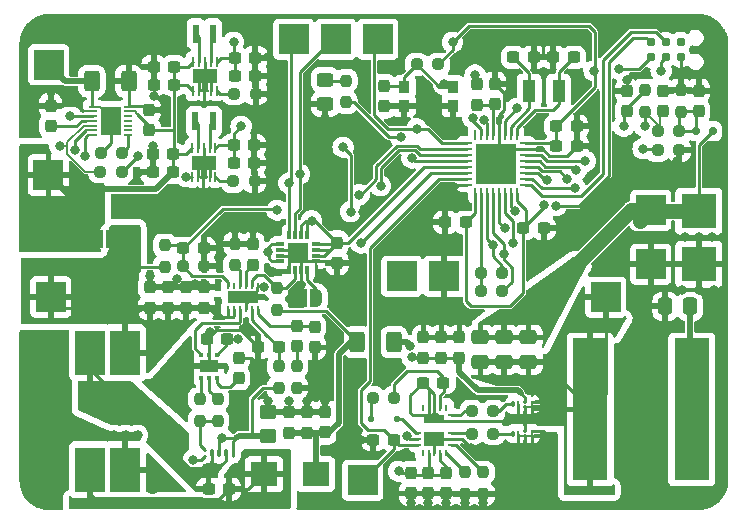
<source format=gbr>
%TF.GenerationSoftware,KiCad,Pcbnew,7.0.1*%
%TF.CreationDate,2024-08-13T13:18:48+02:00*%
%TF.ProjectId,driver_prereg_combined,64726976-6572-45f7-9072-657265675f63,rev?*%
%TF.SameCoordinates,Original*%
%TF.FileFunction,Copper,L1,Top*%
%TF.FilePolarity,Positive*%
%FSLAX46Y46*%
G04 Gerber Fmt 4.6, Leading zero omitted, Abs format (unit mm)*
G04 Created by KiCad (PCBNEW 7.0.1) date 2024-08-13 13:18:48*
%MOMM*%
%LPD*%
G01*
G04 APERTURE LIST*
G04 Aperture macros list*
%AMRoundRect*
0 Rectangle with rounded corners*
0 $1 Rounding radius*
0 $2 $3 $4 $5 $6 $7 $8 $9 X,Y pos of 4 corners*
0 Add a 4 corners polygon primitive as box body*
4,1,4,$2,$3,$4,$5,$6,$7,$8,$9,$2,$3,0*
0 Add four circle primitives for the rounded corners*
1,1,$1+$1,$2,$3*
1,1,$1+$1,$4,$5*
1,1,$1+$1,$6,$7*
1,1,$1+$1,$8,$9*
0 Add four rect primitives between the rounded corners*
20,1,$1+$1,$2,$3,$4,$5,0*
20,1,$1+$1,$4,$5,$6,$7,0*
20,1,$1+$1,$6,$7,$8,$9,0*
20,1,$1+$1,$8,$9,$2,$3,0*%
%AMFreePoly0*
4,1,19,0.500000,-0.750000,0.000000,-0.750000,0.000000,-0.744911,-0.071157,-0.744911,-0.207708,-0.704816,-0.327430,-0.627875,-0.420627,-0.520320,-0.479746,-0.390866,-0.500000,-0.250000,-0.500000,0.250000,-0.479746,0.390866,-0.420627,0.520320,-0.327430,0.627875,-0.207708,0.704816,-0.071157,0.744911,0.000000,0.744911,0.000000,0.750000,0.500000,0.750000,0.500000,-0.750000,0.500000,-0.750000,
$1*%
%AMFreePoly1*
4,1,19,0.000000,0.744911,0.071157,0.744911,0.207708,0.704816,0.327430,0.627875,0.420627,0.520320,0.479746,0.390866,0.500000,0.250000,0.500000,-0.250000,0.479746,-0.390866,0.420627,-0.520320,0.327430,-0.627875,0.207708,-0.704816,0.071157,-0.744911,0.000000,-0.744911,0.000000,-0.750000,-0.500000,-0.750000,-0.500000,0.750000,0.000000,0.750000,0.000000,0.744911,0.000000,0.744911,
$1*%
G04 Aperture macros list end*
%TA.AperFunction,SMDPad,CuDef*%
%ADD10RoundRect,0.237500X0.250000X0.237500X-0.250000X0.237500X-0.250000X-0.237500X0.250000X-0.237500X0*%
%TD*%
%TA.AperFunction,SMDPad,CuDef*%
%ADD11RoundRect,0.237500X-0.237500X0.250000X-0.237500X-0.250000X0.237500X-0.250000X0.237500X0.250000X0*%
%TD*%
%TA.AperFunction,SMDPad,CuDef*%
%ADD12RoundRect,0.237500X0.237500X-0.250000X0.237500X0.250000X-0.237500X0.250000X-0.237500X-0.250000X0*%
%TD*%
%TA.AperFunction,SMDPad,CuDef*%
%ADD13R,0.249999X0.599999*%
%TD*%
%TA.AperFunction,SMDPad,CuDef*%
%ADD14R,0.599999X0.249999*%
%TD*%
%TA.AperFunction,SMDPad,CuDef*%
%ADD15R,1.699999X1.200000*%
%TD*%
%TA.AperFunction,SMDPad,CuDef*%
%ADD16R,1.699999X0.750001*%
%TD*%
%TA.AperFunction,SMDPad,CuDef*%
%ADD17RoundRect,0.150000X0.150000X0.200000X-0.150000X0.200000X-0.150000X-0.200000X0.150000X-0.200000X0*%
%TD*%
%TA.AperFunction,SMDPad,CuDef*%
%ADD18R,2.980000X12.000000*%
%TD*%
%TA.AperFunction,SMDPad,CuDef*%
%ADD19RoundRect,0.237500X-0.237500X0.300000X-0.237500X-0.300000X0.237500X-0.300000X0.237500X0.300000X0*%
%TD*%
%TA.AperFunction,SMDPad,CuDef*%
%ADD20RoundRect,0.237500X0.237500X-0.300000X0.237500X0.300000X-0.237500X0.300000X-0.237500X-0.300000X0*%
%TD*%
%TA.AperFunction,ComponentPad*%
%ADD21R,2.500000X2.500000*%
%TD*%
%TA.AperFunction,SMDPad,CuDef*%
%ADD22RoundRect,0.237500X-0.300000X-0.237500X0.300000X-0.237500X0.300000X0.237500X-0.300000X0.237500X0*%
%TD*%
%TA.AperFunction,SMDPad,CuDef*%
%ADD23RoundRect,0.237500X0.300000X0.237500X-0.300000X0.237500X-0.300000X-0.237500X0.300000X-0.237500X0*%
%TD*%
%TA.AperFunction,SMDPad,CuDef*%
%ADD24R,0.750000X0.200000*%
%TD*%
%TA.AperFunction,SMDPad,CuDef*%
%ADD25R,1.800000X2.400000*%
%TD*%
%TA.AperFunction,SMDPad,CuDef*%
%ADD26RoundRect,0.237500X-0.250000X-0.237500X0.250000X-0.237500X0.250000X0.237500X-0.250000X0.237500X0*%
%TD*%
%TA.AperFunction,SMDPad,CuDef*%
%ADD27R,0.300000X0.800000*%
%TD*%
%TA.AperFunction,SMDPad,CuDef*%
%ADD28R,0.800000X0.300000*%
%TD*%
%TA.AperFunction,SMDPad,CuDef*%
%ADD29R,1.750000X1.750000*%
%TD*%
%TA.AperFunction,SMDPad,CuDef*%
%ADD30O,0.280000X0.640000*%
%TD*%
%TA.AperFunction,SMDPad,CuDef*%
%ADD31O,0.248000X0.640000*%
%TD*%
%TA.AperFunction,SMDPad,CuDef*%
%ADD32O,0.498000X0.270000*%
%TD*%
%TA.AperFunction,SMDPad,CuDef*%
%ADD33O,0.320000X0.270000*%
%TD*%
%TA.AperFunction,SMDPad,CuDef*%
%ADD34RoundRect,0.250000X0.475000X-0.337500X0.475000X0.337500X-0.475000X0.337500X-0.475000X-0.337500X0*%
%TD*%
%TA.AperFunction,SMDPad,CuDef*%
%ADD35RoundRect,0.250000X0.450000X-0.325000X0.450000X0.325000X-0.450000X0.325000X-0.450000X-0.325000X0*%
%TD*%
%TA.AperFunction,SMDPad,CuDef*%
%ADD36R,0.900000X1.000000*%
%TD*%
%TA.AperFunction,SMDPad,CuDef*%
%ADD37R,2.250000X2.050000*%
%TD*%
%TA.AperFunction,SMDPad,CuDef*%
%ADD38R,0.550000X1.600000*%
%TD*%
%TA.AperFunction,SMDPad,CuDef*%
%ADD39RoundRect,0.250000X-0.450000X0.350000X-0.450000X-0.350000X0.450000X-0.350000X0.450000X0.350000X0*%
%TD*%
%TA.AperFunction,SMDPad,CuDef*%
%ADD40R,0.249999X0.499999*%
%TD*%
%TA.AperFunction,SMDPad,CuDef*%
%ADD41R,2.650000X1.000000*%
%TD*%
%TA.AperFunction,SMDPad,CuDef*%
%ADD42RoundRect,0.062500X-0.062500X0.375000X-0.062500X-0.375000X0.062500X-0.375000X0.062500X0.375000X0*%
%TD*%
%TA.AperFunction,SMDPad,CuDef*%
%ADD43RoundRect,0.062500X-0.375000X0.062500X-0.375000X-0.062500X0.375000X-0.062500X0.375000X0.062500X0*%
%TD*%
%TA.AperFunction,SMDPad,CuDef*%
%ADD44R,3.450000X3.450000*%
%TD*%
%TA.AperFunction,SMDPad,CuDef*%
%ADD45FreePoly0,0.000000*%
%TD*%
%TA.AperFunction,SMDPad,CuDef*%
%ADD46FreePoly1,0.000000*%
%TD*%
%TA.AperFunction,SMDPad,CuDef*%
%ADD47RoundRect,0.062500X0.062500X-0.350000X0.062500X0.350000X-0.062500X0.350000X-0.062500X-0.350000X0*%
%TD*%
%TA.AperFunction,SMDPad,CuDef*%
%ADD48R,2.000000X1.200000*%
%TD*%
%TA.AperFunction,SMDPad,CuDef*%
%ADD49RoundRect,0.250000X-0.400000X-0.625000X0.400000X-0.625000X0.400000X0.625000X-0.400000X0.625000X0*%
%TD*%
%TA.AperFunction,SMDPad,CuDef*%
%ADD50R,1.100000X1.900000*%
%TD*%
%TA.AperFunction,SMDPad,CuDef*%
%ADD51O,0.326000X0.320000*%
%TD*%
%TA.AperFunction,SMDPad,CuDef*%
%ADD52O,0.326000X0.776000*%
%TD*%
%TA.AperFunction,ConnectorPad*%
%ADD53C,0.787400*%
%TD*%
%TA.AperFunction,SMDPad,CuDef*%
%ADD54RoundRect,0.125000X-0.125000X-0.125000X0.125000X-0.125000X0.125000X0.125000X-0.125000X0.125000X0*%
%TD*%
%TA.AperFunction,SMDPad,CuDef*%
%ADD55R,0.299999X0.449999*%
%TD*%
%TA.AperFunction,SMDPad,CuDef*%
%ADD56R,1.599999X1.000000*%
%TD*%
%TA.AperFunction,SMDPad,CuDef*%
%ADD57R,3.000000X3.000000*%
%TD*%
%TA.AperFunction,SMDPad,CuDef*%
%ADD58RoundRect,0.250000X0.337500X0.475000X-0.337500X0.475000X-0.337500X-0.475000X0.337500X-0.475000X0*%
%TD*%
%TA.AperFunction,SMDPad,CuDef*%
%ADD59R,2.500000X3.850000*%
%TD*%
%TA.AperFunction,ViaPad*%
%ADD60C,0.800000*%
%TD*%
%TA.AperFunction,Conductor*%
%ADD61C,0.250000*%
%TD*%
%TA.AperFunction,Conductor*%
%ADD62C,0.254000*%
%TD*%
%TA.AperFunction,Conductor*%
%ADD63C,0.127000*%
%TD*%
%TA.AperFunction,Conductor*%
%ADD64C,0.508000*%
%TD*%
%TA.AperFunction,Conductor*%
%ADD65C,1.270000*%
%TD*%
%TA.AperFunction,Conductor*%
%ADD66C,0.200000*%
%TD*%
G04 APERTURE END LIST*
D10*
%TO.P,R28,1*%
%TO.N,/batt_mgmt/3V3*%
X125902004Y-98326000D03*
%TO.P,R28,2*%
%TO.N,/batt_mgmt/ALRT*%
X124077004Y-98326000D03*
%TD*%
D11*
%TO.P,R18,1*%
%TO.N,/sepic/FB*%
X139036506Y-108191500D03*
%TO.P,R18,2*%
%TO.N,/sepic/VOUT1*%
X139036506Y-110016500D03*
%TD*%
D12*
%TO.P,R23,1*%
%TO.N,/ask_demod/COMP+*%
X170180000Y-93268000D03*
%TO.P,R23,2*%
%TO.N,/ask_demod/COMP-*%
X170180000Y-91443000D03*
%TD*%
D13*
%TO.P,U1,1,NC*%
%TO.N,unconnected-(U1-NC-Pad1)*%
X151392001Y-122127496D03*
%TO.P,U1,2,VIN*%
%TO.N,/batt_mgmt/5V*%
X151892000Y-122127496D03*
%TO.P,U1,3,VSS*%
%TO.N,GND*%
X152391999Y-122127496D03*
%TO.P,U1,4,VCC*%
%TO.N,/batt_mgmt/5V*%
X152891998Y-122127496D03*
%TO.P,U1,5,DHL*%
%TO.N,Net-(U1-DHL)*%
X153391997Y-122127496D03*
D14*
%TO.P,U1,6,DLH*%
%TO.N,Net-(U1-DLH)*%
X153792002Y-121477500D03*
%TO.P,U1,7,VSS*%
%TO.N,GND*%
X153792002Y-120977498D03*
%TO.P,U1,8,LO*%
%TO.N,/driver/LO*%
X153792002Y-120477499D03*
%TO.P,U1,9,HS*%
%TO.N,/driver/HS*%
X153792002Y-119477501D03*
%TO.P,U1,10,HO*%
%TO.N,Net-(U1-HO)*%
X153792002Y-118977500D03*
D13*
%TO.P,U1,11,NC*%
%TO.N,unconnected-(U1-NC-Pad11)*%
X153391997Y-118327498D03*
%TO.P,U1,12,HB*%
%TO.N,/driver/HB*%
X152891998Y-118327498D03*
%TO.P,U1,13,HS*%
%TO.N,/driver/HS*%
X152391999Y-118327498D03*
%TO.P,U1,14,HS*%
X151892000Y-118327498D03*
%TO.P,U1,15,NC*%
%TO.N,unconnected-(U1-NC-Pad15)*%
X151392001Y-118327498D03*
D14*
%TO.P,U1,16,HS*%
%TO.N,/driver/HS*%
X150992002Y-118977500D03*
%TO.P,U1,17,BST*%
%TO.N,Net-(D1-A)*%
X150992002Y-120477499D03*
%TO.P,U1,18,HI_EN*%
%TO.N,/driver/ENABLE*%
X150992002Y-120977498D03*
%TO.P,U1,19,PWM_LI*%
%TO.N,/driver/CLK*%
X150992002Y-121477500D03*
D15*
%TO.P,U1,20,LS_DAP*%
%TO.N,GND*%
X152391999Y-120977498D03*
D16*
%TO.P,U1,21,HS_DAP*%
%TO.N,/driver/HS*%
X152392002Y-119252498D03*
%TD*%
D17*
%TO.P,D6,1,K*%
%TO.N,Net-(D6-K)*%
X174560000Y-94895500D03*
%TO.P,D6,2,A*%
%TO.N,/ask_demod/COIL_IN*%
X175960000Y-94895500D03*
%TD*%
D12*
%TO.P,R7,1*%
%TO.N,GND*%
X155014504Y-125628500D03*
%TO.P,R7,2*%
%TO.N,Net-(U1-DHL)*%
X155014504Y-123803500D03*
%TD*%
D18*
%TO.P,L1,1,1*%
%TO.N,/driver/HS*%
X165570004Y-118469500D03*
%TO.P,L1,2,2*%
%TO.N,Net-(C10-Pad1)*%
X174170004Y-118469500D03*
%TD*%
D19*
%TO.P,C21,1*%
%TO.N,GND*%
X128282002Y-108115750D03*
%TO.P,C21,2*%
%TO.N,/sepic/VIN*%
X128282002Y-109840750D03*
%TD*%
%TO.P,C26,1*%
%TO.N,GND*%
X135806002Y-114099000D03*
%TO.P,C26,2*%
%TO.N,Net-(U5-VREF)*%
X135806002Y-115824000D03*
%TD*%
D20*
%TO.P,C25,1*%
%TO.N,Net-(C25-Pad1)*%
X140728002Y-113119000D03*
%TO.P,C25,2*%
%TO.N,Net-(U6-COMP)*%
X140728002Y-111394000D03*
%TD*%
D21*
%TO.P,TP3,1,1*%
%TO.N,GND*%
X170688000Y-106172000D03*
%TD*%
D10*
%TO.P,R10,1*%
%TO.N,GND*%
X132901002Y-106337750D03*
%TO.P,R10,2*%
%TO.N,/mcu/SEPIC_EN*%
X131076002Y-106337750D03*
%TD*%
D22*
%TO.P,C52,1*%
%TO.N,/batt_mgmt/3V3*%
X162713500Y-94488000D03*
%TO.P,C52,2*%
%TO.N,GND*%
X164438500Y-94488000D03*
%TD*%
D23*
%TO.P,C18,1*%
%TO.N,/batt_mgmt/V_BAT*%
X130344500Y-89447000D03*
%TO.P,C18,2*%
%TO.N,GND*%
X128619500Y-89447000D03*
%TD*%
D19*
%TO.P,C5,1*%
%TO.N,GND*%
X131330002Y-108115750D03*
%TO.P,C5,2*%
%TO.N,/sepic/VIN*%
X131330002Y-109840750D03*
%TD*%
D22*
%TO.P,C39,1*%
%TO.N,/batt_mgmt/3V3*%
X135480500Y-88685000D03*
%TO.P,C39,2*%
%TO.N,GND*%
X137205500Y-88685000D03*
%TD*%
D24*
%TO.P,IC2,1,TH*%
%TO.N,Net-(IC2-TH)*%
X126483504Y-95229000D03*
%TO.P,IC2,2,NC_1*%
%TO.N,unconnected-(IC2-NC_1-Pad2)*%
X126483504Y-94829000D03*
%TO.P,IC2,3,NC_2*%
%TO.N,unconnected-(IC2-NC_2-Pad3)*%
X126483504Y-94429000D03*
%TO.P,IC2,4,NC_3*%
%TO.N,unconnected-(IC2-NC_3-Pad4)*%
X126483504Y-94029000D03*
%TO.P,IC2,5,NC_4*%
%TO.N,unconnected-(IC2-NC_4-Pad5)*%
X126483504Y-93629000D03*
%TO.P,IC2,6,BATT*%
%TO.N,/batt_mgmt/V_BAT*%
X126483504Y-93229000D03*
%TO.P,IC2,7,CSN*%
%TO.N,GND*%
X126483504Y-92829000D03*
%TO.P,IC2,8,GND*%
%TO.N,Net-(IC2-EP)*%
X123483504Y-92829000D03*
%TO.P,IC2,9,CSPL*%
%TO.N,GND*%
X123483504Y-93229000D03*
%TO.P,IC2,10,CSPH*%
%TO.N,/batt_mgmt/V_BAT*%
X123483504Y-93629000D03*
%TO.P,IC2,11,REG*%
%TO.N,Net-(IC2-REG)*%
X123483504Y-94029000D03*
%TO.P,IC2,12,ALRT*%
%TO.N,/batt_mgmt/ALRT*%
X123483504Y-94429000D03*
%TO.P,IC2,13,SDA*%
%TO.N,/batt_mgmt/SDA*%
X123483504Y-94829000D03*
%TO.P,IC2,14,SCL*%
%TO.N,/batt_mgmt/SCL*%
X123483504Y-95229000D03*
D25*
%TO.P,IC2,15,EP*%
%TO.N,Net-(IC2-EP)*%
X124983504Y-94029000D03*
%TD*%
D19*
%TO.P,C23,1*%
%TO.N,GND*%
X137016506Y-104479500D03*
%TO.P,C23,2*%
%TO.N,Net-(U6-SS)*%
X137016506Y-106204500D03*
%TD*%
D26*
%TO.P,R24,1*%
%TO.N,Net-(U2-CFG3)*%
X135430500Y-91733000D03*
%TO.P,R24,2*%
%TO.N,GND*%
X137255500Y-91733000D03*
%TD*%
D12*
%TO.P,R31,1*%
%TO.N,/mcu/LED*%
X144907000Y-92456000D03*
%TO.P,R31,2*%
%TO.N,Net-(D7-A)*%
X144907000Y-90631000D03*
%TD*%
D20*
%TO.P,C37,1*%
%TO.N,/ask_demod/COMP+*%
X171704000Y-93218000D03*
%TO.P,C37,2*%
%TO.N,GND*%
X171704000Y-91493000D03*
%TD*%
D27*
%TO.P,IC1,1,GND*%
%TO.N,GND*%
X140100506Y-106686500D03*
%TO.P,IC1,2,A*%
%TO.N,/sepic/FB*%
X140600506Y-106686500D03*
%TO.P,IC1,3,W*%
%TO.N,GND*%
X141100506Y-106686500D03*
%TO.P,IC1,4,B*%
%TO.N,Net-(IC1-B)*%
X141600506Y-106686500D03*
D28*
%TO.P,IC1,5,VSS_1*%
%TO.N,GND*%
X142350506Y-105936500D03*
%TO.P,IC1,6,~{SYNC}/ADDR0*%
%TO.N,/mcu/POT_EN*%
X142350506Y-105436500D03*
%TO.P,IC1,7,~{RESET}*%
X142350506Y-104936500D03*
%TO.P,IC1,8,DIS*%
X142350506Y-104436500D03*
D27*
%TO.P,IC1,9,VDD*%
X141600506Y-103686500D03*
%TO.P,IC1,10,VLOGIC*%
X141100506Y-103686500D03*
%TO.P,IC1,11,SCLK/SCL*%
%TO.N,/batt_mgmt/SCL*%
X140600506Y-103686500D03*
%TO.P,IC1,12,SDI/SDA*%
%TO.N,/batt_mgmt/SDA*%
X140100506Y-103686500D03*
D28*
%TO.P,IC1,13,~{WP}*%
%TO.N,/mcu/POT_EN*%
X139350506Y-104436500D03*
%TO.P,IC1,14,SDO/ADDR1*%
%TO.N,GND*%
X139350506Y-104936500D03*
%TO.P,IC1,15,INDEP*%
X139350506Y-105436500D03*
%TO.P,IC1,16,~{LRDAC}*%
%TO.N,/mcu/POT_EN*%
X139350506Y-105936500D03*
D29*
%TO.P,IC1,17,VSS_2*%
%TO.N,GND*%
X140850506Y-105186500D03*
%TD*%
D12*
%TO.P,R12,1*%
%TO.N,GND*%
X140728002Y-116621500D03*
%TO.P,R12,2*%
%TO.N,Net-(C25-Pad1)*%
X140728002Y-114796500D03*
%TD*%
D10*
%TO.P,R29,1*%
%TO.N,GND*%
X173101000Y-96520000D03*
%TO.P,R29,2*%
%TO.N,Net-(U7-BOOT0)*%
X171276000Y-96520000D03*
%TD*%
D30*
%TO.P,Q2,1,G*%
%TO.N,Net-(Q2-G)*%
X159061002Y-120522498D03*
D31*
%TO.P,Q2,2,SG*%
%TO.N,GND*%
X159477002Y-120522488D03*
D32*
%TO.P,Q2,3,SP1*%
X160061002Y-120722498D03*
%TO.P,Q2,4,D*%
%TO.N,/driver/HS*%
X160061002Y-120322498D03*
D33*
%TO.P,Q2,5,SP2*%
%TO.N,GND*%
X160661012Y-120722498D03*
%TO.P,Q2,6,Sub*%
X160661012Y-120322498D03*
%TD*%
D34*
%TO.P,C13,1*%
%TO.N,/driver/HS*%
X160348504Y-114448500D03*
%TO.P,C13,2*%
%TO.N,/ask_demod/COIL_IN*%
X160348504Y-112373500D03*
%TD*%
D26*
%TO.P,R3,1*%
%TO.N,Net-(U1-HO)*%
X155543502Y-118618000D03*
%TO.P,R3,2*%
%TO.N,Net-(Q1-G)*%
X157368502Y-118618000D03*
%TD*%
D19*
%TO.P,C1,1*%
%TO.N,GND*%
X154506504Y-112373500D03*
%TO.P,C1,2*%
%TO.N,/driver/V_SUPPLY*%
X154506504Y-114098500D03*
%TD*%
D35*
%TO.P,D7,1,K*%
%TO.N,GND*%
X143129000Y-92601000D03*
%TO.P,D7,2,A*%
%TO.N,Net-(D7-A)*%
X143129000Y-90551000D03*
%TD*%
D21*
%TO.P,TP11,1,1*%
%TO.N,/batt_mgmt/SCL*%
X144018000Y-87122000D03*
%TD*%
D36*
%TO.P,SW1,1,1*%
%TO.N,/mcu/NRST*%
X149842000Y-91148000D03*
X153942000Y-91148000D03*
%TO.P,SW1,2,2*%
%TO.N,GND*%
X149842000Y-92748000D03*
X153942000Y-92748000D03*
%TD*%
D37*
%TO.P,D5,1,K*%
%TO.N,/sepic/VOUT1*%
X142358002Y-123945500D03*
%TO.P,D5,2,A*%
%TO.N,Net-(D5-A)*%
X137958002Y-123945500D03*
%TD*%
D38*
%TO.P,L5,1,1*%
%TO.N,Net-(U3-LX2)*%
X133604000Y-94080500D03*
%TO.P,L5,2,2*%
%TO.N,Net-(U3-LX1)*%
X132154000Y-94080500D03*
%TD*%
D39*
%TO.P,R16,1*%
%TO.N,GND*%
X138286506Y-118687500D03*
%TO.P,R16,2*%
%TO.N,/sepic/CS*%
X138286506Y-120687500D03*
%TD*%
D11*
%TO.P,R9,1*%
%TO.N,/mcu/SEPIC_EN*%
X129552002Y-104559750D03*
%TO.P,R9,2*%
%TO.N,/sepic/VIN*%
X129552002Y-106384750D03*
%TD*%
D12*
%TO.P,R13,1*%
%TO.N,Net-(Q4-G)*%
X134028002Y-119414500D03*
%TO.P,R13,2*%
%TO.N,Net-(U5-OUTH)*%
X134028002Y-117589500D03*
%TD*%
D40*
%TO.P,U6,1,BIAS*%
%TO.N,/sepic/VIN*%
X134943508Y-109924748D03*
%TO.P,U6,2,VCC*%
X135443510Y-109924748D03*
%TO.P,U6,3,GATE*%
%TO.N,/sepic/GATE*%
X135943508Y-109924748D03*
%TO.P,U6,4,GND*%
%TO.N,GND*%
X136443508Y-109924748D03*
%TO.P,U6,5,CS*%
%TO.N,Net-(U6-CS)*%
X136943509Y-109924748D03*
%TO.P,U6,6,COMP*%
%TO.N,Net-(U6-COMP)*%
X137443508Y-109924748D03*
%TO.P,U6,7,DITHOFF*%
%TO.N,GND*%
X137443508Y-108024749D03*
%TO.P,U6,8,FB*%
%TO.N,/sepic/FB*%
X136943509Y-108024749D03*
%TO.P,U6,9,SS*%
%TO.N,Net-(U6-SS)*%
X136443508Y-108024749D03*
%TO.P,U6,10,RT*%
%TO.N,Net-(U6-RT)*%
X135943508Y-108024749D03*
%TO.P,U6,11,PGOOD*%
%TO.N,unconnected-(U6-PGOOD-Pad11)*%
X135443510Y-108024749D03*
%TO.P,U6,12,UVLO_SYNC_EN*%
%TO.N,/mcu/SEPIC_EN*%
X134943508Y-108024749D03*
D41*
%TO.P,U6,13,EP*%
%TO.N,GND*%
X136193508Y-108974747D03*
%TD*%
D19*
%TO.P,C54,1*%
%TO.N,/mcu/NRST*%
X148101999Y-91072999D03*
%TO.P,C54,2*%
%TO.N,GND*%
X148101999Y-92797999D03*
%TD*%
D30*
%TO.P,Q1,1,G*%
%TO.N,Net-(Q1-G)*%
X159061002Y-118037500D03*
D31*
%TO.P,Q1,2,SG*%
%TO.N,/driver/HS*%
X159477002Y-118037490D03*
D32*
%TO.P,Q1,3,SP1*%
X160061002Y-118237500D03*
%TO.P,Q1,4,D*%
%TO.N,/driver/V_SUPPLY*%
X160061002Y-117837500D03*
D33*
%TO.P,Q1,5,SP2*%
%TO.N,/driver/HS*%
X160661012Y-118237500D03*
%TO.P,Q1,6,Sub*%
X160661012Y-117837500D03*
%TD*%
D21*
%TO.P,TP16,1,1*%
%TO.N,/mcu/LPUART_RX*%
X147574000Y-87122000D03*
%TD*%
D42*
%TO.P,U7,1,PC14*%
%TO.N,/mcu/OSC_IN*%
X159350000Y-95252000D03*
%TO.P,U7,2,PC15*%
%TO.N,/mcu/OSC_OUT*%
X158850000Y-95252000D03*
%TO.P,U7,3,NRST*%
%TO.N,/mcu/NRST*%
X158350000Y-95252000D03*
%TO.P,U7,4,VSSA*%
%TO.N,GND*%
X157850000Y-95252000D03*
%TO.P,U7,5,VDDA*%
%TO.N,Net-(U7-VDDA)*%
X157350000Y-95252000D03*
%TO.P,U7,6,PA0*%
%TO.N,/ask_demod/COMP-*%
X156850000Y-95252000D03*
%TO.P,U7,7,PA1*%
%TO.N,/ask_demod/COMP+*%
X156350000Y-95252000D03*
%TO.P,U7,8,PA2*%
%TO.N,/mcu/LPUART_TX*%
X155850000Y-95252000D03*
D43*
%TO.P,U7,9,PA3*%
%TO.N,/mcu/LPUART_RX*%
X155162500Y-95939500D03*
%TO.P,U7,10,PA4*%
%TO.N,/batt_mgmt/ALRT*%
X155162500Y-96439500D03*
%TO.P,U7,11,PA5*%
%TO.N,/mcu/SEPIC_EN*%
X155162500Y-96939500D03*
%TO.P,U7,12,PA6*%
%TO.N,Net-(JP4-B)*%
X155162500Y-97439500D03*
%TO.P,U7,13,PA7*%
%TO.N,/mcu/POT_EN*%
X155162500Y-97939500D03*
%TO.P,U7,14,PB0*%
%TO.N,/mcu/V_SEPIC*%
X155162500Y-98439500D03*
%TO.P,U7,15,PB1*%
%TO.N,/driver/CLK*%
X155162500Y-98939500D03*
%TO.P,U7,16,VSS*%
%TO.N,GND*%
X155162500Y-99439500D03*
D42*
%TO.P,U7,17,VDD*%
%TO.N,/batt_mgmt/3V3*%
X155850000Y-100127000D03*
%TO.P,U7,18,PA8*%
%TO.N,/mcu/I2C_EN*%
X156350000Y-100127000D03*
%TO.P,U7,19,PA9*%
%TO.N,/batt_mgmt/SCL*%
X156850000Y-100127000D03*
%TO.P,U7,20,PA10*%
%TO.N,/batt_mgmt/SDA*%
X157350000Y-100127000D03*
%TO.P,U7,21,PA11*%
%TO.N,/batt_mgmt/5V_EN*%
X157850000Y-100127000D03*
%TO.P,U7,22,PA12*%
%TO.N,/driver/ENABLE*%
X158350000Y-100127000D03*
%TO.P,U7,23,PA13*%
%TO.N,/mcu/SWDIO*%
X158850000Y-100127000D03*
%TO.P,U7,24,VDDIO2*%
%TO.N,/batt_mgmt/3V3*%
X159350000Y-100127000D03*
D43*
%TO.P,U7,25,PA14*%
%TO.N,/mcu/SWCLK*%
X160037500Y-99439500D03*
%TO.P,U7,26,PB4*%
%TO.N,/mcu/TIM22_CH1_DEBUG*%
X160037500Y-98939500D03*
%TO.P,U7,27,PB5*%
%TO.N,/mcu/LED*%
X160037500Y-98439500D03*
%TO.P,U7,28,PB6*%
%TO.N,/mcu/USART1_TX*%
X160037500Y-97939500D03*
%TO.P,U7,29,PB7*%
%TO.N,/mcu/USART1_RX*%
X160037500Y-97439500D03*
%TO.P,U7,30,BOOT0*%
%TO.N,Net-(U7-BOOT0)*%
X160037500Y-96939500D03*
%TO.P,U7,31,VSS*%
%TO.N,GND*%
X160037500Y-96439500D03*
%TO.P,U7,32,VDD*%
%TO.N,/batt_mgmt/3V3*%
X160037500Y-95939500D03*
D44*
%TO.P,U7,33,VSS*%
%TO.N,GND*%
X157600000Y-97689500D03*
%TD*%
D20*
%TO.P,C30,1*%
%TO.N,GND*%
X144140506Y-106073000D03*
%TO.P,C30,2*%
%TO.N,/mcu/POT_EN*%
X144140506Y-104348000D03*
%TD*%
D22*
%TO.P,C50,1*%
%TO.N,/batt_mgmt/3V3*%
X159919500Y-103124000D03*
%TO.P,C50,2*%
%TO.N,GND*%
X161644500Y-103124000D03*
%TD*%
D23*
%TO.P,C29,1*%
%TO.N,Net-(D5-A)*%
X134986502Y-125209500D03*
%TO.P,C29,2*%
%TO.N,/sepic/GaN FET Vsw*%
X133261502Y-125209500D03*
%TD*%
%TO.P,C17,1*%
%TO.N,/batt_mgmt/V_BAT*%
X130344500Y-90971000D03*
%TO.P,C17,2*%
%TO.N,GND*%
X128619500Y-90971000D03*
%TD*%
D19*
%TO.P,C20,1*%
%TO.N,/batt_mgmt/5V*%
X150377004Y-123856500D03*
%TO.P,C20,2*%
%TO.N,GND*%
X150377004Y-125581500D03*
%TD*%
D45*
%TO.P,JP1,1,A*%
%TO.N,GND*%
X141080506Y-109020500D03*
D46*
%TO.P,JP1,2,B*%
%TO.N,Net-(IC1-B)*%
X142380506Y-109020500D03*
%TD*%
D47*
%TO.P,U2,1,EN*%
%TO.N,/batt_mgmt/V_BAT*%
X131937500Y-91479000D03*
%TO.P,U2,2,SEL*%
%TO.N,GND*%
X132437500Y-91479000D03*
%TO.P,U2,3,CFG1*%
X132937500Y-91479000D03*
%TO.P,U2,4,CFG2*%
X133437500Y-91479000D03*
%TO.P,U2,5,CFG3*%
%TO.N,Net-(U2-CFG3)*%
X133937500Y-91479000D03*
%TO.P,U2,6,VOUT*%
%TO.N,/batt_mgmt/3V3*%
X133937500Y-89054000D03*
%TO.P,U2,7,LX2*%
%TO.N,Net-(U2-LX2)*%
X133437500Y-89054000D03*
%TO.P,U2,8,GND*%
%TO.N,GND*%
X132937500Y-89054000D03*
%TO.P,U2,9,LX1*%
%TO.N,Net-(U2-LX1)*%
X132437500Y-89054000D03*
%TO.P,U2,10,VIN*%
%TO.N,/batt_mgmt/V_BAT*%
X131937500Y-89054000D03*
D48*
%TO.P,U2,11,GND*%
%TO.N,GND*%
X132937500Y-90266500D03*
%TD*%
D10*
%TO.P,R17,1*%
%TO.N,/batt_mgmt/SDA*%
X158138500Y-108458000D03*
%TO.P,R17,2*%
%TO.N,/mcu/I2C_EN*%
X156313500Y-108458000D03*
%TD*%
D49*
%TO.P,R20,1*%
%TO.N,/sepic/VOUT1*%
X145871000Y-112776000D03*
%TO.P,R20,2*%
%TO.N,/mcu/V_SEPIC*%
X148971000Y-112776000D03*
%TD*%
D12*
%TO.P,R21,1*%
%TO.N,Net-(D6-K)*%
X173228000Y-93268000D03*
%TO.P,R21,2*%
%TO.N,GND*%
X173228000Y-91443000D03*
%TD*%
D22*
%TO.P,C27,1*%
%TO.N,GND*%
X137479002Y-113195750D03*
%TO.P,C27,2*%
%TO.N,Net-(U6-CS)*%
X139204002Y-113195750D03*
%TD*%
D12*
%TO.P,R8,1*%
%TO.N,GND*%
X156508504Y-125628500D03*
%TO.P,R8,2*%
%TO.N,Net-(U1-DLH)*%
X156508504Y-123803500D03*
%TD*%
D23*
%TO.P,C53,1*%
%TO.N,/batt_mgmt/3V3*%
X155040500Y-102616000D03*
%TO.P,C53,2*%
%TO.N,GND*%
X153315500Y-102616000D03*
%TD*%
D19*
%TO.P,C19,1*%
%TO.N,/batt_mgmt/5V*%
X151871004Y-123856500D03*
%TO.P,C19,2*%
%TO.N,GND*%
X151871004Y-125581500D03*
%TD*%
D22*
%TO.P,C33,1*%
%TO.N,GND*%
X133122500Y-112509500D03*
%TO.P,C33,2*%
%TO.N,/batt_mgmt/5V*%
X134847500Y-112509500D03*
%TD*%
D20*
%TO.P,C46,1*%
%TO.N,Net-(IC2-REG)*%
X119888000Y-94461500D03*
%TO.P,C46,2*%
%TO.N,GND*%
X119888000Y-92736500D03*
%TD*%
D19*
%TO.P,C28,1*%
%TO.N,GND*%
X132854002Y-108115750D03*
%TO.P,C28,2*%
%TO.N,/sepic/VIN*%
X132854002Y-109840750D03*
%TD*%
D21*
%TO.P,TP9,1,1*%
%TO.N,/batt_mgmt/V_BAT*%
X119708504Y-98612000D03*
%TD*%
D22*
%TO.P,C48,1*%
%TO.N,/mcu/OSC_OUT*%
X159057000Y-88646000D03*
%TO.P,C48,2*%
%TO.N,GND*%
X160782000Y-88646000D03*
%TD*%
D21*
%TO.P,TP2,1,1*%
%TO.N,/ask_demod/COIL_IN*%
X170688000Y-101600000D03*
%TD*%
D23*
%TO.P,C15,1*%
%TO.N,GND*%
X132851002Y-104813750D03*
%TO.P,C15,2*%
%TO.N,/mcu/SEPIC_EN*%
X131126002Y-104813750D03*
%TD*%
D20*
%TO.P,C24,1*%
%TO.N,GND*%
X142252002Y-113219500D03*
%TO.P,C24,2*%
%TO.N,Net-(U6-COMP)*%
X142252002Y-111494500D03*
%TD*%
D10*
%TO.P,R30,1*%
%TO.N,/batt_mgmt/3V3*%
X152719000Y-89241999D03*
%TO.P,R30,2*%
%TO.N,/mcu/NRST*%
X150894000Y-89241999D03*
%TD*%
%TO.P,R26,1*%
%TO.N,Net-(IC2-TH)*%
X125954505Y-96761001D03*
%TO.P,R26,2*%
%TO.N,Net-(IC2-EP)*%
X124129505Y-96761001D03*
%TD*%
D22*
%TO.P,C43,1*%
%TO.N,/batt_mgmt/5V*%
X135385000Y-96112500D03*
%TO.P,C43,2*%
%TO.N,GND*%
X137110000Y-96112500D03*
%TD*%
D50*
%TO.P,Y1,1,1*%
%TO.N,/mcu/OSC_IN*%
X162902001Y-91494999D03*
%TO.P,Y1,2,2*%
%TO.N,/mcu/OSC_OUT*%
X160402001Y-91494999D03*
%TD*%
D22*
%TO.P,C44,1*%
%TO.N,/batt_mgmt/5V*%
X135385000Y-97636500D03*
%TO.P,C44,2*%
%TO.N,GND*%
X137110000Y-97636500D03*
%TD*%
D19*
%TO.P,C32,1*%
%TO.N,GND*%
X140064506Y-118720500D03*
%TO.P,C32,2*%
%TO.N,/sepic/VOUT1*%
X140064506Y-120445500D03*
%TD*%
D51*
%TO.P,Q4,1,G*%
%TO.N,Net-(Q4-G)*%
X132924002Y-121936500D03*
%TO.P,Q4,2,S3*%
%TO.N,/sepic/CS*%
X132924002Y-122386500D03*
D52*
%TO.P,Q4,3,D1*%
%TO.N,/sepic/GaN FET Vsw*%
X133524002Y-122161500D03*
%TO.P,Q4,4,S1*%
%TO.N,/sepic/CS*%
X134124002Y-122161500D03*
%TO.P,Q4,5,D2*%
%TO.N,/sepic/GaN FET Vsw*%
X134724002Y-122161500D03*
D51*
%TO.P,Q4,6,S2*%
%TO.N,/sepic/CS*%
X135324002Y-121936500D03*
%TO.P,Q4,7,Sub*%
X135324002Y-122386500D03*
%TD*%
D10*
%TO.P,R1,1*%
%TO.N,/driver/HB*%
X148986502Y-117474498D03*
%TO.P,R1,2*%
%TO.N,Net-(D1-K)*%
X147161502Y-117474498D03*
%TD*%
D47*
%TO.P,U3,1,EN*%
%TO.N,/batt_mgmt/5V_EN*%
X131850000Y-98794500D03*
%TO.P,U3,2,SEL*%
%TO.N,GND*%
X132350000Y-98794500D03*
%TO.P,U3,3,CFG1*%
X132850000Y-98794500D03*
%TO.P,U3,4,CFG2*%
X133350000Y-98794500D03*
%TO.P,U3,5,CFG3*%
%TO.N,Net-(U3-CFG3)*%
X133850000Y-98794500D03*
%TO.P,U3,6,VOUT*%
%TO.N,/batt_mgmt/5V*%
X133850000Y-96369500D03*
%TO.P,U3,7,LX2*%
%TO.N,Net-(U3-LX2)*%
X133350000Y-96369500D03*
%TO.P,U3,8,GND*%
%TO.N,GND*%
X132850000Y-96369500D03*
%TO.P,U3,9,LX1*%
%TO.N,Net-(U3-LX1)*%
X132350000Y-96369500D03*
%TO.P,U3,10,VIN*%
%TO.N,/batt_mgmt/V_BAT*%
X131850000Y-96369500D03*
D48*
%TO.P,U3,11,GND*%
%TO.N,GND*%
X132850000Y-97582000D03*
%TD*%
D53*
%TO.P,J1,1,VCC*%
%TO.N,/batt_mgmt/3V3*%
X170688000Y-88646000D03*
%TO.P,J1,2,SWDIO/TMS*%
%TO.N,/mcu/SWDIO*%
X170688000Y-87376000D03*
%TO.P,J1,3,~{RESET}*%
%TO.N,/mcu/NRST*%
X171958000Y-88646000D03*
%TO.P,J1,4,SWCLK/TCK*%
%TO.N,/mcu/SWCLK*%
X171958000Y-87376000D03*
%TO.P,J1,5,GND*%
%TO.N,GND*%
X173228000Y-88646000D03*
%TO.P,J1,6,SWO/TDO*%
%TO.N,unconnected-(J1-SWO{slash}TDO-Pad6)*%
X173228000Y-87376000D03*
%TD*%
D21*
%TO.P,TP7,1,1*%
%TO.N,/sepic/VIN*%
X119900002Y-108953500D03*
%TD*%
D23*
%TO.P,C47,1*%
%TO.N,/mcu/OSC_IN*%
X164184500Y-88646000D03*
%TO.P,C47,2*%
%TO.N,GND*%
X162459500Y-88646000D03*
%TD*%
D54*
%TO.P,D1,1,K*%
%TO.N,Net-(D1-K)*%
X147058002Y-119252498D03*
%TO.P,D1,2,A*%
%TO.N,Net-(D1-A)*%
X149258002Y-119252498D03*
%TD*%
D19*
%TO.P,FB2,1*%
%TO.N,/batt_mgmt/3V3*%
X155956000Y-90937500D03*
%TO.P,FB2,2*%
%TO.N,Net-(U7-VDDA)*%
X155956000Y-92662500D03*
%TD*%
D20*
%TO.P,C4,1*%
%TO.N,GND*%
X153395004Y-125581500D03*
%TO.P,C4,2*%
%TO.N,/batt_mgmt/5V*%
X153395004Y-123856500D03*
%TD*%
D26*
%TO.P,R2,1*%
%TO.N,/driver/LO*%
X155543502Y-120522498D03*
%TO.P,R2,2*%
%TO.N,Net-(Q2-G)*%
X157368502Y-120522498D03*
%TD*%
D19*
%TO.P,C34,1*%
%TO.N,GND*%
X129806002Y-108115750D03*
%TO.P,C34,2*%
%TO.N,/sepic/VIN*%
X129806002Y-109840750D03*
%TD*%
D55*
%TO.P,U5,1,VDD*%
%TO.N,/batt_mgmt/5V*%
X133958002Y-113833001D03*
%TO.P,U5,2,IN-*%
%TO.N,GND*%
X133308001Y-113833001D03*
%TO.P,U5,3,IN+*%
%TO.N,/sepic/GATE*%
X132658002Y-113833001D03*
%TO.P,U5,4,OUTL*%
%TO.N,Net-(U5-OUTL)*%
X132658002Y-115782999D03*
%TO.P,U5,5,OUTH*%
%TO.N,Net-(U5-OUTH)*%
X133308001Y-115782999D03*
%TO.P,U5,6,VREF*%
%TO.N,Net-(U5-VREF)*%
X133958002Y-115782999D03*
D56*
%TO.P,U5,7,PAD*%
%TO.N,GND*%
X133308001Y-114808000D03*
%TD*%
D21*
%TO.P,TP12,1,1*%
%TO.N,Net-(IC2-EP)*%
X119732504Y-89274000D03*
%TD*%
%TO.P,TP5,1,1*%
%TO.N,/driver/CLK*%
X146304000Y-124460000D03*
%TD*%
D10*
%TO.P,R22,1*%
%TO.N,Net-(D6-K)*%
X173124500Y-94895500D03*
%TO.P,R22,2*%
%TO.N,/ask_demod/COMP+*%
X171299500Y-94895500D03*
%TD*%
D57*
%TO.P,L2,1,1*%
%TO.N,/ask_demod/COIL_IN*%
X174752000Y-101678000D03*
%TO.P,L2,2,2*%
%TO.N,GND*%
X174752000Y-106172000D03*
%TD*%
D20*
%TO.P,C51,1*%
%TO.N,Net-(U7-VDDA)*%
X157480000Y-92609500D03*
%TO.P,C51,2*%
%TO.N,GND*%
X157480000Y-90884500D03*
%TD*%
%TO.P,C36,1*%
%TO.N,Net-(D6-K)*%
X174752000Y-93218000D03*
%TO.P,C36,2*%
%TO.N,GND*%
X174752000Y-91493000D03*
%TD*%
D12*
%TO.P,R14,1*%
%TO.N,Net-(Q4-G)*%
X132504002Y-119414500D03*
%TO.P,R14,2*%
%TO.N,Net-(U5-OUTL)*%
X132504002Y-117589500D03*
%TD*%
D23*
%TO.P,C41,1*%
%TO.N,/batt_mgmt/V_BAT*%
X130249000Y-98398500D03*
%TO.P,C41,2*%
%TO.N,GND*%
X128524000Y-98398500D03*
%TD*%
D20*
%TO.P,C38,1*%
%TO.N,/ask_demod/COMP-*%
X168656000Y-93218000D03*
%TO.P,C38,2*%
%TO.N,GND*%
X168656000Y-91493000D03*
%TD*%
D22*
%TO.P,C14,1*%
%TO.N,/driver/HS*%
X151429002Y-116204498D03*
%TO.P,C14,2*%
%TO.N,/driver/HB*%
X153154002Y-116204498D03*
%TD*%
D19*
%TO.P,C2,1*%
%TO.N,GND*%
X152982504Y-112373500D03*
%TO.P,C2,2*%
%TO.N,/driver/V_SUPPLY*%
X152982504Y-114098500D03*
%TD*%
D21*
%TO.P,TP6,1,1*%
%TO.N,/mcu/V_SEPIC*%
X149606000Y-107188000D03*
%TD*%
D23*
%TO.P,C42,1*%
%TO.N,/batt_mgmt/V_BAT*%
X130249000Y-96874500D03*
%TO.P,C42,2*%
%TO.N,GND*%
X128524000Y-96874500D03*
%TD*%
D20*
%TO.P,C45,1*%
%TO.N,/batt_mgmt/V_BAT*%
X128240505Y-94829501D03*
%TO.P,C45,2*%
%TO.N,GND*%
X128240505Y-93104501D03*
%TD*%
D45*
%TO.P,JP3,1,A*%
%TO.N,/batt_mgmt/V_BAT*%
X123810000Y-104013000D03*
D46*
%TO.P,JP3,2,B*%
%TO.N,/sepic/VIN*%
X125110000Y-104013000D03*
%TD*%
D34*
%TO.P,C11,1*%
%TO.N,/driver/HS*%
X156284504Y-114448500D03*
%TO.P,C11,2*%
%TO.N,/ask_demod/COIL_IN*%
X156284504Y-112373500D03*
%TD*%
D19*
%TO.P,C3,1*%
%TO.N,GND*%
X151458504Y-112373500D03*
%TO.P,C3,2*%
%TO.N,/driver/V_SUPPLY*%
X151458504Y-114098500D03*
%TD*%
D22*
%TO.P,C49,1*%
%TO.N,/batt_mgmt/3V3*%
X162713500Y-96165500D03*
%TO.P,C49,2*%
%TO.N,GND*%
X164438500Y-96165500D03*
%TD*%
D21*
%TO.P,TP8,1,1*%
%TO.N,GND*%
X153162000Y-107188000D03*
%TD*%
D12*
%TO.P,R15,1*%
%TO.N,/sepic/CS*%
X139204002Y-116648250D03*
%TO.P,R15,2*%
%TO.N,Net-(U6-CS)*%
X139204002Y-114823250D03*
%TD*%
D22*
%TO.P,C16,1*%
%TO.N,GND*%
X147211502Y-121030498D03*
%TO.P,C16,2*%
%TO.N,/driver/CLK*%
X148936502Y-121030498D03*
%TD*%
D34*
%TO.P,C12,1*%
%TO.N,/driver/HS*%
X158278504Y-114448500D03*
%TO.P,C12,2*%
%TO.N,/ask_demod/COIL_IN*%
X158278504Y-112373500D03*
%TD*%
D19*
%TO.P,C35,1*%
%TO.N,GND*%
X143112506Y-118687500D03*
%TO.P,C35,2*%
%TO.N,/sepic/VOUT1*%
X143112506Y-120412500D03*
%TD*%
D22*
%TO.P,C40,1*%
%TO.N,/batt_mgmt/3V3*%
X135480500Y-90209000D03*
%TO.P,C40,2*%
%TO.N,GND*%
X137205500Y-90209000D03*
%TD*%
D49*
%TO.P,R27,1*%
%TO.N,Net-(IC2-EP)*%
X123388505Y-90665001D03*
%TO.P,R27,2*%
%TO.N,GND*%
X126488505Y-90665001D03*
%TD*%
D26*
%TO.P,R25,1*%
%TO.N,Net-(U3-CFG3)*%
X135335000Y-99160500D03*
%TO.P,R25,2*%
%TO.N,GND*%
X137160000Y-99160500D03*
%TD*%
D21*
%TO.P,TP10,1,1*%
%TO.N,/batt_mgmt/SDA*%
X140462000Y-87122000D03*
%TD*%
D58*
%TO.P,C10,1*%
%TO.N,Net-(C10-Pad1)*%
X174011500Y-109728000D03*
%TO.P,C10,2*%
%TO.N,GND*%
X171936500Y-109728000D03*
%TD*%
D11*
%TO.P,R11,1*%
%TO.N,GND*%
X135492506Y-104448500D03*
%TO.P,R11,2*%
%TO.N,Net-(U6-RT)*%
X135492506Y-106273500D03*
%TD*%
D38*
%TO.P,L4,1,1*%
%TO.N,Net-(U2-LX2)*%
X133625500Y-86653000D03*
%TO.P,L4,2,2*%
%TO.N,Net-(U2-LX1)*%
X132175500Y-86653000D03*
%TD*%
D19*
%TO.P,C31,1*%
%TO.N,GND*%
X141588506Y-118720500D03*
%TO.P,C31,2*%
%TO.N,/sepic/VOUT1*%
X141588506Y-120445500D03*
%TD*%
D21*
%TO.P,TP4,1,1*%
%TO.N,/driver/HS*%
X166878000Y-108966000D03*
%TD*%
D59*
%TO.P,L6,1,3*%
%TO.N,/sepic/VIN*%
X126226002Y-113655500D03*
%TO.P,L6,2,1*%
%TO.N,/sepic/GaN FET Vsw*%
X123226002Y-113655500D03*
%TO.P,L6,3,4*%
%TO.N,Net-(D5-A)*%
X123226002Y-123555500D03*
%TO.P,L6,4,2*%
%TO.N,GND*%
X126226002Y-123555500D03*
%TD*%
D10*
%TO.P,R19,1*%
%TO.N,/batt_mgmt/SCL*%
X158138500Y-106934000D03*
%TO.P,R19,2*%
%TO.N,/mcu/I2C_EN*%
X156313500Y-106934000D03*
%TD*%
D60*
%TO.N,GND*%
X146141500Y-121031000D03*
X155014504Y-126365000D03*
X144145000Y-107315000D03*
X131064000Y-114173000D03*
X160020000Y-123317000D03*
X150377004Y-126365000D03*
X174752000Y-108331000D03*
X151765000Y-91313000D03*
X146431000Y-96520000D03*
X154051000Y-100711000D03*
X142621000Y-99695000D03*
X167513000Y-105029000D03*
X148082000Y-110871000D03*
X168402000Y-106807000D03*
X148082000Y-115443000D03*
X150749000Y-102489000D03*
X136652000Y-108966000D03*
X159766000Y-87376000D03*
X130556000Y-107442000D03*
X138557000Y-90170000D03*
X152781000Y-109347000D03*
X137928292Y-108110714D03*
X119888000Y-122809000D03*
X176022000Y-91440000D03*
X160909000Y-123317000D03*
X168402000Y-105918000D03*
X146177000Y-115443000D03*
X157480000Y-89535000D03*
X153670000Y-105029000D03*
X126492000Y-88900000D03*
X161290000Y-93980000D03*
X131064000Y-115951000D03*
X131064000Y-115062000D03*
X165735000Y-96266000D03*
X119888000Y-91567000D03*
X167513000Y-105918000D03*
X169926000Y-114300000D03*
X128651000Y-91948000D03*
X161671000Y-104394000D03*
X153035000Y-110998000D03*
X143764000Y-102362000D03*
X132937500Y-90266500D03*
X125222000Y-120650000D03*
X142240000Y-114554000D03*
X173609000Y-103886000D03*
X127254000Y-120650000D03*
X151871004Y-126365000D03*
X135509000Y-103251000D03*
X143129000Y-117729000D03*
X175895000Y-103886000D03*
X144780000Y-94996000D03*
X146304353Y-101727353D03*
X124968000Y-90678000D03*
X134112000Y-105537000D03*
X128143000Y-101981000D03*
X142113000Y-116586000D03*
X168656000Y-90551000D03*
X161544000Y-87376000D03*
X137033000Y-103251000D03*
X159131000Y-122428000D03*
X170307000Y-109728000D03*
X138557000Y-96139000D03*
X156508504Y-126365000D03*
X173228000Y-89916000D03*
X141605000Y-117729000D03*
X148082000Y-104902000D03*
X152781000Y-105029000D03*
X128651000Y-88138000D03*
X170307000Y-110744000D03*
X152400000Y-120904000D03*
X155486716Y-121754284D03*
X168021000Y-100203000D03*
X165735000Y-93980000D03*
X148082000Y-109474000D03*
X138303000Y-118618000D03*
X124968000Y-88900000D03*
X128524000Y-125222000D03*
X159131000Y-123317000D03*
X127254000Y-98425000D03*
X132080000Y-107866250D03*
X129413000Y-93091000D03*
X141478000Y-126238000D03*
X140768003Y-105103997D03*
X137414000Y-114681000D03*
X128524000Y-123190000D03*
X132842000Y-97536000D03*
X126238000Y-120650000D03*
X128524000Y-96139000D03*
X173355000Y-108331000D03*
X133350000Y-111887000D03*
X146177000Y-108585000D03*
X172902498Y-97409000D03*
X153395004Y-126365000D03*
X119888000Y-118491000D03*
X119888000Y-114554000D03*
X158623000Y-98679000D03*
X169926000Y-121539000D03*
X128270000Y-107188000D03*
X153670000Y-109347000D03*
X160020000Y-122428000D03*
X138303000Y-117729000D03*
X151765000Y-92964000D03*
X167513000Y-106807000D03*
X143144816Y-93813461D03*
X138430000Y-91821000D03*
X144145000Y-99695000D03*
X154559000Y-117348000D03*
X170307000Y-108712000D03*
X138684000Y-106807000D03*
X156591000Y-96774000D03*
X133350000Y-114808000D03*
X152908000Y-101219000D03*
X135509000Y-108966000D03*
X142494000Y-96266000D03*
X164465000Y-91313000D03*
X169926000Y-117602000D03*
X176022000Y-108331000D03*
X140081000Y-117729000D03*
X149987000Y-122301000D03*
X157600000Y-97689500D03*
X131572000Y-101981000D03*
X154426286Y-110992286D03*
X128524000Y-124206000D03*
X146177000Y-110871000D03*
X168402000Y-105029000D03*
X138303000Y-88646000D03*
X146177000Y-106172000D03*
X160909000Y-122428000D03*
X163322000Y-87376000D03*
X174752000Y-103886000D03*
%TO.N,/driver/V_SUPPLY*%
X150495000Y-114046000D03*
%TO.N,/batt_mgmt/5V*%
X145288000Y-101727000D03*
X149352000Y-123698000D03*
X144653000Y-96266000D03*
X135763000Y-112509500D03*
X136017000Y-94488000D03*
%TO.N,/driver/HS*%
X152400000Y-119126000D03*
%TO.N,/mcu/SEPIC_EN*%
X139065000Y-101600000D03*
X147828000Y-99533000D03*
%TO.N,/batt_mgmt/V_BAT*%
X121539000Y-93599000D03*
%TO.N,/mcu/POT_EN*%
X141986000Y-102489000D03*
X138303000Y-105156000D03*
%TO.N,/ask_demod/COMP+*%
X170180000Y-94488000D03*
X155641096Y-93795914D03*
%TO.N,/ask_demod/COMP-*%
X156623500Y-93980000D03*
X168402000Y-94488000D03*
%TO.N,/batt_mgmt/3V3*%
X165897500Y-89789000D03*
X155829000Y-90134500D03*
X162713500Y-96165500D03*
X161689711Y-101152514D03*
X127254000Y-97028000D03*
X168021000Y-89662000D03*
X153924000Y-87376000D03*
X135382000Y-87376000D03*
%TO.N,/mcu/NRST*%
X153162000Y-90932000D03*
X159389121Y-92970899D03*
X171577000Y-89789000D03*
%TO.N,/batt_mgmt/SCL*%
X122809000Y-97028000D03*
X157317500Y-104521000D03*
X140970000Y-98552000D03*
%TO.N,/batt_mgmt/SDA*%
X121977364Y-96473576D03*
X158242000Y-105283000D03*
X140064504Y-99297504D03*
%TO.N,/batt_mgmt/ALRT*%
X120650000Y-96139000D03*
X146014500Y-100273500D03*
%TO.N,/mcu/SWDIO*%
X159247671Y-101705244D03*
X162687000Y-101219000D03*
%TO.N,/mcu/V_SEPIC*%
X150353649Y-113056543D03*
X146177000Y-104394000D03*
%TO.N,/mcu/LPUART_RX*%
X150876000Y-94723500D03*
%TO.N,Net-(JP4-B)*%
X150476311Y-97171500D03*
%TO.N,/sepic/CS*%
X131970965Y-122717500D03*
X134409750Y-120904000D03*
%TO.N,Net-(U7-BOOT0)*%
X165166645Y-97446500D03*
X170053000Y-96393000D03*
%TO.N,/mcu/LED*%
X149552989Y-95435106D03*
X161925000Y-99060000D03*
%TO.N,/mcu/TIM22_CH1_DEBUG*%
X164315599Y-99730500D03*
%TO.N,/mcu/USART1_TX*%
X163621408Y-98931000D03*
%TO.N,/mcu/USART1_RX*%
X164405675Y-98173000D03*
%TO.N,/driver/ENABLE*%
X159004000Y-104394000D03*
X150072297Y-120748097D03*
%TO.N,/batt_mgmt/5V_EN*%
X131375446Y-98768500D03*
X158328500Y-103124000D03*
%TD*%
D61*
%TO.N,GND*%
X132350000Y-98082000D02*
X132850000Y-97582000D01*
X132850000Y-98794500D02*
X132850000Y-97582000D01*
D62*
X128270000Y-107188000D02*
X128270000Y-108103748D01*
X163636500Y-96967500D02*
X164438500Y-96165500D01*
D61*
X137016506Y-103267494D02*
X137016506Y-104479500D01*
D62*
X136443508Y-109515350D02*
X136652000Y-108966000D01*
X173101000Y-97210498D02*
X172902498Y-97409000D01*
X173228000Y-88646000D02*
X173228000Y-89916000D01*
X157850000Y-95252000D02*
X157850000Y-93575324D01*
X133122500Y-112509500D02*
X133122500Y-112114500D01*
D61*
X138530500Y-96112500D02*
X138557000Y-96139000D01*
D62*
X140850506Y-105186500D02*
X140768003Y-105103997D01*
X154433500Y-99439500D02*
X155162500Y-99439500D01*
X157850000Y-97439500D02*
X157600000Y-97689500D01*
D61*
X168656000Y-91493000D02*
X167767000Y-91493000D01*
X137255500Y-91733000D02*
X138342000Y-91733000D01*
D62*
X165634500Y-96165500D02*
X164438500Y-96165500D01*
X140100506Y-105936500D02*
X140850506Y-105186500D01*
X154051000Y-99822000D02*
X154433500Y-99439500D01*
X133122500Y-112114500D02*
X133350000Y-111887000D01*
X133350000Y-114808000D02*
X133308001Y-114541999D01*
D61*
X132850000Y-97544000D02*
X132850000Y-97582000D01*
D62*
X141080506Y-109020500D02*
X141080506Y-106706500D01*
X128270000Y-108103748D02*
X128282002Y-108115750D01*
D61*
X135492506Y-103267494D02*
X135509000Y-103251000D01*
X165227000Y-94488000D02*
X165735000Y-93980000D01*
X143129000Y-93797645D02*
X143144816Y-93813461D01*
X129882250Y-108115750D02*
X130556000Y-107442000D01*
D62*
X140600506Y-105436500D02*
X140850506Y-105186500D01*
D61*
X140081000Y-118704006D02*
X140064506Y-118720500D01*
D62*
X142955000Y-92249000D02*
X142875000Y-92329000D01*
X126488505Y-90665001D02*
X126488505Y-92802000D01*
X142350506Y-105936500D02*
X141600506Y-105936500D01*
X165735000Y-96266000D02*
X165634500Y-96165500D01*
X171704000Y-91493000D02*
X173178000Y-91493000D01*
X148101999Y-92797999D02*
X149792001Y-92797999D01*
X160037500Y-96439500D02*
X161590500Y-96439500D01*
D61*
X133437500Y-91479000D02*
X133437500Y-90766500D01*
X138264000Y-88685000D02*
X138303000Y-88646000D01*
X150377004Y-126365000D02*
X150377004Y-125581500D01*
D62*
X142350506Y-105936500D02*
X144004006Y-105936500D01*
X159464502Y-120525988D02*
X159464502Y-120869633D01*
X161544000Y-88646000D02*
X161544000Y-87376000D01*
D61*
X164438500Y-94488000D02*
X165227000Y-94488000D01*
D62*
X140600506Y-104936500D02*
X140768003Y-105103997D01*
X157480000Y-90884500D02*
X157480000Y-89535000D01*
X158850000Y-96439500D02*
X157600000Y-97689500D01*
D61*
X154506504Y-111072504D02*
X154426286Y-110992286D01*
D62*
X126488505Y-88903495D02*
X126492000Y-88900000D01*
X154709930Y-120977498D02*
X155486716Y-121754284D01*
X141100506Y-105436500D02*
X140850506Y-105186500D01*
X159461002Y-120873133D02*
X159461002Y-121615002D01*
X133308001Y-112695001D02*
X133122500Y-112509500D01*
X153792002Y-120977498D02*
X152400000Y-120904000D01*
X175969000Y-91493000D02*
X176022000Y-91440000D01*
X128619500Y-91916500D02*
X128651000Y-91948000D01*
D61*
X132842000Y-97536000D02*
X132850000Y-97544000D01*
X133437500Y-90766500D02*
X132937500Y-90266500D01*
X132937500Y-90266500D02*
X132937500Y-89054000D01*
D62*
X137443508Y-108024749D02*
X137395508Y-108072749D01*
X149792001Y-92797999D02*
X149842000Y-92748000D01*
D61*
X137205500Y-90209000D02*
X138518000Y-90209000D01*
D62*
X119914500Y-92710000D02*
X122145453Y-92710000D01*
D61*
X151871004Y-126365000D02*
X151871004Y-125581500D01*
D62*
X133924500Y-111707500D02*
X133122500Y-112509500D01*
X119888000Y-92736500D02*
X119914500Y-92710000D01*
X136443508Y-109924748D02*
X136443508Y-109515350D01*
X128240505Y-93104501D02*
X129399499Y-93104501D01*
D61*
X154506504Y-112373500D02*
X154506504Y-111072504D01*
D62*
X173228000Y-91443000D02*
X173228000Y-89916000D01*
D61*
X155014504Y-126365000D02*
X155014504Y-125628500D01*
D62*
X129399499Y-93104501D02*
X129413000Y-93091000D01*
X133951498Y-106083750D02*
X134112000Y-105923248D01*
D61*
X133350000Y-98082000D02*
X132850000Y-97582000D01*
D62*
X137479002Y-114615998D02*
X137414000Y-114681000D01*
D61*
X132437500Y-91479000D02*
X132437500Y-90766500D01*
D62*
X126488505Y-90665001D02*
X126488505Y-88903495D01*
X128524000Y-98398500D02*
X127280500Y-98398500D01*
D61*
X129806002Y-108115750D02*
X129882250Y-108115750D01*
D62*
X160061002Y-120722498D02*
X160061002Y-121370998D01*
D61*
X139980006Y-106807000D02*
X140100506Y-106686500D01*
D62*
X160782000Y-88646000D02*
X161544000Y-88646000D01*
D61*
X132850000Y-97528000D02*
X132842000Y-97536000D01*
X135806002Y-114099000D02*
X136832000Y-114099000D01*
X147211502Y-121030498D02*
X146142002Y-121030498D01*
D62*
X128619500Y-90971000D02*
X128619500Y-91916500D01*
X137479002Y-113195750D02*
X135990752Y-111707500D01*
X128619500Y-88169500D02*
X128651000Y-88138000D01*
D61*
X143129000Y-92601000D02*
X143129000Y-93797645D01*
D63*
X160661012Y-120322498D02*
X160661012Y-120722498D01*
D61*
X143129000Y-117729000D02*
X143129000Y-118671006D01*
X141605000Y-118704006D02*
X141588506Y-118720500D01*
X137033000Y-103251000D02*
X137016506Y-103267494D01*
D62*
X161544000Y-88646000D02*
X162459500Y-88646000D01*
X135990752Y-111707500D02*
X133924500Y-111707500D01*
D61*
X140081000Y-117729000D02*
X140081000Y-118704006D01*
D63*
X160061002Y-120722498D02*
X159661012Y-120722498D01*
D61*
X138303000Y-117729000D02*
X138303000Y-118618000D01*
D62*
X136652000Y-108966000D02*
X136588810Y-109370048D01*
D61*
X138518000Y-90209000D02*
X138557000Y-90170000D01*
D62*
X126488505Y-92802000D02*
X127938004Y-92802000D01*
X143112506Y-118687500D02*
X138303000Y-118618000D01*
D61*
X142252002Y-114541998D02*
X142240000Y-114554000D01*
D62*
X144004006Y-105936500D02*
X144140506Y-106073000D01*
X142077500Y-116621500D02*
X142113000Y-116586000D01*
X137395508Y-108072749D02*
X137395508Y-108397751D01*
X154051000Y-100711000D02*
X154051000Y-99822000D01*
D61*
X133350000Y-98794500D02*
X133350000Y-98082000D01*
D62*
X122145453Y-92710000D02*
X122640454Y-93205001D01*
D61*
X136832000Y-114099000D02*
X137414000Y-114681000D01*
D62*
X137842327Y-108024749D02*
X137443508Y-108024749D01*
D63*
X159661012Y-120722498D02*
X159464502Y-120525988D01*
D62*
X160661012Y-121405988D02*
X160655000Y-121412000D01*
D61*
X132850000Y-96369500D02*
X132850000Y-97528000D01*
D62*
X127938004Y-92802000D02*
X128240505Y-93104501D01*
D61*
X152982504Y-112373500D02*
X152982504Y-111050496D01*
D62*
X173228000Y-91443000D02*
X174702000Y-91443000D01*
X128619500Y-90971000D02*
X128619500Y-89447000D01*
X128524000Y-96874500D02*
X128524000Y-96139000D01*
X173101000Y-96520000D02*
X173101000Y-97210498D01*
X140100506Y-106686500D02*
X140100506Y-105936500D01*
D61*
X137205500Y-88685000D02*
X138264000Y-88685000D01*
D62*
X137479002Y-113195750D02*
X137479002Y-114615998D01*
X141080506Y-106706500D02*
X141100506Y-106686500D01*
X141100506Y-106686500D02*
X141100506Y-105436500D01*
X158282000Y-93143324D02*
X158282000Y-91686500D01*
X141600506Y-105936500D02*
X140850506Y-105186500D01*
D61*
X135492506Y-104448500D02*
X135492506Y-103267494D01*
D62*
X139350506Y-105436500D02*
X140600506Y-105436500D01*
X160661012Y-120322498D02*
X161597498Y-120322498D01*
X133308001Y-113833001D02*
X133350000Y-114808000D01*
X161597498Y-120322498D02*
X161798000Y-120523000D01*
X137928292Y-108110714D02*
X137842327Y-108024749D01*
X142252002Y-113242750D02*
X142252002Y-113095250D01*
X128619500Y-89447000D02*
X128619500Y-88169500D01*
D61*
X153395004Y-126365000D02*
X153395004Y-125581500D01*
X156508504Y-126365000D02*
X156508504Y-125628500D01*
D62*
X119888000Y-92736500D02*
X119888000Y-91567000D01*
X138303000Y-118618000D02*
X138286506Y-118687500D01*
X174752000Y-106172000D02*
X170688000Y-106172000D01*
X153792002Y-120977498D02*
X154709930Y-120977498D01*
X174702000Y-91443000D02*
X174752000Y-91493000D01*
D61*
X168656000Y-91493000D02*
X168656000Y-90551000D01*
D62*
X162118500Y-96967500D02*
X163636500Y-96967500D01*
X139350506Y-104936500D02*
X140600506Y-104936500D01*
X152400000Y-120904000D02*
X152391999Y-120977498D01*
X132901002Y-106337750D02*
X134006498Y-106337750D01*
D61*
X141605000Y-117729000D02*
X141605000Y-118704006D01*
X132437500Y-90766500D02*
X132937500Y-90266500D01*
D62*
X160661012Y-120722498D02*
X160661012Y-121405988D01*
D61*
X137110000Y-96112500D02*
X138530500Y-96112500D01*
D62*
X128524000Y-96874500D02*
X128524000Y-98398500D01*
X157850000Y-95252000D02*
X157850000Y-97439500D01*
D63*
X160061002Y-120722498D02*
X160661012Y-120722498D01*
D61*
X138342000Y-91733000D02*
X138430000Y-91821000D01*
X142252002Y-113219500D02*
X142252002Y-114541998D01*
D62*
X174752000Y-91493000D02*
X175969000Y-91493000D01*
D61*
X132937500Y-91479000D02*
X132937500Y-90266500D01*
D62*
X134112000Y-105923248D02*
X134112000Y-105537000D01*
X160061002Y-121370998D02*
X160020000Y-121412000D01*
X133308001Y-113833001D02*
X133308001Y-112695001D01*
X160037500Y-96439500D02*
X158850000Y-96439500D01*
X173178000Y-91493000D02*
X173228000Y-91443000D01*
D63*
X123483504Y-93229000D02*
X122676504Y-93229000D01*
D62*
X127280500Y-98398500D02*
X127254000Y-98425000D01*
X141301506Y-118413500D02*
X141334506Y-118380500D01*
X161590500Y-96439500D02*
X162118500Y-96967500D01*
D61*
X152982504Y-111050496D02*
X153035000Y-110998000D01*
D62*
X159464502Y-120869633D02*
X159461002Y-120873133D01*
X152391999Y-122127496D02*
X152391999Y-120977498D01*
D61*
X143129000Y-118671006D02*
X143112506Y-118687500D01*
X138684000Y-106807000D02*
X139980006Y-106807000D01*
D62*
X158282000Y-91686500D02*
X157480000Y-90884500D01*
D61*
X132350000Y-98794500D02*
X132350000Y-98082000D01*
D62*
X140728002Y-116621500D02*
X142077500Y-116621500D01*
X157850000Y-93575324D02*
X158282000Y-93143324D01*
D61*
X146142002Y-121030498D02*
X146141500Y-121031000D01*
D64*
%TO.N,/driver/V_SUPPLY*%
X154506504Y-114098500D02*
X154506504Y-115263504D01*
X156083000Y-116840000D02*
X159426002Y-116840000D01*
X154506504Y-115263504D02*
X156083000Y-116840000D01*
D62*
X152982504Y-114098500D02*
X151458504Y-114098500D01*
X159680002Y-117094000D02*
X160061002Y-117475000D01*
X160061002Y-117837500D02*
X160061002Y-117475000D01*
X154506504Y-114098500D02*
X152982504Y-114098500D01*
X151458504Y-114098500D02*
X150547500Y-114098500D01*
X150547500Y-114098500D02*
X150495000Y-114046000D01*
D64*
X159426002Y-116840000D02*
X159680002Y-117094000D01*
D61*
%TO.N,/batt_mgmt/5V*%
X135385000Y-97636500D02*
X135385000Y-96112500D01*
D62*
X149510500Y-123856500D02*
X149352000Y-123698000D01*
X153395004Y-123296004D02*
X153395004Y-123856500D01*
X145288000Y-96901000D02*
X144653000Y-96266000D01*
D61*
X135385000Y-96112500D02*
X134107000Y-96112500D01*
D62*
X152891998Y-122792998D02*
X153395004Y-123296004D01*
X152891998Y-122127496D02*
X152891998Y-122792998D01*
D61*
X150377004Y-124057500D02*
X151871004Y-124057500D01*
D62*
X135382000Y-95123000D02*
X135382000Y-96109500D01*
X150377004Y-123856500D02*
X149510500Y-123856500D01*
X135382000Y-96109500D02*
X135385000Y-96112500D01*
X133958002Y-113833001D02*
X134847500Y-112943503D01*
X151892000Y-123835504D02*
X151871004Y-123856500D01*
X134847500Y-112943503D02*
X134847500Y-112509500D01*
D61*
X134107000Y-96112500D02*
X133850000Y-96369500D01*
D62*
X135763000Y-112509500D02*
X134847500Y-112509500D01*
X145288000Y-101727000D02*
X145288000Y-96901000D01*
X151892000Y-122127496D02*
X151892000Y-123835504D01*
D61*
X151871004Y-124057500D02*
X153342004Y-124057500D01*
X153342004Y-124057500D02*
X153395004Y-124004500D01*
D62*
X136017000Y-94488000D02*
X135382000Y-95123000D01*
%TO.N,/sepic/VIN*%
X126226002Y-111263998D02*
X127649250Y-109840750D01*
X134092010Y-110623758D02*
X134984506Y-110623758D01*
X134943508Y-110582760D02*
X134943508Y-109924748D01*
X128272002Y-109850750D02*
X128282002Y-109840750D01*
X125110000Y-104013000D02*
X127481750Y-106384750D01*
X120787252Y-109840750D02*
X119900002Y-108953500D01*
X135336498Y-110623758D02*
X134984506Y-110623758D01*
X135443510Y-110516746D02*
X135336498Y-110623758D01*
X131330002Y-109840750D02*
X132854002Y-109840750D01*
X127481750Y-106384750D02*
X129552002Y-106384750D01*
X132854002Y-109840750D02*
X133309002Y-109840750D01*
X135443510Y-109924748D02*
X135443510Y-110516746D01*
X126226002Y-113655500D02*
X126226002Y-111263998D01*
X129806002Y-109840750D02*
X131330002Y-109840750D01*
X128282002Y-109840750D02*
X120787252Y-109840750D01*
X134984506Y-110623758D02*
X134943508Y-110582760D01*
X127649250Y-109840750D02*
X128282002Y-109840750D01*
X128282002Y-109840750D02*
X129806002Y-109840750D01*
X133309002Y-109840750D02*
X134092010Y-110623758D01*
%TO.N,/driver/HS*%
X156284504Y-114448500D02*
X158278504Y-114448500D01*
X160031503Y-119477501D02*
X160061002Y-119507000D01*
X151892000Y-118327498D02*
X151892000Y-116667496D01*
X151892000Y-116667496D02*
X151429002Y-116204498D01*
X158278504Y-114448500D02*
X160348504Y-114448500D01*
X153792002Y-119477501D02*
X152617005Y-119477501D01*
X160061002Y-118237500D02*
X160061002Y-118703998D01*
X152400000Y-119126000D02*
X152392002Y-119118002D01*
X150360002Y-117273498D02*
X151429002Y-116204498D01*
X166878000Y-117161504D02*
X165570004Y-118469500D01*
X159464502Y-118951502D02*
X159464502Y-118037490D01*
X152391999Y-117167495D02*
X151429002Y-116204498D01*
X150360002Y-118744498D02*
X150360002Y-117273498D01*
X160061002Y-118703998D02*
X160061002Y-118999000D01*
X152392002Y-119118002D02*
X152392002Y-118327501D01*
X153792002Y-119477501D02*
X159512000Y-119477501D01*
X166878000Y-108966000D02*
X166878000Y-117161504D01*
X161036000Y-118469500D02*
X160893012Y-118469500D01*
X160061002Y-118999000D02*
X160061002Y-119507000D01*
X160061002Y-119507000D02*
X160061002Y-120322498D01*
X152392002Y-118327501D02*
X152391999Y-118327498D01*
X152117004Y-118977500D02*
X152392002Y-119252498D01*
X159464502Y-118951502D02*
X159512000Y-118999000D01*
D63*
X160661012Y-118237500D02*
X160061002Y-118237500D01*
D62*
X152617005Y-119477501D02*
X152392002Y-119252498D01*
X150992002Y-118977500D02*
X150593004Y-118977500D01*
X159512000Y-119477501D02*
X160031503Y-119477501D01*
X162179000Y-118469500D02*
X161036000Y-118469500D01*
X160661012Y-117837500D02*
X161906500Y-117837500D01*
X152392002Y-119133998D02*
X152400000Y-119126000D01*
X151892000Y-118327498D02*
X151892000Y-118872000D01*
X165570004Y-118469500D02*
X162179000Y-118469500D01*
X150992002Y-118977500D02*
X152117004Y-118977500D01*
X150593004Y-118977500D02*
X150360002Y-118744498D01*
X159512000Y-118999000D02*
X159512000Y-119477501D01*
X152392002Y-119252498D02*
X152392002Y-119133998D01*
X160348504Y-114448500D02*
X161549004Y-114448500D01*
X160893012Y-118469500D02*
X160661012Y-118237500D01*
X152391999Y-118327498D02*
X152391999Y-117167495D01*
D63*
X160661012Y-117837500D02*
X160661012Y-118237500D01*
D62*
X161549004Y-114448500D02*
X165570004Y-118469500D01*
%TO.N,/driver/HB*%
X153154002Y-115696498D02*
X153154002Y-116204498D01*
X150106002Y-115188498D02*
X152646002Y-115188498D01*
X152891998Y-118327498D02*
X152891998Y-117237002D01*
X148986502Y-116307998D02*
X150106002Y-115188498D01*
X152646002Y-115188498D02*
X153154002Y-115696498D01*
X153162000Y-116212496D02*
X153154002Y-116204498D01*
X153162000Y-116967000D02*
X153162000Y-116212496D01*
X148986502Y-117474498D02*
X148986502Y-116307998D01*
X152891998Y-117237002D02*
X153162000Y-116967000D01*
%TO.N,Net-(C10-Pad1)*%
X174011500Y-118310996D02*
X174170004Y-118469500D01*
D64*
X174011500Y-109728000D02*
X174011500Y-118310996D01*
D62*
%TO.N,/ask_demod/COIL_IN*%
X175960000Y-94895500D02*
X174752000Y-96103500D01*
X158278504Y-112373500D02*
X160348504Y-112373500D01*
D65*
X170688000Y-101600000D02*
X169052004Y-101600000D01*
X174752000Y-101678000D02*
X170610000Y-101678000D01*
D62*
X174752000Y-96103500D02*
X174752000Y-101678000D01*
D65*
X170610000Y-101678000D02*
X169799000Y-102489000D01*
X169052004Y-101600000D02*
X160401000Y-110251004D01*
D62*
X156284504Y-112373500D02*
X158278504Y-112373500D01*
%TO.N,/mcu/SEPIC_EN*%
X134466752Y-101473000D02*
X138557000Y-101473000D01*
X130872002Y-104559750D02*
X131126002Y-104813750D01*
X149352000Y-96520000D02*
X149479000Y-96520000D01*
X150746500Y-96517500D02*
X151168500Y-96939500D01*
X149481500Y-96517500D02*
X150746500Y-96517500D01*
X138557000Y-101473000D02*
X138938000Y-101473000D01*
X131126002Y-104813750D02*
X134466752Y-101473000D01*
X134436002Y-107139750D02*
X131878002Y-107139750D01*
X134943508Y-108024749D02*
X134943508Y-107647256D01*
X149479000Y-96520000D02*
X149481500Y-96517500D01*
X138938000Y-101473000D02*
X139065000Y-101600000D01*
X147828000Y-99533000D02*
X147828000Y-98044000D01*
X147828000Y-98044000D02*
X149352000Y-96520000D01*
X134943508Y-107647256D02*
X134436002Y-107139750D01*
X151168500Y-96939500D02*
X155162500Y-96939500D01*
X129552002Y-104559750D02*
X130872002Y-104559750D01*
X131878002Y-107139750D02*
X131076002Y-106337750D01*
X131076002Y-104863750D02*
X131126002Y-104813750D01*
X131076002Y-106337750D02*
X131076002Y-104863750D01*
%TO.N,/driver/CLK*%
X148936502Y-121030498D02*
X149383504Y-121477500D01*
X146939000Y-116078000D02*
X146177000Y-116840000D01*
X146304000Y-124460000D02*
X148936502Y-121827498D01*
X150560604Y-101167500D02*
X150546500Y-101167500D01*
X146939000Y-104775000D02*
X146939000Y-116078000D01*
X150546500Y-101167500D02*
X146939000Y-104775000D01*
X152788604Y-98939500D02*
X150560604Y-101167500D01*
X146177000Y-119634000D02*
X146771498Y-120228498D01*
X146771498Y-120228498D02*
X148134502Y-120228498D01*
X149383504Y-121477500D02*
X150992002Y-121477500D01*
X146177000Y-116840000D02*
X146177000Y-119634000D01*
X148936502Y-121827498D02*
X148936502Y-121030498D01*
X148134502Y-120228498D02*
X148936502Y-121030498D01*
X155162500Y-98939500D02*
X152788604Y-98939500D01*
%TO.N,/batt_mgmt/V_BAT*%
X130249000Y-98398500D02*
X130249000Y-96874500D01*
D63*
X126483504Y-93229000D02*
X127000000Y-93229000D01*
D62*
X128240505Y-94829501D02*
X128240505Y-94469505D01*
D64*
X123810000Y-102713496D02*
X123810000Y-104013000D01*
D62*
X122397951Y-93617500D02*
X121557500Y-93617500D01*
D61*
X130344500Y-90971000D02*
X130344500Y-94742000D01*
X130344500Y-94742000D02*
X130344500Y-96779000D01*
D64*
X120918504Y-99822000D02*
X119708504Y-98612000D01*
D62*
X123483504Y-93629000D02*
X123472004Y-93617500D01*
X130256999Y-94829501D02*
X130344500Y-94742000D01*
D61*
X131345000Y-96874500D02*
X131850000Y-96369500D01*
D62*
X128240505Y-94469505D02*
X127185504Y-93414504D01*
D64*
X130249000Y-98398500D02*
X128825500Y-99822000D01*
D62*
X121557500Y-93617500D02*
X121539000Y-93599000D01*
D61*
X130249000Y-96874500D02*
X131345000Y-96874500D01*
X130344500Y-90971000D02*
X130344500Y-89447000D01*
D63*
X127000000Y-93229000D02*
X127185504Y-93414504D01*
D64*
X119708504Y-98612000D02*
X123810000Y-102713496D01*
D61*
X131429500Y-90971000D02*
X131937500Y-91479000D01*
D62*
X128240505Y-94829501D02*
X130256999Y-94829501D01*
D61*
X130344500Y-96779000D02*
X130249000Y-96874500D01*
X130344500Y-89447000D02*
X131544500Y-89447000D01*
D62*
X123472004Y-93617500D02*
X122397951Y-93617500D01*
D61*
X130344500Y-90971000D02*
X131429500Y-90971000D01*
D64*
X128825500Y-99822000D02*
X120918504Y-99822000D01*
D61*
X131544500Y-89447000D02*
X131937500Y-89054000D01*
D62*
%TO.N,Net-(U6-SS)*%
X136443508Y-106777498D02*
X137016506Y-106204500D01*
X136443508Y-108024749D02*
X136443508Y-106777498D01*
%TO.N,Net-(U6-COMP)*%
X138474506Y-111394000D02*
X140728002Y-111394000D01*
X137443508Y-110363002D02*
X138474506Y-111394000D01*
X140728002Y-111394000D02*
X142151502Y-111394000D01*
X137443508Y-109924748D02*
X137443508Y-110363002D01*
X142151502Y-111394000D02*
X142252002Y-111494500D01*
%TO.N,Net-(C25-Pad1)*%
X140728002Y-113119000D02*
X140728002Y-114796500D01*
%TO.N,Net-(U5-VREF)*%
X134277502Y-116573500D02*
X135056502Y-116573500D01*
X133958002Y-115782999D02*
X133958002Y-116254000D01*
X135056502Y-116573500D02*
X135806002Y-115824000D01*
X133958002Y-116254000D02*
X134277502Y-116573500D01*
%TO.N,Net-(U6-CS)*%
X139204002Y-113195750D02*
X139204002Y-114823250D01*
X136943509Y-109924748D02*
X136943509Y-110935257D01*
X138149252Y-112141000D02*
X139204002Y-113195750D01*
X136943509Y-110935257D02*
X138149252Y-112141000D01*
%TO.N,Net-(D5-A)*%
X123226002Y-125606500D02*
X123226002Y-123555500D01*
X123603502Y-125984000D02*
X123226002Y-125606500D01*
X137958002Y-123945500D02*
X137875002Y-123945500D01*
X137875002Y-123945500D02*
X136611002Y-125209500D01*
X132700178Y-125984000D02*
X123603502Y-125984000D01*
X134184502Y-126011500D02*
X132727678Y-126011500D01*
X132727678Y-126011500D02*
X132700178Y-125984000D01*
X136611002Y-125209500D02*
X134986502Y-125209500D01*
X134986502Y-125209500D02*
X134184502Y-126011500D01*
D64*
X123504002Y-123833500D02*
X123226002Y-123555500D01*
D62*
%TO.N,/sepic/GaN FET Vsw*%
X123226002Y-113655500D02*
X123226002Y-115073500D01*
X123226002Y-115073500D02*
X131596502Y-123444000D01*
X133261502Y-123444000D02*
X133261502Y-125209500D01*
X133524002Y-122161500D02*
X133524002Y-123444000D01*
X131596502Y-123444000D02*
X134083502Y-123444000D01*
X134083502Y-123444000D02*
X134724002Y-122803500D01*
X134724002Y-122803500D02*
X134724002Y-122161500D01*
%TO.N,/mcu/POT_EN*%
X138414006Y-105704000D02*
X138646506Y-105936500D01*
X138414006Y-104669000D02*
X138414006Y-105044994D01*
X143052006Y-105436500D02*
X144140506Y-104348000D01*
X141600506Y-102489000D02*
X141600506Y-103686500D01*
X151488500Y-97939500D02*
X145080000Y-104348000D01*
X138646506Y-105936500D02*
X139350506Y-105936500D01*
X141478000Y-102489000D02*
X141986000Y-102489000D01*
X143552006Y-104936500D02*
X144140506Y-104348000D01*
X138414006Y-105044994D02*
X138303000Y-105156000D01*
X138414006Y-104669000D02*
X138414006Y-105704000D01*
X139350506Y-104436500D02*
X138646506Y-104436500D01*
X141986000Y-102489000D02*
X141600506Y-102489000D01*
X141100506Y-103686500D02*
X141100506Y-102866494D01*
X153333526Y-97939500D02*
X151488500Y-97939500D01*
X142350506Y-105436500D02*
X143052006Y-105436500D01*
X141100506Y-102866494D02*
X141478000Y-102489000D01*
X138646506Y-104436500D02*
X138414006Y-104669000D01*
X142350506Y-104936500D02*
X143552006Y-104936500D01*
X142350506Y-104436500D02*
X144052006Y-104436500D01*
X144052006Y-104436500D02*
X144140506Y-104348000D01*
D61*
X153333526Y-97939500D02*
X155162500Y-97939500D01*
D62*
X142281506Y-102489000D02*
X144140506Y-104348000D01*
X141986000Y-102489000D02*
X142281506Y-102489000D01*
X145080000Y-104348000D02*
X144140506Y-104348000D01*
X144140506Y-104348000D02*
X144706052Y-104348000D01*
%TO.N,/sepic/VOUT1*%
X139117506Y-110097500D02*
X139036506Y-110016500D01*
D64*
X144272000Y-119634000D02*
X144272000Y-113792000D01*
X142358002Y-123945500D02*
X142358002Y-120527500D01*
X140064506Y-120445500D02*
X141588506Y-120445500D01*
X142358002Y-120527500D02*
X142276002Y-120445500D01*
X145288000Y-112776000D02*
X145871000Y-112776000D01*
D62*
X145871000Y-112724000D02*
X143244500Y-110097500D01*
X145871000Y-112776000D02*
X145871000Y-112724000D01*
D64*
X144272000Y-113792000D02*
X145288000Y-112776000D01*
X143112506Y-120412500D02*
X143493500Y-120412500D01*
X141588506Y-120445500D02*
X142276002Y-120445500D01*
X143079506Y-120445500D02*
X143112506Y-120412500D01*
X142276002Y-120445500D02*
X143079506Y-120445500D01*
D62*
X143244500Y-110097500D02*
X139117506Y-110097500D01*
D64*
X143493500Y-120412500D02*
X144272000Y-119634000D01*
D61*
%TO.N,Net-(D6-K)*%
X173124500Y-93371500D02*
X173228000Y-93268000D01*
X174560000Y-94895500D02*
X173124500Y-94895500D01*
X174560000Y-93410000D02*
X174752000Y-93218000D01*
X173124500Y-94895500D02*
X173124500Y-93371500D01*
X173278000Y-93218000D02*
X173228000Y-93268000D01*
X174560000Y-94895500D02*
X174560000Y-93410000D01*
X174752000Y-93218000D02*
X173278000Y-93218000D01*
D66*
%TO.N,/ask_demod/COMP+*%
X171299500Y-94895500D02*
X171299500Y-94387500D01*
X171299500Y-94387500D02*
X170180000Y-93268000D01*
D62*
X170180000Y-94488000D02*
X170180000Y-93268000D01*
X155641096Y-94025730D02*
X155641096Y-93795914D01*
X156350000Y-95252000D02*
X156350000Y-94734634D01*
D66*
X171450000Y-93472000D02*
X171704000Y-93218000D01*
X171450000Y-94745000D02*
X171450000Y-93472000D01*
D62*
X156350000Y-94734634D02*
X155641096Y-94025730D01*
D66*
X171299500Y-94895500D02*
X171450000Y-94745000D01*
D62*
%TO.N,/ask_demod/COMP-*%
X156850000Y-94206500D02*
X156623500Y-93980000D01*
X156850000Y-95252000D02*
X156850000Y-94206500D01*
X168402000Y-93472000D02*
X168656000Y-93218000D01*
X168656000Y-92967000D02*
X170180000Y-91443000D01*
X168656000Y-93218000D02*
X168656000Y-92967000D01*
X168402000Y-94488000D02*
X168402000Y-93472000D01*
%TO.N,/batt_mgmt/3V3*%
X155321000Y-85979000D02*
X153924000Y-87376000D01*
X162713500Y-96165500D02*
X162713500Y-94488000D01*
X162713500Y-94488000D02*
X162713500Y-94461500D01*
X160147000Y-101576439D02*
X160147000Y-102896500D01*
X161689711Y-101353789D02*
X159919500Y-103124000D01*
X153924000Y-87376000D02*
X153924000Y-88036999D01*
X161689711Y-101152514D02*
X161689711Y-101353789D01*
D61*
X135480500Y-88685000D02*
X134306500Y-88685000D01*
D62*
X165481000Y-85979000D02*
X155321000Y-85979000D01*
X165989000Y-86487000D02*
X165481000Y-85979000D01*
X153924000Y-88036999D02*
X152719000Y-89241999D01*
X159350000Y-100127000D02*
X159350000Y-100779439D01*
X135382000Y-87376000D02*
X135382000Y-88586500D01*
X155956000Y-90261500D02*
X155829000Y-90134500D01*
X169672000Y-89662000D02*
X168021000Y-89662000D01*
X162487500Y-95939500D02*
X160037500Y-95939500D01*
D61*
X135480500Y-88685000D02*
X135480500Y-90209000D01*
D62*
X164973000Y-92202000D02*
X165989000Y-91186000D01*
D61*
X134306500Y-88685000D02*
X133937500Y-89054000D01*
D62*
X165989000Y-90297000D02*
X165989000Y-86487000D01*
X165989000Y-91186000D02*
X165989000Y-90297000D01*
X155850000Y-101806500D02*
X155040500Y-102616000D01*
X125956000Y-98326000D02*
X127254000Y-97028000D01*
X125902004Y-98326000D02*
X125956000Y-98326000D01*
X135382000Y-88586500D02*
X135480500Y-88685000D01*
X155040500Y-109320500D02*
X155448000Y-109728000D01*
X159350000Y-100779439D02*
X160147000Y-101576439D01*
X155956000Y-90937500D02*
X155956000Y-90261500D01*
X155040500Y-102616000D02*
X155040500Y-109320500D01*
X159893000Y-103150500D02*
X159919500Y-103124000D01*
X155448000Y-109728000D02*
X158750000Y-109728000D01*
X158750000Y-109728000D02*
X159893000Y-108585000D01*
X160147000Y-102896500D02*
X159919500Y-103124000D01*
X159893000Y-108585000D02*
X159893000Y-103150500D01*
X155850000Y-100127000D02*
X155850000Y-101806500D01*
X162713500Y-96165500D02*
X162487500Y-95939500D01*
X170688000Y-88646000D02*
X169672000Y-89662000D01*
X162713500Y-94461500D02*
X164973000Y-92202000D01*
D63*
%TO.N,Net-(IC2-REG)*%
X122906505Y-94029000D02*
X123483504Y-94029000D01*
D62*
X122906505Y-94029000D02*
X122506000Y-94029000D01*
X122506000Y-94029000D02*
X122073500Y-94461500D01*
X122073500Y-94461500D02*
X119888000Y-94461500D01*
%TO.N,/mcu/OSC_IN*%
X162434001Y-93119499D02*
X162942001Y-92611499D01*
X162942001Y-92611499D02*
X162942001Y-91534999D01*
X162942001Y-91534999D02*
X162902001Y-91494999D01*
X160910001Y-93119499D02*
X162434001Y-93119499D01*
X162902001Y-89928499D02*
X162902001Y-91494999D01*
X159350000Y-94679500D02*
X160910001Y-93119499D01*
X159350000Y-95252000D02*
X159350000Y-94679500D01*
X164184500Y-88646000D02*
X162902001Y-89928499D01*
%TO.N,/mcu/OSC_OUT*%
X160402001Y-89991001D02*
X160402001Y-91494999D01*
X160402001Y-92985447D02*
X160402001Y-91494999D01*
X159057000Y-88646000D02*
X160402001Y-89991001D01*
X158850000Y-94537448D02*
X160402001Y-92985447D01*
X158850000Y-95252000D02*
X158850000Y-94537448D01*
%TO.N,Net-(U7-VDDA)*%
X157350000Y-95252000D02*
X157350000Y-92739500D01*
X157350000Y-92739500D02*
X157480000Y-92609500D01*
X157427000Y-92662500D02*
X157480000Y-92609500D01*
X155956000Y-92662500D02*
X157427000Y-92662500D01*
%TO.N,/mcu/NRST*%
X159389121Y-92970899D02*
X158350000Y-94010020D01*
X153726000Y-90932000D02*
X153942000Y-91148000D01*
X171577000Y-89789000D02*
X171577000Y-89027000D01*
X153162000Y-90932000D02*
X153726000Y-90932000D01*
X149766999Y-91072999D02*
X149842000Y-91148000D01*
X149842000Y-90293999D02*
X150894000Y-89241999D01*
X148101999Y-91072999D02*
X149766999Y-91072999D01*
X149842000Y-91148000D02*
X149842000Y-90293999D01*
X171577000Y-89027000D02*
X171958000Y-88646000D01*
X150894000Y-89241999D02*
X152800001Y-91148000D01*
X158350000Y-94010020D02*
X158350000Y-95252000D01*
X152800001Y-91148000D02*
X153942000Y-91148000D01*
D61*
%TO.N,Net-(D1-K)*%
X147058002Y-117577998D02*
X147161502Y-117474498D01*
X147058002Y-119252498D02*
X147058002Y-117577998D01*
D62*
%TO.N,Net-(D1-A)*%
X149604832Y-119252498D02*
X149258002Y-119252498D01*
X150992002Y-120477499D02*
X150829833Y-120477499D01*
X150829833Y-120477499D02*
X149604832Y-119252498D01*
D61*
%TO.N,/driver/LO*%
X155498503Y-120477499D02*
X155543502Y-120522498D01*
X153792002Y-120477499D02*
X155498503Y-120477499D01*
D62*
%TO.N,Net-(D7-A)*%
X144907000Y-90631000D02*
X143209000Y-90631000D01*
%TO.N,/sepic/FB*%
X136943509Y-107485243D02*
X137323002Y-107105750D01*
X137323002Y-107105750D02*
X137950756Y-107105750D01*
X140600506Y-107390500D02*
X139799506Y-108191500D01*
X136943509Y-108024749D02*
X136943509Y-107485243D01*
X137950756Y-107105750D02*
X139036506Y-108191500D01*
X140600506Y-106686500D02*
X140600506Y-107390500D01*
X139799506Y-108191500D02*
X139036506Y-108191500D01*
%TO.N,Net-(IC1-B)*%
X142380506Y-108266000D02*
X142380506Y-109020500D01*
X141600506Y-107486000D02*
X142380506Y-108266000D01*
X141600506Y-106686500D02*
X141600506Y-107486000D01*
%TO.N,/batt_mgmt/SCL*%
X122809000Y-97028000D02*
X122809000Y-95516306D01*
X156850000Y-104053500D02*
X156850000Y-100127000D01*
X158138500Y-106290228D02*
X157317500Y-105469228D01*
D63*
X123483504Y-95229000D02*
X123006504Y-95229000D01*
D62*
X140970000Y-89916000D02*
X143764000Y-87122000D01*
X157317500Y-105469228D02*
X157317500Y-104521000D01*
X143764000Y-87122000D02*
X144018000Y-87122000D01*
X140970000Y-101473000D02*
X140600506Y-101842494D01*
X140970000Y-98552000D02*
X140970000Y-101473000D01*
X158138500Y-106934000D02*
X158138500Y-106290228D01*
X140970000Y-98552000D02*
X140970000Y-89916000D01*
X157317500Y-104521000D02*
X156850000Y-104053500D01*
X122809000Y-95516306D02*
X123005653Y-95319653D01*
X140600506Y-101842494D02*
X140600506Y-103686500D01*
%TO.N,/batt_mgmt/SDA*%
X140064504Y-99297504D02*
X140208000Y-99154008D01*
X140100506Y-103686500D02*
X140064504Y-103650498D01*
D63*
X123483504Y-94829000D02*
X122881504Y-94829000D01*
D62*
X140208000Y-99154008D02*
X140208000Y-87376000D01*
X158242000Y-104417366D02*
X157350000Y-103525366D01*
X158242000Y-105283000D02*
X158242000Y-105751676D01*
X140064504Y-99297504D02*
X140064504Y-100330000D01*
X140064504Y-103650498D02*
X140064504Y-100330000D01*
X140208000Y-87376000D02*
X140462000Y-87122000D01*
X157350000Y-103525366D02*
X157350000Y-100127000D01*
X158953000Y-106462676D02*
X158953000Y-107643500D01*
X158953000Y-107643500D02*
X158138500Y-108458000D01*
X122854254Y-94829000D02*
X122881504Y-94829000D01*
X158242000Y-105751676D02*
X158953000Y-106462676D01*
X121977364Y-96473576D02*
X121977364Y-95705890D01*
D63*
X122881504Y-94829000D02*
X121941504Y-95769000D01*
D62*
X121977364Y-95705890D02*
X122854254Y-94829000D01*
X158242000Y-105283000D02*
X158242000Y-104417366D01*
%TO.N,Net-(IC2-TH)*%
X126483504Y-96232002D02*
X126483504Y-95256000D01*
X125954505Y-96761001D02*
X126483504Y-96232002D01*
%TO.N,Net-(IC2-EP)*%
X123388505Y-92734001D02*
X123456504Y-92802000D01*
D63*
X124085504Y-92829000D02*
X124983504Y-93727000D01*
X124983504Y-93727000D02*
X124983504Y-94029000D01*
D62*
X123456504Y-92802000D02*
X123483504Y-92802000D01*
D64*
X121123505Y-90665001D02*
X119732504Y-89274000D01*
D62*
X124983504Y-95907002D02*
X124983504Y-94029000D01*
X123388505Y-90665001D02*
X123388505Y-92734001D01*
X124129505Y-96761001D02*
X124983504Y-95907002D01*
D64*
X123388505Y-90665001D02*
X121123505Y-90665001D01*
D63*
X123483504Y-92829000D02*
X124085504Y-92829000D01*
D61*
%TO.N,/batt_mgmt/ALRT*%
X146165432Y-100273500D02*
X146014500Y-100273500D01*
D63*
X121313864Y-95799161D02*
X121313864Y-96139000D01*
X123483504Y-94429000D02*
X122684025Y-94429000D01*
X121313864Y-96802864D02*
X122837000Y-98326000D01*
D62*
X146014500Y-100273500D02*
X146028500Y-100259500D01*
D63*
X121313864Y-96139000D02*
X121313864Y-96802864D01*
D61*
X147449000Y-98989932D02*
X146165432Y-100273500D01*
X150903486Y-96138500D02*
X149197514Y-96138500D01*
X147449000Y-97887014D02*
X147449000Y-98989932D01*
D63*
X122684025Y-94429000D02*
X121313864Y-95799161D01*
D61*
X155162500Y-96439500D02*
X151204486Y-96439500D01*
D63*
X121313864Y-96139000D02*
X120650000Y-96139000D01*
X122837000Y-98326000D02*
X124077004Y-98326000D01*
D61*
X149197514Y-96138500D02*
X147449000Y-97887014D01*
X151204486Y-96439500D02*
X150903486Y-96138500D01*
D62*
%TO.N,/mcu/SWDIO*%
X167132000Y-89027000D02*
X169176699Y-86982301D01*
X159247671Y-101705244D02*
X158850000Y-101307573D01*
X170294301Y-86982301D02*
X170688000Y-87376000D01*
X167132000Y-98679000D02*
X167132000Y-89027000D01*
X164592000Y-101219000D02*
X167132000Y-98679000D01*
X162687000Y-101219000D02*
X164592000Y-101219000D01*
X158850000Y-101307573D02*
X158850000Y-100127000D01*
X169176699Y-86982301D02*
X170294301Y-86982301D01*
%TO.N,/mcu/SWCLK*%
X166624000Y-98544948D02*
X166624000Y-88892948D01*
X160526500Y-99439500D02*
X161471000Y-100384000D01*
X160037500Y-99439500D02*
X160526500Y-99439500D01*
X171110301Y-86528301D02*
X171958000Y-87376000D01*
X168988647Y-86528301D02*
X171110301Y-86528301D01*
X164784948Y-100384000D02*
X166624000Y-98544948D01*
X161471000Y-100384000D02*
X164784948Y-100384000D01*
X166624000Y-88892948D02*
X168988647Y-86528301D01*
D64*
%TO.N,/mcu/V_SEPIC*%
X150073106Y-112776000D02*
X150353649Y-113056543D01*
D61*
X149606000Y-106934000D02*
X149606000Y-107188000D01*
X146177000Y-104394000D02*
X152131500Y-98439500D01*
D64*
X148971000Y-112776000D02*
X150073106Y-112776000D01*
D61*
X152131500Y-98439500D02*
X155162500Y-98439500D01*
D62*
%TO.N,/mcu/LPUART_RX*%
X150857500Y-94742000D02*
X148470052Y-94742000D01*
X153011124Y-95939500D02*
X155162500Y-95939500D01*
X151813624Y-94742000D02*
X153011124Y-95939500D01*
X147299999Y-93571947D02*
X147299999Y-87396001D01*
X147299999Y-87396001D02*
X147574000Y-87122000D01*
X150876000Y-94723500D02*
X150857500Y-94742000D01*
X150894500Y-94742000D02*
X151813624Y-94742000D01*
X150876000Y-94723500D02*
X150894500Y-94742000D01*
X148470052Y-94742000D02*
X147299999Y-93571947D01*
%TO.N,Net-(JP4-B)*%
X150744311Y-97439500D02*
X155162500Y-97439500D01*
X150476311Y-97171500D02*
X150744311Y-97439500D01*
D61*
%TO.N,Net-(U2-LX2)*%
X133625500Y-86653000D02*
X133437500Y-86841000D01*
X133437500Y-86841000D02*
X133437500Y-89054000D01*
%TO.N,Net-(U2-LX1)*%
X132175500Y-86653000D02*
X132437500Y-86915000D01*
X132437500Y-86915000D02*
X132437500Y-89054000D01*
%TO.N,Net-(U3-LX2)*%
X133350000Y-94334500D02*
X133350000Y-96369500D01*
X133604000Y-94080500D02*
X133350000Y-94334500D01*
%TO.N,Net-(U3-LX1)*%
X132350000Y-94276500D02*
X132350000Y-96369500D01*
X132154000Y-94080500D02*
X132350000Y-94276500D01*
D62*
%TO.N,Net-(Q1-G)*%
X157861000Y-118618000D02*
X158441500Y-118037500D01*
X158441500Y-118037500D02*
X158994002Y-118037500D01*
X157368502Y-118618000D02*
X157861000Y-118618000D01*
D61*
%TO.N,Net-(Q2-G)*%
X157217502Y-120522498D02*
X158996002Y-120522498D01*
D62*
%TO.N,/sepic/CS*%
X134409750Y-120904000D02*
X134124002Y-121189748D01*
X134409750Y-120904000D02*
X135594502Y-120904000D01*
X137859252Y-116648250D02*
X136918002Y-117589500D01*
X134124002Y-121189748D02*
X134124002Y-122161500D01*
D64*
X138286506Y-120687500D02*
X136918002Y-120687500D01*
D62*
X135324002Y-121936500D02*
X135324002Y-122386500D01*
X135324002Y-121174500D02*
X135594502Y-120904000D01*
X132924002Y-122386500D02*
X132593002Y-122717500D01*
D64*
X135811002Y-120687500D02*
X136918002Y-120687500D01*
D62*
X135324002Y-121936500D02*
X135324002Y-121174500D01*
X136918002Y-117589500D02*
X136918002Y-120687500D01*
D64*
X135594502Y-120904000D02*
X135811002Y-120687500D01*
D62*
X132593002Y-122717500D02*
X131970965Y-122717500D01*
X139204002Y-116648250D02*
X137859252Y-116648250D01*
%TO.N,Net-(Q4-G)*%
X132504002Y-119414500D02*
X132504002Y-121516500D01*
X132504002Y-119414500D02*
X134028002Y-119414500D01*
X132504002Y-121516500D02*
X132924002Y-121936500D01*
D61*
%TO.N,Net-(U1-HO)*%
X154940000Y-118618000D02*
X155543502Y-118618000D01*
X154580500Y-118977500D02*
X154940000Y-118618000D01*
X153792002Y-118977500D02*
X154580500Y-118977500D01*
D62*
%TO.N,Net-(U1-DHL)*%
X153391997Y-122180993D02*
X155014504Y-123803500D01*
X153391997Y-122127496D02*
X153391997Y-122180993D01*
%TO.N,Net-(U1-DLH)*%
X154182504Y-121477500D02*
X156508504Y-123803500D01*
X153792002Y-121477500D02*
X154182504Y-121477500D01*
%TO.N,Net-(U6-RT)*%
X135943508Y-108024749D02*
X135943508Y-106724502D01*
X135943508Y-106724502D02*
X135492506Y-106273500D01*
%TO.N,Net-(U5-OUTH)*%
X133308001Y-116869499D02*
X134028002Y-117589500D01*
X133308001Y-115782999D02*
X133308001Y-116869499D01*
%TO.N,Net-(U5-OUTL)*%
X132658002Y-115782999D02*
X132658002Y-117435500D01*
X132658002Y-117435500D02*
X132504002Y-117589500D01*
%TO.N,/mcu/I2C_EN*%
X156313500Y-108458000D02*
X156313500Y-106934000D01*
X156350000Y-100127000D02*
X156350000Y-106897500D01*
X156350000Y-106897500D02*
X156313500Y-106934000D01*
D61*
%TO.N,Net-(U2-CFG3)*%
X135430500Y-91733000D02*
X134191500Y-91733000D01*
X134191500Y-91733000D02*
X133937500Y-91479000D01*
%TO.N,Net-(U3-CFG3)*%
X135335000Y-99160500D02*
X134216000Y-99160500D01*
X134216000Y-99160500D02*
X133850000Y-98794500D01*
D62*
%TO.N,Net-(U7-BOOT0)*%
X160037500Y-96939500D02*
X161448448Y-96939500D01*
X161955448Y-97446500D02*
X165166645Y-97446500D01*
X170053000Y-96393000D02*
X171149000Y-96393000D01*
X171149000Y-96393000D02*
X171276000Y-96520000D01*
X161448448Y-96939500D02*
X161955448Y-97446500D01*
D61*
%TO.N,/mcu/LED*%
X160037500Y-98439500D02*
X161128358Y-98439500D01*
X161748858Y-99060000D02*
X161925000Y-99060000D01*
X161128358Y-98439500D02*
X161748858Y-99060000D01*
D62*
X144907000Y-92456000D02*
X145542000Y-92456000D01*
X148521106Y-95435106D02*
X149552989Y-95435106D01*
X145542000Y-92456000D02*
X148521106Y-95435106D01*
%TO.N,/mcu/TIM22_CH1_DEBUG*%
X161452500Y-99730500D02*
X160661500Y-98939500D01*
X164315599Y-99730500D02*
X161452500Y-99730500D01*
X160661500Y-98939500D02*
X160037500Y-98939500D01*
%TO.N,/mcu/USART1_TX*%
X163621408Y-98931000D02*
X162988408Y-98298000D01*
X161164344Y-97939500D02*
X160037500Y-97939500D01*
X161522844Y-98298000D02*
X161164344Y-97939500D01*
X162988408Y-98298000D02*
X161522844Y-98298000D01*
%TO.N,/mcu/USART1_RX*%
X164405675Y-98173000D02*
X164149675Y-97917000D01*
X161783896Y-97917000D02*
X161306396Y-97439500D01*
X161306396Y-97439500D02*
X160037500Y-97439500D01*
X164149675Y-97917000D02*
X161783896Y-97917000D01*
%TO.N,/driver/ENABLE*%
X159055000Y-104343000D02*
X159055000Y-102540000D01*
X150992002Y-120977498D02*
X150301698Y-120977498D01*
X150301698Y-120977498D02*
X150072297Y-120748097D01*
X158350000Y-101835000D02*
X158350000Y-100127000D01*
X159055000Y-102540000D02*
X158350000Y-101835000D01*
X159004000Y-104394000D02*
X159055000Y-104343000D01*
%TO.N,/batt_mgmt/5V_EN*%
X157850000Y-100127000D02*
X157850000Y-102645500D01*
X131824000Y-98768500D02*
X131850000Y-98794500D01*
X157850000Y-102645500D02*
X158328500Y-103124000D01*
X131375446Y-98768500D02*
X131824000Y-98768500D01*
%TO.N,/sepic/GATE*%
X132080000Y-111760000D02*
X132715000Y-111125000D01*
X132715000Y-111125000D02*
X135851256Y-111125000D01*
X135851256Y-111125000D02*
X135943508Y-111032748D01*
X132658002Y-113833001D02*
X132080000Y-113254999D01*
X135943508Y-111032748D02*
X135943508Y-109924748D01*
X132080000Y-113254999D02*
X132080000Y-111760000D01*
%TD*%
%TA.AperFunction,Conductor*%
%TO.N,/batt_mgmt/V_BAT*%
G36*
X119685878Y-96030840D02*
G01*
X119731619Y-96081634D01*
X119739520Y-96126423D01*
X119743178Y-96126039D01*
X119744540Y-96138999D01*
X119744540Y-96139000D01*
X119747468Y-96166856D01*
X119764326Y-96327257D01*
X119822820Y-96507284D01*
X119917464Y-96671213D01*
X119917467Y-96671216D01*
X119948565Y-96705754D01*
X119977237Y-96760831D01*
X119975612Y-96822903D01*
X119958504Y-96851948D01*
X119958504Y-98362000D01*
X121458504Y-98362000D01*
X121458504Y-97516981D01*
X121472019Y-97460686D01*
X121509619Y-97416663D01*
X121563106Y-97394508D01*
X121620822Y-97399050D01*
X121670185Y-97429300D01*
X122664098Y-98423212D01*
X122679138Y-98444407D01*
X122704089Y-98464306D01*
X122714455Y-98473570D01*
X122717156Y-98476271D01*
X122717158Y-98476272D01*
X122717161Y-98476275D01*
X122720406Y-98478314D01*
X122731729Y-98486348D01*
X122751997Y-98502511D01*
X122751998Y-98502511D01*
X122756695Y-98506257D01*
X122766328Y-98510247D01*
X122798046Y-98513821D01*
X122811750Y-98516149D01*
X122815479Y-98517000D01*
X122819303Y-98517000D01*
X122833184Y-98517779D01*
X122837728Y-98518290D01*
X122858935Y-98520680D01*
X122858935Y-98520679D01*
X122864904Y-98521352D01*
X122890521Y-98517000D01*
X122967253Y-98517000D01*
X123025574Y-98531571D01*
X123070189Y-98571861D01*
X123090611Y-98628399D01*
X123099329Y-98713752D01*
X123153595Y-98877515D01*
X123244165Y-99024352D01*
X123366151Y-99146338D01*
X123512988Y-99236908D01*
X123676750Y-99291174D01*
X123686118Y-99292131D01*
X123777827Y-99301500D01*
X124336000Y-99301499D01*
X124398000Y-99318112D01*
X124443387Y-99363499D01*
X124460000Y-99425499D01*
X124460000Y-102699652D01*
X124450561Y-102747105D01*
X124423681Y-102787333D01*
X124383453Y-102814213D01*
X124357176Y-102825097D01*
X124252453Y-102905453D01*
X124172096Y-103010177D01*
X124121583Y-103132127D01*
X124104353Y-103262999D01*
X124104353Y-103686680D01*
X124104037Y-103695527D01*
X124099210Y-103763000D01*
X124104037Y-103830473D01*
X124104353Y-103839320D01*
X124104353Y-104186680D01*
X124104037Y-104195527D01*
X124099210Y-104262999D01*
X124104037Y-104330473D01*
X124104353Y-104339320D01*
X124104353Y-104763001D01*
X124121583Y-104893871D01*
X124159142Y-104984548D01*
X124167984Y-105044155D01*
X124147683Y-105100891D01*
X124103034Y-105141358D01*
X124044581Y-105156000D01*
X117363551Y-105156000D01*
X117301551Y-105139387D01*
X117256164Y-105094000D01*
X117239551Y-105032000D01*
X117239551Y-98862000D01*
X117958504Y-98862000D01*
X117958504Y-99909824D01*
X117964906Y-99969375D01*
X118015151Y-100104089D01*
X118101315Y-100219188D01*
X118216414Y-100305352D01*
X118351128Y-100355597D01*
X118410680Y-100362000D01*
X119458504Y-100362000D01*
X119458504Y-98862000D01*
X119958504Y-98862000D01*
X119958504Y-100362000D01*
X121006328Y-100362000D01*
X121065879Y-100355597D01*
X121200593Y-100305352D01*
X121315692Y-100219188D01*
X121401856Y-100104089D01*
X121452101Y-99969375D01*
X121458504Y-99909824D01*
X121458504Y-98862000D01*
X119958504Y-98862000D01*
X119458504Y-98862000D01*
X117958504Y-98862000D01*
X117239551Y-98862000D01*
X117239551Y-98362000D01*
X117958504Y-98362000D01*
X119458504Y-98362000D01*
X119458504Y-96862000D01*
X118410680Y-96862000D01*
X118351128Y-96868402D01*
X118216414Y-96918647D01*
X118101315Y-97004811D01*
X118015151Y-97119910D01*
X117964906Y-97254624D01*
X117958504Y-97314176D01*
X117958504Y-98362000D01*
X117239551Y-98362000D01*
X117239551Y-96136000D01*
X117256164Y-96074000D01*
X117301551Y-96028613D01*
X117363551Y-96012000D01*
X119620172Y-96012000D01*
X119685878Y-96030840D01*
G37*
%TD.AperFunction*%
%TD*%
%TA.AperFunction,Conductor*%
%TO.N,Net-(D5-A)*%
G36*
X140146000Y-121809613D02*
G01*
X140191387Y-121855000D01*
X140208000Y-121917000D01*
X140208000Y-126749000D01*
X140191387Y-126811000D01*
X140146000Y-126856387D01*
X140084000Y-126873000D01*
X121536000Y-126873000D01*
X121474000Y-126856387D01*
X121428613Y-126811000D01*
X121412000Y-126749000D01*
X121412000Y-125930591D01*
X121430505Y-125865424D01*
X121480496Y-125819707D01*
X121547053Y-125807085D01*
X121610311Y-125831324D01*
X121733913Y-125923852D01*
X121868626Y-125974097D01*
X121928178Y-125980500D01*
X122976002Y-125980500D01*
X122976002Y-123429500D01*
X122992615Y-123367500D01*
X123038002Y-123322113D01*
X123100002Y-123305500D01*
X123352002Y-123305500D01*
X123414002Y-123322113D01*
X123459389Y-123367500D01*
X123476002Y-123429500D01*
X123476002Y-125980500D01*
X124523826Y-125980500D01*
X124583377Y-125974097D01*
X124681952Y-125937331D01*
X124725286Y-125929513D01*
X124768619Y-125937331D01*
X124868516Y-125974590D01*
X124868519Y-125974591D01*
X124925950Y-125980765D01*
X124937340Y-125984000D01*
X128000492Y-125984000D01*
X128038810Y-125990069D01*
X128064161Y-126002985D01*
X128071267Y-126006148D01*
X128071270Y-126006151D01*
X128244196Y-126083143D01*
X128244197Y-126083144D01*
X128429352Y-126122500D01*
X128429354Y-126122500D01*
X128618646Y-126122500D01*
X128618648Y-126122500D01*
X128742083Y-126096262D01*
X128803803Y-126083144D01*
X128976730Y-126006151D01*
X128976734Y-126006147D01*
X128983838Y-126002985D01*
X129009190Y-125990069D01*
X129047508Y-125984000D01*
X132403449Y-125984000D01*
X132450902Y-125993439D01*
X132491130Y-126020319D01*
X132500649Y-126029838D01*
X132500651Y-126029839D01*
X132500652Y-126029840D01*
X132646748Y-126119953D01*
X132647486Y-126120408D01*
X132811248Y-126174674D01*
X132820616Y-126175631D01*
X132912325Y-126185000D01*
X133610678Y-126184999D01*
X133711755Y-126174674D01*
X133875518Y-126120408D01*
X134022352Y-126029840D01*
X134022749Y-126029443D01*
X134031874Y-126020319D01*
X134072102Y-125993439D01*
X134119555Y-125984000D01*
X134129156Y-125984000D01*
X134176609Y-125993439D01*
X134216837Y-126020319D01*
X134225961Y-126029443D01*
X134372700Y-126119953D01*
X134536350Y-126174181D01*
X134637355Y-126184500D01*
X134736502Y-126184500D01*
X134736502Y-125459500D01*
X135236502Y-125459500D01*
X135236502Y-126184499D01*
X135335649Y-126184499D01*
X135436652Y-126174181D01*
X135600303Y-126119953D01*
X135747042Y-126029443D01*
X135868945Y-125907540D01*
X135959455Y-125760801D01*
X136013683Y-125597151D01*
X136024002Y-125496147D01*
X136024002Y-125459500D01*
X135236502Y-125459500D01*
X134736502Y-125459500D01*
X134736502Y-124234501D01*
X134661174Y-124234501D01*
X134661170Y-124234500D01*
X135236502Y-124234500D01*
X135236502Y-124959500D01*
X136024001Y-124959500D01*
X136024001Y-124922853D01*
X136013683Y-124821849D01*
X135959455Y-124658198D01*
X135868945Y-124511459D01*
X135747042Y-124389556D01*
X135600303Y-124299046D01*
X135436653Y-124244818D01*
X135335649Y-124234500D01*
X135236502Y-124234500D01*
X134661170Y-124234500D01*
X134595784Y-124215858D01*
X134577285Y-124195500D01*
X136333002Y-124195500D01*
X136333002Y-125018324D01*
X136339404Y-125077875D01*
X136389649Y-125212589D01*
X136475813Y-125327688D01*
X136590912Y-125413852D01*
X136725626Y-125464097D01*
X136785178Y-125470500D01*
X137708002Y-125470500D01*
X137708002Y-124195500D01*
X138208002Y-124195500D01*
X138208002Y-125470500D01*
X139130826Y-125470500D01*
X139190377Y-125464097D01*
X139325091Y-125413852D01*
X139440190Y-125327688D01*
X139526354Y-125212589D01*
X139576599Y-125077875D01*
X139583002Y-125018324D01*
X139583002Y-124195500D01*
X138208002Y-124195500D01*
X137708002Y-124195500D01*
X136333002Y-124195500D01*
X134577285Y-124195500D01*
X134550056Y-124165535D01*
X134537740Y-124098664D01*
X134562538Y-124035355D01*
X134821475Y-123695500D01*
X136333002Y-123695500D01*
X137708002Y-123695500D01*
X137708002Y-122420500D01*
X138208002Y-122420500D01*
X138208002Y-123695500D01*
X139583002Y-123695500D01*
X139583002Y-122872676D01*
X139576599Y-122813124D01*
X139526354Y-122678410D01*
X139440190Y-122563311D01*
X139325091Y-122477147D01*
X139190377Y-122426902D01*
X139130826Y-122420500D01*
X138208002Y-122420500D01*
X137708002Y-122420500D01*
X136785178Y-122420500D01*
X136725626Y-122426902D01*
X136590912Y-122477147D01*
X136475813Y-122563311D01*
X136389649Y-122678410D01*
X136339404Y-122813124D01*
X136333002Y-122872676D01*
X136333002Y-123695500D01*
X134821475Y-123695500D01*
X135278611Y-123095509D01*
X135315600Y-123063068D01*
X135362297Y-123047565D01*
X135366950Y-123047000D01*
X135366953Y-123047000D01*
X135486231Y-123032517D01*
X135636206Y-122975639D01*
X135768211Y-122884522D01*
X135874575Y-122764462D01*
X135949116Y-122622437D01*
X135987502Y-122466699D01*
X135987502Y-122306301D01*
X135975405Y-122257226D01*
X135974391Y-122202345D01*
X135997166Y-122152406D01*
X136233780Y-121841850D01*
X136277380Y-121805882D01*
X136332414Y-121793000D01*
X140084000Y-121793000D01*
X140146000Y-121809613D01*
G37*
%TD.AperFunction*%
%TD*%
%TA.AperFunction,Conductor*%
%TO.N,/sepic/VIN*%
G36*
X127446000Y-102886613D02*
G01*
X127491387Y-102932000D01*
X127508000Y-102994000D01*
X127508000Y-106298993D01*
X127524208Y-106639382D01*
X127507735Y-106707280D01*
X127442820Y-106819715D01*
X127384326Y-106999742D01*
X127384325Y-106999744D01*
X127384326Y-106999744D01*
X127364540Y-107188000D01*
X127384326Y-107376256D01*
X127384326Y-107376258D01*
X127384327Y-107376260D01*
X127388732Y-107389819D01*
X127393919Y-107442886D01*
X127376341Y-107493225D01*
X127371095Y-107501729D01*
X127316827Y-107665496D01*
X127306502Y-107766573D01*
X127306502Y-108464926D01*
X127316827Y-108566002D01*
X127371093Y-108729765D01*
X127461663Y-108876602D01*
X127475983Y-108890922D01*
X127508077Y-108946509D01*
X127508077Y-109010695D01*
X127475985Y-109066282D01*
X127462059Y-109080208D01*
X127371548Y-109226948D01*
X127317320Y-109390598D01*
X127307002Y-109491603D01*
X127307002Y-109590750D01*
X133829001Y-109590750D01*
X133829001Y-109491603D01*
X133818683Y-109390599D01*
X133764454Y-109226946D01*
X133720137Y-109155096D01*
X133701705Y-109092704D01*
X133717399Y-109029568D01*
X133762897Y-108983066D01*
X133825676Y-108966000D01*
X134244008Y-108966000D01*
X134306008Y-108982613D01*
X134351395Y-109028000D01*
X134368008Y-109090000D01*
X134368008Y-109429447D01*
X134360190Y-109472780D01*
X134324910Y-109567370D01*
X134318508Y-109626924D01*
X134318508Y-110222572D01*
X134324910Y-110282123D01*
X134375155Y-110416837D01*
X134461319Y-110531936D01*
X134576418Y-110618100D01*
X134609176Y-110630318D01*
X134664038Y-110670780D01*
X134689223Y-110734126D01*
X134677119Y-110801211D01*
X134631385Y-110851762D01*
X134565842Y-110870500D01*
X133704098Y-110870500D01*
X133647803Y-110856985D01*
X133603780Y-110819385D01*
X133581625Y-110765898D01*
X133586167Y-110708182D01*
X133616417Y-110658819D01*
X133673945Y-110601290D01*
X133764455Y-110454551D01*
X133818683Y-110290901D01*
X133829002Y-110189897D01*
X133829002Y-110090750D01*
X131580002Y-110090750D01*
X131580002Y-110878249D01*
X131616649Y-110878249D01*
X131717652Y-110867931D01*
X131881306Y-110813702D01*
X132026904Y-110723896D01*
X132092000Y-110705434D01*
X132157097Y-110723895D01*
X132229351Y-110768461D01*
X132273055Y-110814515D01*
X132288236Y-110876163D01*
X132270914Y-110937245D01*
X132225629Y-110981746D01*
X132164255Y-110998000D01*
X132079999Y-110998000D01*
X128192543Y-115356664D01*
X128143664Y-115390187D01*
X128084809Y-115397194D01*
X128029426Y-115376084D01*
X127990167Y-115331680D01*
X127976002Y-115274128D01*
X127976002Y-113905500D01*
X126100002Y-113905500D01*
X126038002Y-113888887D01*
X125992615Y-113843500D01*
X125976002Y-113781500D01*
X125976002Y-111230500D01*
X126476002Y-111230500D01*
X126476002Y-113405500D01*
X127976002Y-113405500D01*
X127976002Y-111682676D01*
X127969599Y-111623124D01*
X127919354Y-111488410D01*
X127833190Y-111373311D01*
X127718091Y-111287147D01*
X127583377Y-111236902D01*
X127523826Y-111230500D01*
X126476002Y-111230500D01*
X125976002Y-111230500D01*
X124928178Y-111230500D01*
X124868623Y-111236902D01*
X124770048Y-111273668D01*
X124726716Y-111281486D01*
X124683383Y-111273668D01*
X124583487Y-111236409D01*
X124563614Y-111234272D01*
X124523875Y-111230000D01*
X124523871Y-111230000D01*
X121928132Y-111230000D01*
X121868516Y-111236409D01*
X121847677Y-111244182D01*
X121804345Y-111252000D01*
X117472000Y-111252000D01*
X117410000Y-111235387D01*
X117364613Y-111190000D01*
X117348000Y-111128000D01*
X117348000Y-109203500D01*
X118150002Y-109203500D01*
X118150002Y-110251324D01*
X118156404Y-110310875D01*
X118206649Y-110445589D01*
X118292813Y-110560688D01*
X118407912Y-110646852D01*
X118542626Y-110697097D01*
X118602178Y-110703500D01*
X119650002Y-110703500D01*
X119650002Y-109203500D01*
X120150002Y-109203500D01*
X120150002Y-110703500D01*
X121197826Y-110703500D01*
X121257377Y-110697097D01*
X121392091Y-110646852D01*
X121507190Y-110560688D01*
X121593354Y-110445589D01*
X121643599Y-110310875D01*
X121650002Y-110251324D01*
X121650002Y-110090750D01*
X127307003Y-110090750D01*
X127307003Y-110189897D01*
X127317320Y-110290900D01*
X127371548Y-110454551D01*
X127462058Y-110601290D01*
X127583961Y-110723193D01*
X127730700Y-110813703D01*
X127894350Y-110867931D01*
X127995355Y-110878250D01*
X128032002Y-110878250D01*
X128032002Y-110090750D01*
X128532002Y-110090750D01*
X128532002Y-110878249D01*
X128568649Y-110878249D01*
X128669652Y-110867931D01*
X128833306Y-110813702D01*
X128978904Y-110723896D01*
X129044001Y-110705434D01*
X129109098Y-110723895D01*
X129254700Y-110813703D01*
X129418350Y-110867931D01*
X129519355Y-110878250D01*
X129556002Y-110878250D01*
X129556002Y-110090750D01*
X130056002Y-110090750D01*
X130056002Y-110878249D01*
X130092649Y-110878249D01*
X130193652Y-110867931D01*
X130357306Y-110813702D01*
X130502904Y-110723896D01*
X130568001Y-110705434D01*
X130633098Y-110723895D01*
X130778700Y-110813703D01*
X130942350Y-110867931D01*
X131043355Y-110878250D01*
X131080002Y-110878250D01*
X131080002Y-110090750D01*
X130056002Y-110090750D01*
X129556002Y-110090750D01*
X128532002Y-110090750D01*
X128032002Y-110090750D01*
X127307003Y-110090750D01*
X121650002Y-110090750D01*
X121650002Y-109203500D01*
X120150002Y-109203500D01*
X119650002Y-109203500D01*
X118150002Y-109203500D01*
X117348000Y-109203500D01*
X117348000Y-108703500D01*
X118150002Y-108703500D01*
X119650002Y-108703500D01*
X119650002Y-107203500D01*
X120150002Y-107203500D01*
X120150002Y-108703500D01*
X121650002Y-108703500D01*
X121650002Y-107655676D01*
X121643599Y-107596124D01*
X121593354Y-107461410D01*
X121507190Y-107346311D01*
X121392091Y-107260147D01*
X121257377Y-107209902D01*
X121197826Y-107203500D01*
X120150002Y-107203500D01*
X119650002Y-107203500D01*
X118602178Y-107203500D01*
X118542626Y-107209902D01*
X118407912Y-107260147D01*
X118292813Y-107346311D01*
X118206649Y-107461410D01*
X118156404Y-107596124D01*
X118150002Y-107655676D01*
X118150002Y-108703500D01*
X117348000Y-108703500D01*
X117348000Y-105785500D01*
X117364613Y-105723500D01*
X117410000Y-105678113D01*
X117472000Y-105661500D01*
X124044584Y-105661500D01*
X124167404Y-105646351D01*
X124167406Y-105646350D01*
X124167410Y-105646350D01*
X124225863Y-105631708D01*
X124341325Y-105587169D01*
X124442505Y-105515911D01*
X124487154Y-105475444D01*
X124567989Y-105381735D01*
X124623632Y-105271193D01*
X124643933Y-105214457D01*
X124657992Y-105151847D01*
X124680601Y-105103531D01*
X124747903Y-105015824D01*
X124798417Y-104893871D01*
X124815647Y-104763000D01*
X124815647Y-104339320D01*
X124815963Y-104330473D01*
X124820789Y-104262999D01*
X124815963Y-104195527D01*
X124815647Y-104186680D01*
X124815647Y-103839320D01*
X124815963Y-103830473D01*
X124820789Y-103763000D01*
X124815963Y-103695527D01*
X124815647Y-103686680D01*
X124815647Y-103263001D01*
X124814067Y-103251000D01*
X124804477Y-103178160D01*
X124808183Y-103127927D01*
X124831564Y-103083312D01*
X124843986Y-103068177D01*
X124870866Y-103027949D01*
X124889013Y-102994000D01*
X124920259Y-102935545D01*
X124965868Y-102887641D01*
X125029616Y-102870000D01*
X127384000Y-102870000D01*
X127446000Y-102886613D01*
G37*
%TD.AperFunction*%
%TD*%
%TA.AperFunction,Conductor*%
%TO.N,/sepic/GaN FET Vsw*%
G36*
X123414002Y-113422113D02*
G01*
X123459389Y-113467500D01*
X123476002Y-113529500D01*
X123476002Y-116080500D01*
X124523826Y-116080500D01*
X124583377Y-116074097D01*
X124681952Y-116037331D01*
X124725286Y-116029513D01*
X124768619Y-116037331D01*
X124868516Y-116074590D01*
X124868519Y-116074591D01*
X124928129Y-116081000D01*
X126659087Y-116080999D01*
X126703085Y-116089068D01*
X126741358Y-116112224D01*
X131530272Y-120358996D01*
X131561088Y-120400907D01*
X131572000Y-120451771D01*
X131572000Y-121831105D01*
X131558485Y-121887400D01*
X131520885Y-121931423D01*
X131365094Y-122044610D01*
X131238431Y-122185283D01*
X131143785Y-122349215D01*
X131085291Y-122529242D01*
X131065505Y-122717500D01*
X131085291Y-122905757D01*
X131143785Y-123085784D01*
X131238431Y-123249716D01*
X131365094Y-123390389D01*
X131518234Y-123501651D01*
X131691162Y-123578644D01*
X131876317Y-123618000D01*
X131876319Y-123618000D01*
X132065611Y-123618000D01*
X132065613Y-123618000D01*
X132189049Y-123591762D01*
X132250768Y-123578644D01*
X132423695Y-123501651D01*
X132576836Y-123390388D01*
X132703498Y-123249716D01*
X132760416Y-123151131D01*
X132784741Y-123109000D01*
X132830128Y-123063613D01*
X132892128Y-123047000D01*
X132966952Y-123047000D01*
X132966953Y-123047000D01*
X133086231Y-123032517D01*
X133174536Y-122999027D01*
X133225990Y-122991196D01*
X133276129Y-123005173D01*
X133287173Y-123010969D01*
X133361001Y-123029165D01*
X133361002Y-123029166D01*
X133361002Y-122939686D01*
X133369060Y-122895716D01*
X133392183Y-122857463D01*
X133428136Y-122816879D01*
X133439192Y-122809000D01*
X133601459Y-122809000D01*
X133622997Y-122828669D01*
X133623715Y-122829710D01*
X133623717Y-122829712D01*
X133623718Y-122829713D01*
X133645231Y-122848772D01*
X133676077Y-122890693D01*
X133687002Y-122941585D01*
X133687002Y-123029165D01*
X133760831Y-123010969D01*
X133765834Y-123008344D01*
X133823461Y-122994138D01*
X133881088Y-123008341D01*
X133886990Y-123011438D01*
X133886994Y-123011440D01*
X134043439Y-123050000D01*
X134204564Y-123050000D01*
X134204565Y-123050000D01*
X134361010Y-123011440D01*
X134366914Y-123008341D01*
X134424540Y-122994137D01*
X134482168Y-123008342D01*
X134487171Y-123010968D01*
X134489191Y-123011466D01*
X134542827Y-123040018D01*
X134576458Y-123090623D01*
X134582011Y-123151131D01*
X134558151Y-123207012D01*
X134419384Y-123389145D01*
X134160447Y-123729000D01*
X134091856Y-123850993D01*
X134067059Y-123914299D01*
X134034547Y-124050412D01*
X134040010Y-124176579D01*
X134028302Y-124234787D01*
X133990877Y-124280879D01*
X133936314Y-124304289D01*
X133877122Y-124299649D01*
X133711653Y-124244818D01*
X133610649Y-124234500D01*
X133511502Y-124234500D01*
X133511502Y-125335500D01*
X133494889Y-125397500D01*
X133449502Y-125442887D01*
X133387502Y-125459500D01*
X132241862Y-125459500D01*
X132194409Y-125450061D01*
X132154181Y-125423181D01*
X131690500Y-124959500D01*
X132224002Y-124959500D01*
X133011502Y-124959500D01*
X133011502Y-124234501D01*
X132912355Y-124234501D01*
X132811351Y-124244818D01*
X132647700Y-124299046D01*
X132500961Y-124389556D01*
X132379058Y-124511459D01*
X132288548Y-124658198D01*
X132234320Y-124821848D01*
X132224002Y-124922853D01*
X132224002Y-124959500D01*
X131690500Y-124959500D01*
X128026977Y-121295977D01*
X127998136Y-121250706D01*
X127991130Y-121197488D01*
X128007271Y-121146296D01*
X128012980Y-121136409D01*
X128081179Y-121018284D01*
X128139674Y-120838256D01*
X128159460Y-120650000D01*
X128139674Y-120461744D01*
X128090338Y-120309903D01*
X128081179Y-120281715D01*
X127986533Y-120117783D01*
X127859870Y-119977110D01*
X127706730Y-119865848D01*
X127533802Y-119788855D01*
X127348648Y-119749500D01*
X127348646Y-119749500D01*
X127159354Y-119749500D01*
X127159352Y-119749500D01*
X126974201Y-119788854D01*
X126796436Y-119868001D01*
X126746000Y-119878721D01*
X126695564Y-119868001D01*
X126575968Y-119814753D01*
X126517803Y-119788856D01*
X126517802Y-119788855D01*
X126517798Y-119788854D01*
X126332648Y-119749500D01*
X126332646Y-119749500D01*
X126143354Y-119749500D01*
X126143352Y-119749500D01*
X125958201Y-119788854D01*
X125780436Y-119868001D01*
X125730000Y-119878721D01*
X125679564Y-119868001D01*
X125559968Y-119814753D01*
X125501803Y-119788856D01*
X125501802Y-119788855D01*
X125501798Y-119788854D01*
X125316648Y-119749500D01*
X125316646Y-119749500D01*
X125127354Y-119749500D01*
X125081013Y-119759350D01*
X125041464Y-119767756D01*
X125002244Y-119769735D01*
X124964372Y-119759350D01*
X122246688Y-118524040D01*
X122208358Y-118496831D01*
X122182910Y-118457309D01*
X122174000Y-118411155D01*
X122174000Y-116204500D01*
X122190613Y-116142500D01*
X122236000Y-116097113D01*
X122298000Y-116080500D01*
X122976002Y-116080500D01*
X122976002Y-113529500D01*
X122992615Y-113467500D01*
X123038002Y-113422113D01*
X123100002Y-113405500D01*
X123352002Y-113405500D01*
X123414002Y-113422113D01*
G37*
%TD.AperFunction*%
%TD*%
%TA.AperFunction,Conductor*%
%TO.N,/driver/HS*%
G36*
X165063722Y-108015895D02*
G01*
X165110728Y-108061436D01*
X165128000Y-108124565D01*
X165128000Y-108716000D01*
X167004000Y-108716000D01*
X167066000Y-108732613D01*
X167111387Y-108778000D01*
X167128000Y-108840000D01*
X167128000Y-110716000D01*
X168175824Y-110716000D01*
X168235375Y-110709597D01*
X168370088Y-110659352D01*
X168457689Y-110593775D01*
X168520947Y-110569536D01*
X168587504Y-110582158D01*
X168637495Y-110627875D01*
X168656000Y-110693042D01*
X168656000Y-110711070D01*
X168639662Y-110772591D01*
X167755139Y-112320505D01*
X167705318Y-112368667D01*
X167637435Y-112382577D01*
X167572687Y-112357890D01*
X167531295Y-112302317D01*
X167503356Y-112227411D01*
X167417192Y-112112311D01*
X167302093Y-112026147D01*
X167167379Y-111975902D01*
X167107828Y-111969500D01*
X165820004Y-111969500D01*
X165820004Y-124969500D01*
X167107828Y-124969500D01*
X167167379Y-124963097D01*
X167302093Y-124912852D01*
X167421461Y-124823493D01*
X167464487Y-124788820D01*
X167524845Y-124777930D01*
X167583039Y-124797298D01*
X167624832Y-124842187D01*
X167640000Y-124901614D01*
X167640000Y-125606000D01*
X167623387Y-125668000D01*
X167578000Y-125713387D01*
X167516000Y-125730000D01*
X163446000Y-125730000D01*
X163384000Y-125713387D01*
X163338613Y-125668000D01*
X163322000Y-125606000D01*
X163322000Y-119888000D01*
X161200765Y-119888000D01*
X161155117Y-119879292D01*
X161115881Y-119854392D01*
X161062517Y-119804279D01*
X160921814Y-119726928D01*
X160766296Y-119686998D01*
X160766294Y-119686998D01*
X160596029Y-119686998D01*
X160596027Y-119686998D01*
X160476712Y-119702070D01*
X160449367Y-119712897D01*
X160411507Y-119721359D01*
X160372885Y-119717708D01*
X160255223Y-119687498D01*
X160196002Y-119687498D01*
X160196002Y-119812754D01*
X160188671Y-119854757D01*
X160169710Y-119888000D01*
X159938168Y-119888000D01*
X159926002Y-119839348D01*
X159926002Y-119687498D01*
X159907048Y-119687498D01*
X159787827Y-119702558D01*
X159740427Y-119721326D01*
X159671544Y-119727838D01*
X159671520Y-119727833D01*
X159671517Y-119727832D01*
X159536473Y-119702071D01*
X159516522Y-119698265D01*
X159359052Y-119708173D01*
X159313450Y-119722990D01*
X159251898Y-119726863D01*
X159101536Y-119698180D01*
X158940032Y-119708341D01*
X158786124Y-119758349D01*
X158649484Y-119845064D01*
X158645896Y-119848886D01*
X158604751Y-119877802D01*
X158555506Y-119888000D01*
X158309933Y-119888000D01*
X158249500Y-119872277D01*
X158204393Y-119829095D01*
X158201341Y-119824147D01*
X158181473Y-119804279D01*
X158151316Y-119774122D01*
X158124439Y-119733897D01*
X158115000Y-119686444D01*
X158115000Y-119454054D01*
X158124439Y-119406601D01*
X158151316Y-119366375D01*
X158201342Y-119316350D01*
X158291910Y-119169516D01*
X158346176Y-119005753D01*
X158356502Y-118904677D01*
X158356501Y-118741998D01*
X158373114Y-118680000D01*
X158418501Y-118634613D01*
X158480501Y-118618000D01*
X158497099Y-118618000D01*
X158553390Y-118631513D01*
X158576694Y-118651414D01*
X158578317Y-118649453D01*
X158715075Y-118762590D01*
X158715076Y-118762590D01*
X158715077Y-118762591D01*
X158861503Y-118831494D01*
X159020465Y-118861817D01*
X159020466Y-118861816D01*
X159020467Y-118861817D01*
X159090053Y-118857439D01*
X159181974Y-118851656D01*
X159227695Y-118836799D01*
X159289248Y-118832927D01*
X159437511Y-118861209D01*
X159594856Y-118851309D01*
X159644191Y-118835279D01*
X159713349Y-118833105D01*
X159866782Y-118872500D01*
X159926002Y-118872500D01*
X159926002Y-118618000D01*
X160196002Y-118618000D01*
X160196002Y-118872500D01*
X160214956Y-118872500D01*
X160334172Y-118857439D01*
X160360817Y-118846890D01*
X160398679Y-118838427D01*
X160437303Y-118842078D01*
X160526012Y-118864854D01*
X160526012Y-118431179D01*
X160539527Y-118374884D01*
X160551491Y-118360876D01*
X160780692Y-118360876D01*
X160796012Y-118415195D01*
X160796012Y-118863651D01*
X160845184Y-118857439D01*
X160994357Y-118798377D01*
X161102921Y-118719500D01*
X163580004Y-118719500D01*
X163580004Y-124517324D01*
X163586406Y-124576875D01*
X163636651Y-124711589D01*
X163722815Y-124826688D01*
X163837914Y-124912852D01*
X163972628Y-124963097D01*
X164032180Y-124969500D01*
X165320004Y-124969500D01*
X165320004Y-118719500D01*
X163580004Y-118719500D01*
X161102921Y-118719500D01*
X161124153Y-118704074D01*
X161226421Y-118580455D01*
X161294732Y-118435286D01*
X161306709Y-118372500D01*
X160820699Y-118372500D01*
X160780692Y-118360876D01*
X160551491Y-118360876D01*
X160577126Y-118330861D01*
X160599126Y-118314877D01*
X160662283Y-118291577D01*
X160708411Y-118300752D01*
X160697679Y-118232944D01*
X160703498Y-118219500D01*
X163580004Y-118219500D01*
X165320004Y-118219500D01*
X165320004Y-111969500D01*
X164032180Y-111969500D01*
X163972628Y-111975902D01*
X163837914Y-112026147D01*
X163722815Y-112112311D01*
X163636651Y-112227410D01*
X163586406Y-112362124D01*
X163580004Y-112421676D01*
X163580004Y-118219500D01*
X160703498Y-118219500D01*
X160713305Y-118196845D01*
X160709167Y-118194898D01*
X160719140Y-118173704D01*
X160764896Y-118121804D01*
X160831339Y-118102500D01*
X161309825Y-118102500D01*
X161302075Y-118078648D01*
X161298203Y-118017093D01*
X161306710Y-117972500D01*
X160936696Y-117972500D01*
X160876958Y-117957162D01*
X160831999Y-117914942D01*
X160812941Y-117856285D01*
X160811557Y-117834285D01*
X160825423Y-117769051D01*
X160871077Y-117720435D01*
X160935312Y-117702500D01*
X161309826Y-117702500D01*
X161309825Y-117702499D01*
X161265143Y-117564981D01*
X161179176Y-117429518D01*
X161062222Y-117319691D01*
X160921626Y-117242397D01*
X160796011Y-117210145D01*
X160796012Y-117210146D01*
X160796012Y-117262340D01*
X160782848Y-117317939D01*
X160746153Y-117361734D01*
X160693716Y-117384426D01*
X160636670Y-117381197D01*
X160587129Y-117352733D01*
X160565129Y-117332074D01*
X160536211Y-117290928D01*
X160526012Y-117241681D01*
X160526012Y-117211349D01*
X160526011Y-117211348D01*
X160472241Y-117218141D01*
X160439860Y-117225178D01*
X160399877Y-117220683D01*
X160147805Y-117149585D01*
X160104898Y-117127778D01*
X160073527Y-117091276D01*
X160058419Y-117045583D01*
X160050698Y-116983640D01*
X159994778Y-116869254D01*
X159994777Y-116869253D01*
X159994777Y-116869252D01*
X159732836Y-116607312D01*
X159716706Y-116587448D01*
X159710563Y-116578045D01*
X159685089Y-116558218D01*
X159673564Y-116548039D01*
X159673408Y-116547883D01*
X159656202Y-116535599D01*
X159652090Y-116532534D01*
X159603952Y-116495067D01*
X159603322Y-116494743D01*
X159544864Y-116477339D01*
X159539983Y-116475775D01*
X159482299Y-116455971D01*
X159481623Y-116455873D01*
X159420680Y-116458394D01*
X159415556Y-116458500D01*
X157714744Y-116458500D01*
X157681083Y-116453844D01*
X155699938Y-115895059D01*
X155645918Y-115863396D01*
X155505135Y-115722613D01*
X155472676Y-115665630D01*
X155473820Y-115600060D01*
X155508249Y-115544244D01*
X155566330Y-115513794D01*
X155631820Y-115517226D01*
X155656808Y-115525506D01*
X155759525Y-115536000D01*
X156034504Y-115536000D01*
X156034504Y-114698500D01*
X156534504Y-114698500D01*
X156534504Y-115535999D01*
X156809483Y-115535999D01*
X156912199Y-115525506D01*
X157078624Y-115470358D01*
X157216407Y-115385373D01*
X157281504Y-115366912D01*
X157346601Y-115385373D01*
X157484384Y-115470358D01*
X157650807Y-115525506D01*
X157753525Y-115536000D01*
X158028504Y-115536000D01*
X158028504Y-114698500D01*
X158528504Y-114698500D01*
X158528504Y-115535999D01*
X158803483Y-115535999D01*
X158906199Y-115525506D01*
X159072626Y-115470357D01*
X159221847Y-115378317D01*
X159225820Y-115374345D01*
X159281409Y-115342249D01*
X159345599Y-115342249D01*
X159401188Y-115374345D01*
X159405160Y-115378317D01*
X159554381Y-115470357D01*
X159720807Y-115525506D01*
X159823525Y-115536000D01*
X160098504Y-115536000D01*
X160098504Y-114698500D01*
X160598504Y-114698500D01*
X160598504Y-115535999D01*
X160873483Y-115535999D01*
X160976199Y-115525506D01*
X161142626Y-115470357D01*
X161291849Y-115378316D01*
X161415820Y-115254345D01*
X161507861Y-115105122D01*
X161563010Y-114938696D01*
X161573504Y-114835979D01*
X161573504Y-114698500D01*
X160598504Y-114698500D01*
X160098504Y-114698500D01*
X158528504Y-114698500D01*
X158028504Y-114698500D01*
X156534504Y-114698500D01*
X156034504Y-114698500D01*
X156034504Y-114322500D01*
X156051117Y-114260500D01*
X156096504Y-114215113D01*
X156158504Y-114198500D01*
X161573503Y-114198500D01*
X161573503Y-114061021D01*
X161563010Y-113958304D01*
X161557788Y-113942545D01*
X161552361Y-113888900D01*
X161570216Y-113838024D01*
X161607975Y-113799535D01*
X161658498Y-113780711D01*
X161732240Y-113770509D01*
X161797048Y-113752225D01*
X161923988Y-113696680D01*
X162031079Y-113608755D01*
X162076775Y-113559296D01*
X162155970Y-113445594D01*
X164309217Y-109216000D01*
X165128000Y-109216000D01*
X165128000Y-110263824D01*
X165134402Y-110323375D01*
X165184647Y-110458089D01*
X165270811Y-110573188D01*
X165385910Y-110659352D01*
X165520624Y-110709597D01*
X165580176Y-110716000D01*
X166628000Y-110716000D01*
X166628000Y-109216000D01*
X165128000Y-109216000D01*
X164309217Y-109216000D01*
X164893498Y-108068305D01*
X164937529Y-108019887D01*
X165000079Y-108000627D01*
X165063722Y-108015895D01*
G37*
%TD.AperFunction*%
%TD*%
%TA.AperFunction,Conductor*%
%TO.N,/ask_demod/COIL_IN*%
G36*
X164236103Y-105569116D02*
G01*
X164282669Y-105590752D01*
X165143599Y-106236449D01*
X165180241Y-106280462D01*
X165193197Y-106336247D01*
X165179702Y-106391905D01*
X161705487Y-113216257D01*
X161659791Y-113265716D01*
X161594983Y-113284000D01*
X161573443Y-113284000D01*
X161510664Y-113266934D01*
X161465166Y-113220432D01*
X161449472Y-113157295D01*
X161467904Y-113094903D01*
X161507862Y-113030120D01*
X161563010Y-112863696D01*
X161573504Y-112760979D01*
X161573504Y-112623500D01*
X156158504Y-112623500D01*
X156096504Y-112606887D01*
X156051117Y-112561500D01*
X156034504Y-112499500D01*
X156034504Y-111289788D01*
X156035434Y-111286000D01*
X156534504Y-111286000D01*
X156534504Y-112123500D01*
X158028504Y-112123500D01*
X158028504Y-111286001D01*
X157753525Y-111286001D01*
X157650808Y-111296493D01*
X157484381Y-111351642D01*
X157346600Y-111436626D01*
X157281504Y-111455087D01*
X157216408Y-111436626D01*
X157078626Y-111351642D01*
X156912200Y-111296493D01*
X156809483Y-111286000D01*
X158528504Y-111286000D01*
X158528504Y-112123500D01*
X160098504Y-112123500D01*
X160098504Y-111286001D01*
X159823525Y-111286001D01*
X159720808Y-111296493D01*
X159554381Y-111351642D01*
X159405158Y-111443683D01*
X159401185Y-111447657D01*
X159345598Y-111479751D01*
X159281410Y-111479751D01*
X159225823Y-111447657D01*
X159221849Y-111443683D01*
X159072626Y-111351642D01*
X158906200Y-111296493D01*
X158803483Y-111286000D01*
X160598504Y-111286000D01*
X160598504Y-112123500D01*
X161573503Y-112123500D01*
X161573503Y-111986021D01*
X161563010Y-111883304D01*
X161507861Y-111716877D01*
X161415820Y-111567654D01*
X161291849Y-111443683D01*
X161142626Y-111351642D01*
X160976200Y-111296493D01*
X160873483Y-111286000D01*
X160598504Y-111286000D01*
X158803483Y-111286000D01*
X158528504Y-111286000D01*
X156809483Y-111286000D01*
X156534504Y-111286000D01*
X156035434Y-111286000D01*
X156048602Y-111232363D01*
X156087690Y-111187998D01*
X157788671Y-110004706D01*
X157822375Y-109988182D01*
X157859481Y-109982500D01*
X158712718Y-109982500D01*
X158736907Y-109984882D01*
X158741146Y-109985724D01*
X158750000Y-109987486D01*
X158849301Y-109967734D01*
X158849302Y-109967733D01*
X158849303Y-109967733D01*
X158929837Y-109913922D01*
X158929840Y-109913918D01*
X158933484Y-109911484D01*
X158940895Y-109900390D01*
X158956312Y-109881604D01*
X160046604Y-108791312D01*
X160065390Y-108775895D01*
X160076484Y-108768484D01*
X160078918Y-108764840D01*
X160078922Y-108764837D01*
X160092393Y-108744677D01*
X160132734Y-108684301D01*
X160138426Y-108655684D01*
X160147500Y-108610067D01*
X160149881Y-108598097D01*
X160149882Y-108598088D01*
X160152485Y-108585000D01*
X160149882Y-108571912D01*
X160147500Y-108547723D01*
X160147500Y-108428574D01*
X160161598Y-108371149D01*
X160200688Y-108326782D01*
X163142273Y-106280462D01*
X164137458Y-105588159D01*
X164184765Y-105568200D01*
X164236103Y-105569116D01*
G37*
%TD.AperFunction*%
%TD*%
%TA.AperFunction,Conductor*%
%TO.N,GND*%
G36*
X174737419Y-84981745D02*
G01*
X174849619Y-84988049D01*
X175018298Y-84998256D01*
X175031548Y-84999778D01*
X175163730Y-85022239D01*
X175164902Y-85022446D01*
X175310139Y-85049064D01*
X175322103Y-85051877D01*
X175454691Y-85090076D01*
X175457181Y-85090822D01*
X175594094Y-85133487D01*
X175604628Y-85137302D01*
X175733660Y-85190751D01*
X175737050Y-85192215D01*
X175866234Y-85250357D01*
X175875302Y-85254894D01*
X175998320Y-85322885D01*
X176002402Y-85325245D01*
X176122958Y-85398125D01*
X176130498Y-85403069D01*
X176245506Y-85484672D01*
X176250148Y-85488135D01*
X176358138Y-85572740D01*
X176360694Y-85574743D01*
X176366832Y-85579880D01*
X176472082Y-85673938D01*
X176477116Y-85678698D01*
X176576300Y-85777882D01*
X176581063Y-85782919D01*
X176675113Y-85888161D01*
X176680255Y-85894304D01*
X176766854Y-86004837D01*
X176770337Y-86009507D01*
X176851921Y-86124488D01*
X176856883Y-86132054D01*
X176923916Y-86242939D01*
X176929733Y-86252562D01*
X176932133Y-86256712D01*
X176950662Y-86290237D01*
X177000097Y-86379682D01*
X177004644Y-86388771D01*
X177062773Y-86517925D01*
X177064258Y-86521363D01*
X177117691Y-86650357D01*
X177121516Y-86660919D01*
X177164154Y-86797743D01*
X177164922Y-86800307D01*
X177203121Y-86932895D01*
X177205936Y-86944869D01*
X177232512Y-87089874D01*
X177232792Y-87091456D01*
X177255218Y-87223436D01*
X177256744Y-87236718D01*
X177266948Y-87405347D01*
X177266979Y-87405882D01*
X177273254Y-87517580D01*
X177273449Y-87524535D01*
X177273449Y-124438465D01*
X177273254Y-124445420D01*
X177266979Y-124557116D01*
X177266948Y-124557651D01*
X177256744Y-124726280D01*
X177255218Y-124739562D01*
X177232792Y-124871542D01*
X177232512Y-124873124D01*
X177205936Y-125018129D01*
X177203121Y-125030103D01*
X177164922Y-125162691D01*
X177164154Y-125165255D01*
X177121516Y-125302079D01*
X177117691Y-125312641D01*
X177064258Y-125441635D01*
X177062773Y-125445073D01*
X177004644Y-125574227D01*
X177000097Y-125583316D01*
X176932144Y-125706267D01*
X176929733Y-125710436D01*
X176856891Y-125830931D01*
X176851903Y-125838537D01*
X176770362Y-125953457D01*
X176766843Y-125958175D01*
X176680255Y-126068694D01*
X176675105Y-126074847D01*
X176581079Y-126180062D01*
X176576300Y-126185116D01*
X176477116Y-126284300D01*
X176472062Y-126289079D01*
X176366847Y-126383105D01*
X176360694Y-126388255D01*
X176250175Y-126474843D01*
X176245457Y-126478362D01*
X176130537Y-126559903D01*
X176122931Y-126564891D01*
X176002436Y-126637733D01*
X175998267Y-126640144D01*
X175875316Y-126708097D01*
X175866227Y-126712644D01*
X175737073Y-126770773D01*
X175733635Y-126772258D01*
X175604641Y-126825691D01*
X175594079Y-126829516D01*
X175457255Y-126872154D01*
X175454691Y-126872922D01*
X175322103Y-126911121D01*
X175310129Y-126913936D01*
X175165124Y-126940512D01*
X175163542Y-126940792D01*
X175031562Y-126963218D01*
X175018280Y-126964744D01*
X174849651Y-126974948D01*
X174849116Y-126974979D01*
X174737420Y-126981254D01*
X174730465Y-126981449D01*
X140824292Y-126981449D01*
X140757667Y-126962029D01*
X140711910Y-126909853D01*
X140701353Y-126841263D01*
X140713500Y-126749001D01*
X140713500Y-125454528D01*
X140732005Y-125389361D01*
X140781996Y-125343644D01*
X140848553Y-125331022D01*
X140911809Y-125355260D01*
X140990671Y-125414296D01*
X141125519Y-125464591D01*
X141185129Y-125471000D01*
X143530874Y-125470999D01*
X143590485Y-125464591D01*
X143725333Y-125414296D01*
X143840548Y-125328046D01*
X143926798Y-125212831D01*
X143977093Y-125077983D01*
X143983502Y-125018373D01*
X143983501Y-122872628D01*
X143977093Y-122813017D01*
X143926798Y-122678169D01*
X143840548Y-122562954D01*
X143725333Y-122476704D01*
X143590485Y-122426409D01*
X143530875Y-122420000D01*
X143530871Y-122420000D01*
X142863502Y-122420000D01*
X142801502Y-122403387D01*
X142756115Y-122358000D01*
X142739502Y-122296000D01*
X142739502Y-121574500D01*
X142756115Y-121512500D01*
X142801502Y-121467113D01*
X142863502Y-121450500D01*
X143399182Y-121450499D01*
X143399182Y-121450498D01*
X143500259Y-121440174D01*
X143664022Y-121385908D01*
X143810856Y-121295340D01*
X143825698Y-121280498D01*
X146174003Y-121280498D01*
X146174003Y-121317145D01*
X146184320Y-121418148D01*
X146238548Y-121581799D01*
X146329058Y-121728538D01*
X146450961Y-121850441D01*
X146597700Y-121940951D01*
X146761350Y-121995179D01*
X146862355Y-122005498D01*
X146961502Y-122005498D01*
X146961502Y-121280498D01*
X146174003Y-121280498D01*
X143825698Y-121280498D01*
X143932846Y-121173350D01*
X144023414Y-121026516D01*
X144077680Y-120862753D01*
X144088006Y-120761677D01*
X144088005Y-120408876D01*
X144097444Y-120361424D01*
X144124321Y-120321199D01*
X144504689Y-119940831D01*
X144524541Y-119924710D01*
X144533956Y-119918560D01*
X144553787Y-119893079D01*
X144563958Y-119881563D01*
X144564113Y-119881409D01*
X144576431Y-119864154D01*
X144579421Y-119860143D01*
X144612158Y-119818085D01*
X144612159Y-119818079D01*
X144616944Y-119811933D01*
X144617252Y-119811336D01*
X144621748Y-119796234D01*
X144634670Y-119752826D01*
X144636205Y-119748035D01*
X144653500Y-119697661D01*
X144653500Y-119697657D01*
X144656028Y-119690294D01*
X144656126Y-119689622D01*
X144655804Y-119681844D01*
X144655805Y-119681842D01*
X144653606Y-119628678D01*
X144653500Y-119623554D01*
X144653500Y-114001384D01*
X144662939Y-113953932D01*
X144689815Y-113913706D01*
X144718396Y-113885124D01*
X144773981Y-113853033D01*
X144838169Y-113853032D01*
X144893757Y-113885126D01*
X145002342Y-113993711D01*
X145002344Y-113993712D01*
X145151666Y-114085814D01*
X145263017Y-114122712D01*
X145318202Y-114140999D01*
X145328702Y-114142071D01*
X145420991Y-114151500D01*
X146321008Y-114151499D01*
X146423797Y-114140999D01*
X146521499Y-114108623D01*
X146579362Y-114103773D01*
X146633093Y-114125800D01*
X146670903Y-114169874D01*
X146684500Y-114226330D01*
X146684500Y-115921221D01*
X146675061Y-115968674D01*
X146648181Y-116008902D01*
X146023399Y-116633681D01*
X146004615Y-116649098D01*
X145993517Y-116656514D01*
X145981190Y-116674962D01*
X145937266Y-116740698D01*
X145917514Y-116840001D01*
X145920118Y-116853093D01*
X145922500Y-116877282D01*
X145922500Y-119596718D01*
X145920118Y-119620907D01*
X145918573Y-119628678D01*
X145917514Y-119634000D01*
X145937266Y-119733301D01*
X145957723Y-119763918D01*
X145986099Y-119806385D01*
X145986103Y-119806390D01*
X145993516Y-119817484D01*
X146004608Y-119824896D01*
X146023399Y-119840317D01*
X146334617Y-120151535D01*
X146366710Y-120207120D01*
X146366712Y-120271305D01*
X146334623Y-120326892D01*
X146329059Y-120332456D01*
X146238548Y-120479196D01*
X146184320Y-120642846D01*
X146174002Y-120743851D01*
X146174002Y-120780498D01*
X147337502Y-120780498D01*
X147399502Y-120797111D01*
X147444889Y-120842498D01*
X147461502Y-120904498D01*
X147461502Y-122005497D01*
X147560649Y-122005497D01*
X147661652Y-121995179D01*
X147825306Y-121940950D01*
X147972038Y-121850443D01*
X147985965Y-121836517D01*
X148041554Y-121804421D01*
X148105742Y-121804421D01*
X148161331Y-121836517D01*
X148175651Y-121850838D01*
X148225172Y-121881382D01*
X148275718Y-121912559D01*
X148315201Y-121951471D01*
X148333782Y-122003701D01*
X148327747Y-122058808D01*
X148298302Y-122105778D01*
X147727531Y-122676549D01*
X147681104Y-122705805D01*
X147626596Y-122712158D01*
X147620474Y-122711499D01*
X147601873Y-122709500D01*
X147601870Y-122709500D01*
X145006130Y-122709500D01*
X144946515Y-122715909D01*
X144811669Y-122766204D01*
X144696454Y-122852454D01*
X144610204Y-122967668D01*
X144567159Y-123083077D01*
X144559909Y-123102517D01*
X144553501Y-123162125D01*
X144553500Y-123162130D01*
X144553500Y-125757869D01*
X144559909Y-125817484D01*
X144569121Y-125842181D01*
X144610204Y-125952331D01*
X144696454Y-126067546D01*
X144811669Y-126153796D01*
X144946517Y-126204091D01*
X145006127Y-126210500D01*
X147601872Y-126210499D01*
X147661483Y-126204091D01*
X147796331Y-126153796D01*
X147911546Y-126067546D01*
X147997796Y-125952331D01*
X148042863Y-125831500D01*
X149402005Y-125831500D01*
X149402005Y-125930647D01*
X149412322Y-126031650D01*
X149466550Y-126195301D01*
X149557060Y-126342040D01*
X149678963Y-126463943D01*
X149825702Y-126554453D01*
X149989352Y-126608681D01*
X150090357Y-126619000D01*
X150127004Y-126619000D01*
X150127004Y-125831500D01*
X150627004Y-125831500D01*
X150627004Y-126618999D01*
X150663651Y-126618999D01*
X150764654Y-126608681D01*
X150928308Y-126554452D01*
X151058906Y-126473898D01*
X151124003Y-126455436D01*
X151189100Y-126473897D01*
X151319702Y-126554453D01*
X151483352Y-126608681D01*
X151584357Y-126619000D01*
X151621004Y-126619000D01*
X151621004Y-125831500D01*
X152121004Y-125831500D01*
X152121004Y-126618999D01*
X152157651Y-126618999D01*
X152258654Y-126608681D01*
X152422308Y-126554452D01*
X152567906Y-126464646D01*
X152633003Y-126446184D01*
X152698100Y-126464645D01*
X152843702Y-126554453D01*
X153007352Y-126608681D01*
X153108357Y-126619000D01*
X153145004Y-126619000D01*
X153145004Y-125831500D01*
X153645004Y-125831500D01*
X153645004Y-126618999D01*
X153681651Y-126618999D01*
X153782654Y-126608681D01*
X153946305Y-126554453D01*
X154093040Y-126463945D01*
X154118569Y-126438416D01*
X154174157Y-126406321D01*
X154238345Y-126406320D01*
X154293934Y-126438414D01*
X154316463Y-126460943D01*
X154463202Y-126551453D01*
X154626852Y-126605681D01*
X154727857Y-126616000D01*
X154764504Y-126616000D01*
X154764504Y-125878500D01*
X155264504Y-125878500D01*
X155264504Y-126615999D01*
X155301151Y-126615999D01*
X155402154Y-126605681D01*
X155565805Y-126551453D01*
X155696407Y-126470897D01*
X155761504Y-126452436D01*
X155826601Y-126470897D01*
X155957202Y-126551453D01*
X156120852Y-126605681D01*
X156221857Y-126616000D01*
X156258504Y-126616000D01*
X156258504Y-125878500D01*
X156758504Y-125878500D01*
X156758504Y-126615999D01*
X156795151Y-126615999D01*
X156896154Y-126605681D01*
X157059805Y-126551453D01*
X157206544Y-126460943D01*
X157328447Y-126339040D01*
X157418957Y-126192301D01*
X157473185Y-126028651D01*
X157483504Y-125927647D01*
X157483504Y-125878500D01*
X156758504Y-125878500D01*
X156258504Y-125878500D01*
X155264504Y-125878500D01*
X154764504Y-125878500D01*
X154097866Y-125878500D01*
X154050413Y-125869061D01*
X154010185Y-125842181D01*
X153999504Y-125831500D01*
X153645004Y-125831500D01*
X153145004Y-125831500D01*
X152121004Y-125831500D01*
X151621004Y-125831500D01*
X150627004Y-125831500D01*
X150127004Y-125831500D01*
X149402005Y-125831500D01*
X148042863Y-125831500D01*
X148048091Y-125817483D01*
X148054500Y-125757873D01*
X148054499Y-123162128D01*
X148051841Y-123137402D01*
X148058193Y-123082895D01*
X148087447Y-123036469D01*
X149081601Y-122042315D01*
X149121829Y-122015436D01*
X149169282Y-122005997D01*
X149285679Y-122005997D01*
X149336216Y-122000834D01*
X149386755Y-121995672D01*
X149550518Y-121941406D01*
X149697352Y-121850838D01*
X149779873Y-121768316D01*
X149820099Y-121741439D01*
X149867552Y-121732000D01*
X150120028Y-121732000D01*
X150168841Y-121742012D01*
X150209771Y-121770430D01*
X150236209Y-121812665D01*
X150248206Y-121844831D01*
X150334456Y-121960046D01*
X150449671Y-122046296D01*
X150584519Y-122096591D01*
X150644129Y-122103000D01*
X150644134Y-122102999D01*
X150650738Y-122103710D01*
X150650581Y-122105169D01*
X150704487Y-122119604D01*
X150749884Y-122164992D01*
X150766501Y-122226999D01*
X150766501Y-122475365D01*
X150772910Y-122534980D01*
X150817436Y-122654360D01*
X150823854Y-122716273D01*
X150799380Y-122773504D01*
X150750180Y-122811633D01*
X150688652Y-122821051D01*
X150679800Y-122820146D01*
X150663680Y-122818500D01*
X150090327Y-122818500D01*
X149989251Y-122828825D01*
X149819560Y-122885056D01*
X149774427Y-122891198D01*
X149730121Y-122880630D01*
X149631800Y-122836854D01*
X149446648Y-122797500D01*
X149446646Y-122797500D01*
X149257354Y-122797500D01*
X149257352Y-122797500D01*
X149072197Y-122836855D01*
X148899269Y-122913848D01*
X148746129Y-123025110D01*
X148619466Y-123165783D01*
X148524820Y-123329715D01*
X148466326Y-123509742D01*
X148446540Y-123698000D01*
X148466326Y-123886257D01*
X148524820Y-124066284D01*
X148619466Y-124230216D01*
X148746129Y-124370889D01*
X148899269Y-124482151D01*
X149072197Y-124559144D01*
X149257352Y-124598500D01*
X149257354Y-124598500D01*
X149446645Y-124598500D01*
X149446646Y-124598500D01*
X149455974Y-124596517D01*
X149516973Y-124598912D01*
X149569439Y-124630125D01*
X149570985Y-124631671D01*
X149603078Y-124687257D01*
X149603080Y-124751442D01*
X149570989Y-124807030D01*
X149557060Y-124820959D01*
X149466550Y-124967698D01*
X149412322Y-125131348D01*
X149402004Y-125232353D01*
X149402004Y-125331500D01*
X154311642Y-125331500D01*
X154359095Y-125340939D01*
X154399323Y-125367819D01*
X154410004Y-125378500D01*
X157483503Y-125378500D01*
X157483503Y-125329353D01*
X157473185Y-125228349D01*
X157418957Y-125064698D01*
X157328447Y-124917959D01*
X157214522Y-124804034D01*
X157182428Y-124748446D01*
X157182428Y-124684259D01*
X157214520Y-124628673D01*
X157328844Y-124514350D01*
X157419412Y-124367516D01*
X157473678Y-124203753D01*
X157484004Y-124102677D01*
X157484003Y-123504324D01*
X157473678Y-123403247D01*
X157419412Y-123239484D01*
X157328844Y-123092650D01*
X157328843Y-123092649D01*
X157328842Y-123092647D01*
X157206856Y-122970661D01*
X157060019Y-122880091D01*
X156896257Y-122825825D01*
X156804548Y-122816457D01*
X156795180Y-122815500D01*
X156221827Y-122815500D01*
X156120751Y-122825825D01*
X156020595Y-122859014D01*
X155952995Y-122861966D01*
X155893910Y-122828989D01*
X155267874Y-122202953D01*
X154628820Y-121563898D01*
X154601940Y-121523670D01*
X154592501Y-121476217D01*
X154592501Y-121402050D01*
X154606016Y-121345755D01*
X154643616Y-121301732D01*
X154697103Y-121279577D01*
X154754819Y-121284119D01*
X154804182Y-121314369D01*
X154832649Y-121342836D01*
X154832651Y-121342837D01*
X154832652Y-121342838D01*
X154898900Y-121383700D01*
X154979486Y-121433406D01*
X155143248Y-121487672D01*
X155152616Y-121488629D01*
X155244325Y-121497998D01*
X155842678Y-121497997D01*
X155943755Y-121487672D01*
X156107518Y-121433406D01*
X156254352Y-121342838D01*
X156310575Y-121286615D01*
X156368321Y-121228870D01*
X156423908Y-121196776D01*
X156488096Y-121196776D01*
X156543683Y-121228870D01*
X156657649Y-121342836D01*
X156657651Y-121342837D01*
X156657652Y-121342838D01*
X156723900Y-121383700D01*
X156804486Y-121433406D01*
X156968248Y-121487672D01*
X156977616Y-121488629D01*
X157069325Y-121497998D01*
X157667678Y-121497997D01*
X157768755Y-121487672D01*
X157932518Y-121433406D01*
X158079352Y-121342838D01*
X158201342Y-121220848D01*
X158291910Y-121074014D01*
X158293372Y-121069600D01*
X158330959Y-121013962D01*
X158392037Y-120986073D01*
X158458698Y-120994110D01*
X158511396Y-121035715D01*
X158579898Y-121130000D01*
X158590387Y-121144436D01*
X158715075Y-121247588D01*
X158715076Y-121247588D01*
X158715077Y-121247589D01*
X158861503Y-121316492D01*
X159020465Y-121346815D01*
X159020466Y-121346814D01*
X159020467Y-121346815D01*
X159090053Y-121342437D01*
X159181974Y-121336654D01*
X159227695Y-121321797D01*
X159289248Y-121317925D01*
X159437511Y-121346207D01*
X159594856Y-121336307D01*
X159644191Y-121320277D01*
X159713349Y-121318103D01*
X159866782Y-121357498D01*
X159926002Y-121357498D01*
X159926002Y-121081998D01*
X159942615Y-121019998D01*
X159988002Y-120974611D01*
X160050002Y-120957998D01*
X160072002Y-120957998D01*
X160134002Y-120974611D01*
X160179389Y-121019998D01*
X160196002Y-121081998D01*
X160196002Y-121357498D01*
X160214956Y-121357498D01*
X160334172Y-121342437D01*
X160360817Y-121331888D01*
X160398679Y-121323425D01*
X160437303Y-121327076D01*
X160526012Y-121349852D01*
X160526012Y-120916177D01*
X160539527Y-120859882D01*
X160551491Y-120845874D01*
X160780692Y-120845874D01*
X160796012Y-120900193D01*
X160796012Y-121348649D01*
X160845184Y-121342437D01*
X160994357Y-121283375D01*
X161124153Y-121189072D01*
X161226421Y-121065453D01*
X161294732Y-120920284D01*
X161306709Y-120857498D01*
X160820699Y-120857498D01*
X160780692Y-120845874D01*
X160551491Y-120845874D01*
X160577126Y-120815859D01*
X160599126Y-120799875D01*
X160662283Y-120776575D01*
X160708411Y-120785750D01*
X160697679Y-120717942D01*
X160713305Y-120681843D01*
X160709167Y-120679896D01*
X160715837Y-120665722D01*
X160719140Y-120658701D01*
X160764896Y-120606802D01*
X160831339Y-120587498D01*
X161309825Y-120587498D01*
X161302075Y-120563646D01*
X161298205Y-120502078D01*
X161299699Y-120494251D01*
X161322736Y-120442522D01*
X161366369Y-120406430D01*
X161421500Y-120393500D01*
X162692500Y-120393500D01*
X162754500Y-120410113D01*
X162799887Y-120455500D01*
X162816500Y-120517500D01*
X162816500Y-125606001D01*
X162833724Y-125736830D01*
X162850339Y-125798838D01*
X162900836Y-125920749D01*
X162981170Y-126025442D01*
X163026557Y-126070829D01*
X163113387Y-126137456D01*
X163131250Y-126151163D01*
X163253166Y-126201662D01*
X163315166Y-126218275D01*
X163413291Y-126231193D01*
X163445999Y-126235500D01*
X163446000Y-126235500D01*
X167516000Y-126235500D01*
X167516001Y-126235500D01*
X167542166Y-126232055D01*
X167646834Y-126218275D01*
X167708834Y-126201662D01*
X167830750Y-126151163D01*
X167935442Y-126070829D01*
X167980829Y-126025442D01*
X168061163Y-125920750D01*
X168111662Y-125798834D01*
X168128275Y-125736834D01*
X168145500Y-125606000D01*
X168145500Y-124901614D01*
X168129797Y-124776599D01*
X168114629Y-124717172D01*
X168068499Y-124599926D01*
X168059675Y-124587690D01*
X168008966Y-124517369D01*
X172179504Y-124517369D01*
X172185913Y-124576984D01*
X172193938Y-124598500D01*
X172236208Y-124711831D01*
X172322458Y-124827046D01*
X172437673Y-124913296D01*
X172572521Y-124963591D01*
X172632131Y-124970000D01*
X175707876Y-124969999D01*
X175767487Y-124963591D01*
X175902335Y-124913296D01*
X176017550Y-124827046D01*
X176103800Y-124711831D01*
X176154095Y-124576983D01*
X176160504Y-124517373D01*
X176160503Y-112421628D01*
X176154095Y-112362017D01*
X176103800Y-112227169D01*
X176017550Y-112111954D01*
X175902335Y-112025704D01*
X175767487Y-111975409D01*
X175707877Y-111969000D01*
X175707873Y-111969000D01*
X174517000Y-111969000D01*
X174455000Y-111952387D01*
X174409613Y-111907000D01*
X174393000Y-111845000D01*
X174393000Y-111066091D01*
X174407572Y-111007769D01*
X174447863Y-110963154D01*
X174489218Y-110948217D01*
X174488905Y-110947271D01*
X174511125Y-110939908D01*
X174668334Y-110887814D01*
X174817656Y-110795712D01*
X174941712Y-110671656D01*
X175033814Y-110522334D01*
X175088999Y-110355797D01*
X175099500Y-110253009D01*
X175099499Y-109202992D01*
X175097217Y-109180657D01*
X175088999Y-109100203D01*
X175079622Y-109071906D01*
X175033814Y-108933666D01*
X174953327Y-108803175D01*
X174941711Y-108784342D01*
X174817657Y-108660288D01*
X174668334Y-108568186D01*
X174501797Y-108513000D01*
X174399009Y-108502500D01*
X173623991Y-108502500D01*
X173521203Y-108513000D01*
X173354665Y-108568186D01*
X173205342Y-108660288D01*
X173081286Y-108784344D01*
X173079242Y-108787659D01*
X173034135Y-108830837D01*
X172973704Y-108846558D01*
X172913274Y-108830835D01*
X172868168Y-108787656D01*
X172866316Y-108784654D01*
X172742345Y-108660683D01*
X172593122Y-108568642D01*
X172426696Y-108513493D01*
X172323979Y-108503000D01*
X172186500Y-108503000D01*
X172186500Y-110952999D01*
X172323979Y-110952999D01*
X172426695Y-110942506D01*
X172593122Y-110887357D01*
X172742345Y-110795316D01*
X172866313Y-110671348D01*
X172868164Y-110668348D01*
X172913271Y-110625164D01*
X172973704Y-110609440D01*
X173034138Y-110625163D01*
X173079245Y-110668344D01*
X173081096Y-110671345D01*
X173081290Y-110671659D01*
X173205342Y-110795711D01*
X173205344Y-110795712D01*
X173354666Y-110887814D01*
X173473889Y-110927320D01*
X173534094Y-110947271D01*
X173533780Y-110948216D01*
X173575143Y-110963159D01*
X173615430Y-111007773D01*
X173630000Y-111066092D01*
X173630000Y-111845001D01*
X173613387Y-111907001D01*
X173568000Y-111952388D01*
X173506000Y-111969001D01*
X172632132Y-111969001D01*
X172602326Y-111972205D01*
X172572519Y-111975409D01*
X172437673Y-112025704D01*
X172322458Y-112111954D01*
X172236208Y-112227168D01*
X172185913Y-112362016D01*
X172179504Y-112421630D01*
X172179504Y-124517369D01*
X168008966Y-124517369D01*
X167994807Y-124497734D01*
X167994805Y-124497731D01*
X167953012Y-124452842D01*
X167953010Y-124452840D01*
X167953008Y-124452838D01*
X167856331Y-124372043D01*
X167742674Y-124317666D01*
X167742670Y-124317664D01*
X167684476Y-124298296D01*
X167684473Y-124298295D01*
X167660313Y-124293490D01*
X167609017Y-124270248D01*
X167573291Y-124226716D01*
X167560503Y-124171872D01*
X167560503Y-113005311D01*
X167575887Y-112945490D01*
X167618222Y-112900512D01*
X167677001Y-112881538D01*
X167738909Y-112877787D01*
X167806792Y-112863877D01*
X167941116Y-112815802D01*
X168056658Y-112732109D01*
X168106479Y-112683947D01*
X168194036Y-112571303D01*
X169078559Y-111023389D01*
X169128227Y-110902338D01*
X169144565Y-110840817D01*
X169161500Y-110711070D01*
X169161500Y-110693042D01*
X169161266Y-110691361D01*
X169142276Y-110554962D01*
X169135839Y-110532294D01*
X169123770Y-110489791D01*
X169067558Y-110362213D01*
X168978635Y-110254842D01*
X168928644Y-110209125D01*
X168928642Y-110209123D01*
X168813772Y-110130126D01*
X168712815Y-110096024D01*
X168668817Y-110070052D01*
X168639025Y-110028543D01*
X168628499Y-109978546D01*
X168628499Y-109978000D01*
X170849001Y-109978000D01*
X170849001Y-110252979D01*
X170859493Y-110355695D01*
X170914642Y-110522122D01*
X171006683Y-110671345D01*
X171130654Y-110795316D01*
X171279877Y-110887357D01*
X171446303Y-110942506D01*
X171549021Y-110953000D01*
X171686500Y-110953000D01*
X171686500Y-109978000D01*
X170849001Y-109978000D01*
X168628499Y-109978000D01*
X168628499Y-109478000D01*
X170849000Y-109478000D01*
X171686500Y-109478000D01*
X171686500Y-108503001D01*
X171549021Y-108503001D01*
X171446304Y-108513493D01*
X171279877Y-108568642D01*
X171130654Y-108660683D01*
X171006683Y-108784654D01*
X170914642Y-108933877D01*
X170859493Y-109100303D01*
X170849000Y-109203021D01*
X170849000Y-109478000D01*
X168628499Y-109478000D01*
X168628499Y-107668130D01*
X168628065Y-107664089D01*
X168622091Y-107608517D01*
X168571796Y-107473669D01*
X168485546Y-107358454D01*
X168370331Y-107272204D01*
X168235483Y-107221909D01*
X168175873Y-107215500D01*
X168175869Y-107215500D01*
X165580128Y-107215500D01*
X165540654Y-107219744D01*
X165475697Y-107209160D01*
X165425305Y-107166826D01*
X165403674Y-107104669D01*
X165416898Y-107040197D01*
X165630185Y-106621242D01*
X165670968Y-106511019D01*
X165684463Y-106455361D01*
X165688531Y-106422000D01*
X168938000Y-106422000D01*
X168938000Y-107469824D01*
X168944402Y-107529375D01*
X168994647Y-107664089D01*
X169080811Y-107779188D01*
X169195910Y-107865352D01*
X169330624Y-107915597D01*
X169390176Y-107922000D01*
X170438000Y-107922000D01*
X170438000Y-106422000D01*
X170938000Y-106422000D01*
X170938000Y-107922000D01*
X171985824Y-107922000D01*
X172045375Y-107915597D01*
X172180089Y-107865352D01*
X172295188Y-107779188D01*
X172381352Y-107664089D01*
X172431597Y-107529375D01*
X172438000Y-107469824D01*
X172438000Y-106422000D01*
X172752000Y-106422000D01*
X172752000Y-107719824D01*
X172758402Y-107779375D01*
X172808647Y-107914089D01*
X172894811Y-108029188D01*
X173009910Y-108115352D01*
X173144624Y-108165597D01*
X173204176Y-108172000D01*
X174502000Y-108172000D01*
X174502000Y-106422000D01*
X175002000Y-106422000D01*
X175002000Y-108172000D01*
X176299824Y-108172000D01*
X176359375Y-108165597D01*
X176494089Y-108115352D01*
X176609188Y-108029188D01*
X176695352Y-107914089D01*
X176745597Y-107779375D01*
X176752000Y-107719824D01*
X176752000Y-106422000D01*
X175002000Y-106422000D01*
X174502000Y-106422000D01*
X172752000Y-106422000D01*
X172438000Y-106422000D01*
X170938000Y-106422000D01*
X170438000Y-106422000D01*
X168938000Y-106422000D01*
X165688531Y-106422000D01*
X165698691Y-106338691D01*
X165694401Y-106300442D01*
X165685592Y-106221890D01*
X165672638Y-106166113D01*
X165672636Y-106166104D01*
X165670565Y-106160338D01*
X165666266Y-106091334D01*
X165699586Y-106030753D01*
X165808339Y-105922000D01*
X168938000Y-105922000D01*
X170438000Y-105922000D01*
X170438000Y-104422000D01*
X170938000Y-104422000D01*
X170938000Y-105922000D01*
X172438000Y-105922000D01*
X172752000Y-105922000D01*
X174502000Y-105922000D01*
X174502000Y-104172000D01*
X175002000Y-104172000D01*
X175002000Y-105922000D01*
X176752000Y-105922000D01*
X176752000Y-104624176D01*
X176745597Y-104564624D01*
X176695352Y-104429910D01*
X176609188Y-104314811D01*
X176494089Y-104228647D01*
X176359375Y-104178402D01*
X176299824Y-104172000D01*
X175002000Y-104172000D01*
X174502000Y-104172000D01*
X173204176Y-104172000D01*
X173144624Y-104178402D01*
X173009910Y-104228647D01*
X172894811Y-104314811D01*
X172808647Y-104429910D01*
X172758402Y-104564624D01*
X172752000Y-104624176D01*
X172752000Y-105922000D01*
X172438000Y-105922000D01*
X172438000Y-104874176D01*
X172431597Y-104814624D01*
X172381352Y-104679910D01*
X172295188Y-104564811D01*
X172180089Y-104478647D01*
X172045375Y-104428402D01*
X171985824Y-104422000D01*
X170938000Y-104422000D01*
X170438000Y-104422000D01*
X169390176Y-104422000D01*
X169330624Y-104428402D01*
X169195910Y-104478647D01*
X169080811Y-104564811D01*
X168994647Y-104679910D01*
X168944402Y-104814624D01*
X168938000Y-104874176D01*
X168938000Y-105922000D01*
X165808339Y-105922000D01*
X168761008Y-102969331D01*
X168813752Y-102938037D01*
X168875045Y-102935848D01*
X168929889Y-102963301D01*
X168964869Y-103013680D01*
X168994204Y-103092331D01*
X169080454Y-103207546D01*
X169195669Y-103293796D01*
X169330517Y-103344091D01*
X169390127Y-103350500D01*
X171985872Y-103350499D01*
X172045483Y-103344091D01*
X172180331Y-103293796D01*
X172295546Y-103207546D01*
X172381796Y-103092331D01*
X172432091Y-102957483D01*
X172438500Y-102897873D01*
X172438500Y-102564500D01*
X172455113Y-102502500D01*
X172500500Y-102457113D01*
X172562500Y-102440500D01*
X172627501Y-102440500D01*
X172689501Y-102457113D01*
X172734888Y-102502500D01*
X172751501Y-102564500D01*
X172751501Y-103225870D01*
X172757909Y-103285484D01*
X172779768Y-103344090D01*
X172808204Y-103420331D01*
X172894454Y-103535546D01*
X173009669Y-103621796D01*
X173144517Y-103672091D01*
X173204127Y-103678500D01*
X176299872Y-103678499D01*
X176359483Y-103672091D01*
X176494331Y-103621796D01*
X176609546Y-103535546D01*
X176695796Y-103420331D01*
X176746091Y-103285483D01*
X176752500Y-103225873D01*
X176752499Y-100130128D01*
X176746091Y-100070517D01*
X176695796Y-99935669D01*
X176609546Y-99820454D01*
X176494331Y-99734204D01*
X176359483Y-99683909D01*
X176299873Y-99677500D01*
X176299869Y-99677500D01*
X175130500Y-99677500D01*
X175068500Y-99660887D01*
X175023113Y-99615500D01*
X175006500Y-99553500D01*
X175006500Y-96260280D01*
X175015939Y-96212827D01*
X175042819Y-96172599D01*
X175149219Y-96066199D01*
X175473395Y-95742021D01*
X175530237Y-95709600D01*
X175595669Y-95710627D01*
X175707431Y-95743098D01*
X175744306Y-95746000D01*
X176175692Y-95746000D01*
X176175694Y-95746000D01*
X176212569Y-95743098D01*
X176370398Y-95697244D01*
X176511865Y-95613581D01*
X176628081Y-95497365D01*
X176711744Y-95355898D01*
X176757598Y-95198069D01*
X176760500Y-95161194D01*
X176760500Y-94629806D01*
X176757598Y-94592931D01*
X176755459Y-94585570D01*
X176711744Y-94435102D01*
X176691508Y-94400884D01*
X176628081Y-94293635D01*
X176511865Y-94177419D01*
X176495614Y-94167808D01*
X176370397Y-94093755D01*
X176212572Y-94047902D01*
X176190444Y-94046160D01*
X176175694Y-94045000D01*
X175753713Y-94045000D01*
X175690934Y-94027933D01*
X175645436Y-93981432D01*
X175629743Y-93918295D01*
X175648174Y-93855903D01*
X175662908Y-93832016D01*
X175717174Y-93668253D01*
X175727500Y-93567177D01*
X175727499Y-92868824D01*
X175721985Y-92814849D01*
X175717174Y-92767747D01*
X175662908Y-92603984D01*
X175635778Y-92560000D01*
X175572340Y-92457150D01*
X175558019Y-92442828D01*
X175525923Y-92387240D01*
X175525923Y-92323052D01*
X175558019Y-92267463D01*
X175571945Y-92253536D01*
X175662452Y-92106804D01*
X175716681Y-91943151D01*
X175727000Y-91842147D01*
X175727000Y-91743000D01*
X173838362Y-91743000D01*
X173790909Y-91733561D01*
X173750681Y-91706681D01*
X173737000Y-91693000D01*
X172719000Y-91693000D01*
X172705319Y-91706681D01*
X172665091Y-91733561D01*
X172617638Y-91743000D01*
X171578000Y-91743000D01*
X171516000Y-91726387D01*
X171470613Y-91681000D01*
X171454000Y-91619000D01*
X171454000Y-91367000D01*
X171470613Y-91305000D01*
X171516000Y-91259613D01*
X171578000Y-91243000D01*
X172213000Y-91243000D01*
X172226681Y-91229319D01*
X172266909Y-91202439D01*
X172314362Y-91193000D01*
X172978000Y-91193000D01*
X172978000Y-90455501D01*
X172941353Y-90455501D01*
X172840349Y-90465818D01*
X172676696Y-90520047D01*
X172531096Y-90609854D01*
X172466000Y-90628315D01*
X172400903Y-90609854D01*
X172301588Y-90548596D01*
X172262986Y-90511045D01*
X172243942Y-90460671D01*
X172244338Y-90455500D01*
X173478000Y-90455500D01*
X173478000Y-91193000D01*
X174141638Y-91193000D01*
X174189091Y-91202439D01*
X174229319Y-91229319D01*
X174243000Y-91243000D01*
X174502000Y-91243000D01*
X174502000Y-90455501D01*
X174465353Y-90455501D01*
X174364349Y-90465818D01*
X174200696Y-90520047D01*
X174055096Y-90609854D01*
X173990000Y-90628315D01*
X173924904Y-90609854D01*
X173779303Y-90520047D01*
X173615651Y-90465818D01*
X173514647Y-90455500D01*
X175002000Y-90455500D01*
X175002000Y-91243000D01*
X175726999Y-91243000D01*
X175726999Y-91143853D01*
X175716681Y-91042849D01*
X175662453Y-90879198D01*
X175571943Y-90732459D01*
X175450040Y-90610556D01*
X175303301Y-90520046D01*
X175139651Y-90465818D01*
X175038647Y-90455500D01*
X175002000Y-90455500D01*
X173514647Y-90455500D01*
X173478000Y-90455500D01*
X172244338Y-90455500D01*
X172248051Y-90406975D01*
X172274536Y-90360084D01*
X172281319Y-90352551D01*
X172309533Y-90321216D01*
X172404179Y-90157284D01*
X172462674Y-89977256D01*
X172482460Y-89789000D01*
X172462674Y-89600744D01*
X172433703Y-89511582D01*
X172428313Y-89460302D01*
X172444247Y-89411263D01*
X172478748Y-89372947D01*
X172520542Y-89342581D01*
X172567646Y-89321610D01*
X172619208Y-89321611D01*
X172666312Y-89342583D01*
X172778688Y-89424230D01*
X172950312Y-89500642D01*
X173134066Y-89539700D01*
X173321934Y-89539700D01*
X173505687Y-89500642D01*
X173677312Y-89424230D01*
X173737459Y-89380530D01*
X173785785Y-89359304D01*
X173838562Y-89360100D01*
X173886225Y-89382774D01*
X173920141Y-89423218D01*
X173921161Y-89425161D01*
X174033209Y-89551638D01*
X174172270Y-89647625D01*
X174198831Y-89657698D01*
X174330261Y-89707543D01*
X174455915Y-89722800D01*
X174540084Y-89722800D01*
X174540085Y-89722800D01*
X174665739Y-89707543D01*
X174823729Y-89647625D01*
X174962789Y-89551639D01*
X174983133Y-89528676D01*
X175074837Y-89425163D01*
X175074839Y-89425161D01*
X175153362Y-89275546D01*
X175193800Y-89111485D01*
X175193800Y-88942515D01*
X175182335Y-88896000D01*
X175153362Y-88778453D01*
X175074837Y-88628836D01*
X174962790Y-88502361D01*
X174823729Y-88406374D01*
X174665739Y-88346457D01*
X174665738Y-88346456D01*
X174540085Y-88331200D01*
X174455915Y-88331200D01*
X174393088Y-88338828D01*
X174330260Y-88346457D01*
X174220562Y-88388060D01*
X174154730Y-88394176D01*
X174095112Y-88365591D01*
X174058659Y-88310433D01*
X174048932Y-88280495D01*
X173955001Y-88117803D01*
X173933881Y-88094347D01*
X173905713Y-88041373D01*
X173905713Y-87981375D01*
X173933881Y-87928401D01*
X173935579Y-87926515D01*
X173955408Y-87904493D01*
X174049392Y-87741707D01*
X174059128Y-87711740D01*
X174095581Y-87656585D01*
X174155198Y-87628001D01*
X174221030Y-87634117D01*
X174330261Y-87675543D01*
X174455915Y-87690800D01*
X174540084Y-87690800D01*
X174540085Y-87690800D01*
X174665739Y-87675543D01*
X174823729Y-87615625D01*
X174962789Y-87519639D01*
X175074838Y-87393162D01*
X175153362Y-87243546D01*
X175193800Y-87079485D01*
X175193800Y-86910515D01*
X175166636Y-86800307D01*
X175153362Y-86746453D01*
X175074837Y-86596836D01*
X174962790Y-86470361D01*
X174823729Y-86374374D01*
X174665739Y-86314457D01*
X174540085Y-86299200D01*
X174455915Y-86299200D01*
X174393087Y-86306828D01*
X174330260Y-86314457D01*
X174172270Y-86374374D01*
X174045415Y-86461937D01*
X174033211Y-86470361D01*
X173921162Y-86596838D01*
X173921161Y-86596839D01*
X173921159Y-86596842D01*
X173920376Y-86598335D01*
X173886461Y-86638778D01*
X173838798Y-86661452D01*
X173786023Y-86662249D01*
X173737697Y-86641023D01*
X173677566Y-86597336D01*
X173677565Y-86597335D01*
X173677563Y-86597334D01*
X173505845Y-86520880D01*
X173505842Y-86520879D01*
X173505839Y-86520878D01*
X173321987Y-86481800D01*
X173321984Y-86481800D01*
X173134016Y-86481800D01*
X173134013Y-86481800D01*
X172950160Y-86520878D01*
X172950155Y-86520879D01*
X172950155Y-86520880D01*
X172935109Y-86527579D01*
X172778433Y-86597335D01*
X172665885Y-86679107D01*
X172618781Y-86700079D01*
X172567219Y-86700079D01*
X172520115Y-86679107D01*
X172407566Y-86597335D01*
X172321704Y-86559107D01*
X172235845Y-86520880D01*
X172235842Y-86520879D01*
X172235839Y-86520878D01*
X172051987Y-86481800D01*
X172051984Y-86481800D01*
X171864016Y-86481800D01*
X171864013Y-86481800D01*
X171680155Y-86520879D01*
X171607611Y-86553177D01*
X171559340Y-86563878D01*
X171510726Y-86554868D01*
X171469498Y-86527580D01*
X171316614Y-86374697D01*
X171301195Y-86355908D01*
X171293784Y-86344815D01*
X171282690Y-86337403D01*
X171282689Y-86337402D01*
X171272536Y-86330618D01*
X171272535Y-86330617D01*
X171209602Y-86288567D01*
X171110301Y-86268815D01*
X171110300Y-86268815D01*
X171097208Y-86271419D01*
X171073019Y-86273801D01*
X169025929Y-86273801D01*
X169001740Y-86271419D01*
X168988648Y-86268815D01*
X168988647Y-86268815D01*
X168938996Y-86278691D01*
X168889345Y-86288567D01*
X168826406Y-86330622D01*
X168805162Y-86344816D01*
X168797748Y-86355912D01*
X168782329Y-86374699D01*
X166470398Y-88686630D01*
X166451614Y-88702047D01*
X166436397Y-88712216D01*
X166373590Y-88732968D01*
X166309050Y-88718478D01*
X166261143Y-88672868D01*
X166243500Y-88609118D01*
X166243500Y-86524277D01*
X166245882Y-86500088D01*
X166248485Y-86486999D01*
X166245882Y-86473912D01*
X166245880Y-86473900D01*
X166228734Y-86387699D01*
X166172484Y-86303515D01*
X166161387Y-86296101D01*
X166142597Y-86280680D01*
X165687317Y-85825399D01*
X165671896Y-85806608D01*
X165664484Y-85795516D01*
X165653390Y-85788103D01*
X165653388Y-85788101D01*
X165643232Y-85781315D01*
X165595591Y-85749482D01*
X165590455Y-85746050D01*
X165585713Y-85742158D01*
X165580299Y-85739264D01*
X165506069Y-85724499D01*
X165506069Y-85724500D01*
X165480999Y-85719513D01*
X165467907Y-85722118D01*
X165443718Y-85724500D01*
X155358277Y-85724500D01*
X155334088Y-85722118D01*
X155321000Y-85719514D01*
X155307912Y-85722118D01*
X155307910Y-85722118D01*
X155295934Y-85724500D01*
X155295933Y-85724500D01*
X155291569Y-85725368D01*
X155216549Y-85740289D01*
X155206407Y-85749482D01*
X155158772Y-85781312D01*
X155158770Y-85781314D01*
X155158768Y-85781316D01*
X155137794Y-85795329D01*
X155137513Y-85795518D01*
X155130098Y-85806615D01*
X155114681Y-85825400D01*
X154417274Y-86522807D01*
X154376044Y-86550097D01*
X154327429Y-86559107D01*
X154279158Y-86548406D01*
X154203800Y-86514854D01*
X154018648Y-86475500D01*
X154018646Y-86475500D01*
X153829354Y-86475500D01*
X153829352Y-86475500D01*
X153644197Y-86514855D01*
X153471269Y-86591848D01*
X153318129Y-86703110D01*
X153191466Y-86843783D01*
X153096820Y-87007715D01*
X153038326Y-87187742D01*
X153018540Y-87376000D01*
X153038326Y-87564257D01*
X153096820Y-87744284D01*
X153191466Y-87908216D01*
X153318126Y-88048885D01*
X153318129Y-88048888D01*
X153336240Y-88062046D01*
X153371543Y-88101774D01*
X153386972Y-88152635D01*
X153379690Y-88205282D01*
X153351035Y-88250045D01*
X153327315Y-88273765D01*
X153268230Y-88306742D01*
X153200630Y-88303790D01*
X153119253Y-88276824D01*
X153027544Y-88267456D01*
X153018176Y-88266499D01*
X152419823Y-88266499D01*
X152318747Y-88276824D01*
X152154984Y-88331090D01*
X152008147Y-88421660D01*
X151894181Y-88535627D01*
X151838594Y-88567721D01*
X151774406Y-88567721D01*
X151718819Y-88535627D01*
X151604852Y-88421660D01*
X151458015Y-88331090D01*
X151294253Y-88276824D01*
X151202544Y-88267456D01*
X151193176Y-88266499D01*
X150594823Y-88266499D01*
X150493747Y-88276824D01*
X150329984Y-88331090D01*
X150183147Y-88421660D01*
X150061161Y-88543646D01*
X149970591Y-88690483D01*
X149916325Y-88854245D01*
X149906000Y-88955322D01*
X149906000Y-89528675D01*
X149916325Y-89629751D01*
X149949514Y-89729906D01*
X149952466Y-89797506D01*
X149919489Y-89856591D01*
X149688400Y-90087680D01*
X149669612Y-90103100D01*
X149638011Y-90124216D01*
X149637068Y-90122804D01*
X149625971Y-90132861D01*
X149567525Y-90147500D01*
X149344130Y-90147500D01*
X149284515Y-90153909D01*
X149149669Y-90204204D01*
X149043945Y-90283349D01*
X148990197Y-90306365D01*
X148931877Y-90302194D01*
X148881954Y-90271764D01*
X148800349Y-90190159D01*
X148705671Y-90131761D01*
X148653514Y-90099590D01*
X148489752Y-90045324D01*
X148398043Y-90035956D01*
X148388675Y-90034999D01*
X147815322Y-90034999D01*
X147700735Y-90046705D01*
X147700628Y-90045660D01*
X147659638Y-90049097D01*
X147605907Y-90027071D01*
X147568097Y-89982996D01*
X147554499Y-89926540D01*
X147554499Y-88996500D01*
X147571112Y-88934500D01*
X147616499Y-88889113D01*
X147678499Y-88872500D01*
X148871840Y-88872499D01*
X148871872Y-88872499D01*
X148931483Y-88866091D01*
X149066331Y-88815796D01*
X149181546Y-88729546D01*
X149267796Y-88614331D01*
X149318091Y-88479483D01*
X149324500Y-88419873D01*
X149324499Y-85824128D01*
X149318091Y-85764517D01*
X149267796Y-85629669D01*
X149181546Y-85514454D01*
X149066331Y-85428204D01*
X148931483Y-85377909D01*
X148871873Y-85371500D01*
X148871869Y-85371500D01*
X146276130Y-85371500D01*
X146216515Y-85377909D01*
X146081669Y-85428204D01*
X145966453Y-85514454D01*
X145895267Y-85609548D01*
X145851504Y-85646121D01*
X145796000Y-85659237D01*
X145740496Y-85646121D01*
X145696733Y-85609548D01*
X145674533Y-85579893D01*
X145625546Y-85514454D01*
X145510331Y-85428204D01*
X145375483Y-85377909D01*
X145315873Y-85371500D01*
X145315869Y-85371500D01*
X142720130Y-85371500D01*
X142660515Y-85377909D01*
X142525669Y-85428204D01*
X142410453Y-85514454D01*
X142339267Y-85609548D01*
X142295504Y-85646121D01*
X142240000Y-85659237D01*
X142184496Y-85646121D01*
X142140733Y-85609548D01*
X142118533Y-85579893D01*
X142069546Y-85514454D01*
X141954331Y-85428204D01*
X141819483Y-85377909D01*
X141759873Y-85371500D01*
X141759869Y-85371500D01*
X139164130Y-85371500D01*
X139104515Y-85377909D01*
X138969669Y-85428204D01*
X138854454Y-85514454D01*
X138768204Y-85629668D01*
X138717909Y-85764515D01*
X138717909Y-85764517D01*
X138713543Y-85805130D01*
X138711500Y-85824130D01*
X138711500Y-88419869D01*
X138717909Y-88479484D01*
X138718783Y-88481826D01*
X138768204Y-88614331D01*
X138854454Y-88729546D01*
X138969669Y-88815796D01*
X139104517Y-88866091D01*
X139164127Y-88872500D01*
X139829500Y-88872500D01*
X139891500Y-88889113D01*
X139936887Y-88934500D01*
X139953500Y-88996500D01*
X139953500Y-98300068D01*
X139940950Y-98354426D01*
X139905841Y-98397782D01*
X139855283Y-98421357D01*
X139784701Y-98436360D01*
X139784700Y-98436360D01*
X139784697Y-98436361D01*
X139611773Y-98513352D01*
X139458633Y-98624614D01*
X139331970Y-98765287D01*
X139237324Y-98929219D01*
X139178830Y-99109246D01*
X139159044Y-99297504D01*
X139178830Y-99485761D01*
X139237324Y-99665788D01*
X139331970Y-99829720D01*
X139458633Y-99970393D01*
X139611769Y-100081653D01*
X139647803Y-100097696D01*
X139736442Y-100137161D01*
X139775202Y-100164302D01*
X139800975Y-100203989D01*
X139810004Y-100250440D01*
X139810004Y-100784834D01*
X139791731Y-100849624D01*
X139742299Y-100895319D01*
X139676275Y-100908452D01*
X139613119Y-100885152D01*
X139517730Y-100815848D01*
X139344802Y-100738855D01*
X139159648Y-100699500D01*
X139159646Y-100699500D01*
X138970354Y-100699500D01*
X138970352Y-100699500D01*
X138785197Y-100738855D01*
X138612269Y-100815848D01*
X138459129Y-100927110D01*
X138332467Y-101067782D01*
X138319996Y-101089384D01*
X138281246Y-101156500D01*
X138235860Y-101201887D01*
X138173860Y-101218500D01*
X134504034Y-101218500D01*
X134479845Y-101216118D01*
X134466752Y-101213513D01*
X134441687Y-101218499D01*
X134441685Y-101218500D01*
X134436322Y-101219566D01*
X134436321Y-101219567D01*
X134391824Y-101228418D01*
X134367450Y-101233266D01*
X134304511Y-101275321D01*
X134283267Y-101289515D01*
X134275853Y-101300611D01*
X134260434Y-101319398D01*
X131746761Y-103833071D01*
X131687677Y-103866047D01*
X131620077Y-103863096D01*
X131576257Y-103848575D01*
X131480073Y-103838750D01*
X131475178Y-103838250D01*
X130776825Y-103838250D01*
X130675749Y-103848575D01*
X130516736Y-103901268D01*
X130462143Y-103906578D01*
X130410599Y-103887818D01*
X130376878Y-103853435D01*
X130250354Y-103726911D01*
X130103517Y-103636341D01*
X129939755Y-103582075D01*
X129848046Y-103572707D01*
X129838678Y-103571750D01*
X129265325Y-103571750D01*
X129164249Y-103582075D01*
X129000486Y-103636341D01*
X128853649Y-103726911D01*
X128731663Y-103848897D01*
X128641093Y-103995734D01*
X128586827Y-104159496D01*
X128576502Y-104260573D01*
X128576502Y-104858926D01*
X128586827Y-104960002D01*
X128641093Y-105123765D01*
X128731663Y-105270602D01*
X128845630Y-105384569D01*
X128877724Y-105440156D01*
X128877724Y-105504344D01*
X128845630Y-105559931D01*
X128731663Y-105673897D01*
X128641093Y-105820734D01*
X128586827Y-105984496D01*
X128583318Y-106018852D01*
X128562895Y-106075390D01*
X128518281Y-106115679D01*
X128459960Y-106130250D01*
X128137500Y-106130250D01*
X128075500Y-106113637D01*
X128030113Y-106068250D01*
X128013500Y-106006250D01*
X128013500Y-102993999D01*
X128001477Y-102902677D01*
X127996275Y-102863166D01*
X127979662Y-102801166D01*
X127941465Y-102708951D01*
X127929163Y-102679250D01*
X127848829Y-102574557D01*
X127803442Y-102529170D01*
X127698749Y-102448836D01*
X127576838Y-102398339D01*
X127514830Y-102381724D01*
X127384001Y-102364500D01*
X127384000Y-102364500D01*
X125089500Y-102364500D01*
X125027500Y-102347887D01*
X124982113Y-102302500D01*
X124965500Y-102240500D01*
X124965500Y-100327500D01*
X124982113Y-100265500D01*
X125027500Y-100220113D01*
X125089500Y-100203500D01*
X128773073Y-100203500D01*
X128798519Y-100206139D01*
X128799915Y-100206431D01*
X128809517Y-100208445D01*
X128841549Y-100204452D01*
X128856887Y-100203500D01*
X128857106Y-100203500D01*
X128857111Y-100203500D01*
X128878034Y-100200008D01*
X128883003Y-100199284D01*
X128935860Y-100192696D01*
X128935860Y-100192695D01*
X128943602Y-100191731D01*
X128944221Y-100191532D01*
X128951082Y-100187818D01*
X128951086Y-100187818D01*
X128997917Y-100162473D01*
X129002402Y-100160164D01*
X129050246Y-100136776D01*
X129050247Y-100136774D01*
X129057255Y-100133349D01*
X129057779Y-100132957D01*
X129063058Y-100127221D01*
X129063062Y-100127220D01*
X129099139Y-100088028D01*
X129102640Y-100084380D01*
X129779404Y-99407617D01*
X129825522Y-99378472D01*
X129879684Y-99371942D01*
X129899823Y-99374000D01*
X130598176Y-99373999D01*
X130636944Y-99370039D01*
X130694151Y-99377698D01*
X130741694Y-99410424D01*
X130769575Y-99441388D01*
X130922715Y-99552651D01*
X131095643Y-99629644D01*
X131280798Y-99669000D01*
X131280800Y-99669000D01*
X131470089Y-99669000D01*
X131470092Y-99669000D01*
X131506765Y-99661204D01*
X131543886Y-99659015D01*
X131579988Y-99667932D01*
X131640528Y-99693009D01*
X131750599Y-99707500D01*
X131949400Y-99707499D01*
X131949402Y-99707499D01*
X132034926Y-99696240D01*
X132059472Y-99693009D01*
X132059472Y-99693008D01*
X132075659Y-99690878D01*
X132075692Y-99691132D01*
X132100648Y-99686167D01*
X132124406Y-99690892D01*
X132124473Y-99690391D01*
X132225000Y-99703626D01*
X132225000Y-99675506D01*
X132237793Y-99620651D01*
X132273534Y-99577115D01*
X132275534Y-99575581D01*
X132338865Y-99550567D01*
X132405855Y-99562765D01*
X132456304Y-99608497D01*
X132475000Y-99673972D01*
X132475000Y-99703626D01*
X132575528Y-99690391D01*
X132575576Y-99690756D01*
X132599994Y-99685897D01*
X132624423Y-99690756D01*
X132624472Y-99690391D01*
X132725000Y-99703626D01*
X132725000Y-98919500D01*
X132599500Y-98919500D01*
X132537518Y-98902897D01*
X132492134Y-98857536D01*
X132475500Y-98795562D01*
X132475499Y-98793562D01*
X132492091Y-98731536D01*
X132537481Y-98686123D01*
X132599499Y-98669500D01*
X132600000Y-98669500D01*
X132600000Y-97334076D01*
X132609439Y-97286624D01*
X132636318Y-97246395D01*
X132676546Y-97219515D01*
X132680107Y-97218040D01*
X132696429Y-97211279D01*
X132774513Y-97151362D01*
X132823161Y-97128677D01*
X132876839Y-97128677D01*
X132925487Y-97151363D01*
X133003569Y-97211278D01*
X133023454Y-97219515D01*
X133063682Y-97246395D01*
X133090561Y-97286624D01*
X133100000Y-97334076D01*
X133100000Y-98669500D01*
X133100500Y-98669500D01*
X133162482Y-98686103D01*
X133207866Y-98731464D01*
X133224500Y-98793438D01*
X133224501Y-98795438D01*
X133207909Y-98857464D01*
X133162519Y-98902877D01*
X133100501Y-98919500D01*
X132975000Y-98919500D01*
X132975000Y-99703626D01*
X133075528Y-99690391D01*
X133075576Y-99690756D01*
X133099994Y-99685897D01*
X133124423Y-99690756D01*
X133124472Y-99690391D01*
X133225000Y-99703626D01*
X133225000Y-99673972D01*
X133243696Y-99608497D01*
X133294145Y-99562765D01*
X133361135Y-99550567D01*
X133424466Y-99575581D01*
X133426466Y-99577115D01*
X133462207Y-99620651D01*
X133475000Y-99675506D01*
X133475000Y-99703626D01*
X133575527Y-99690391D01*
X133575593Y-99690893D01*
X133599345Y-99686167D01*
X133624308Y-99691133D01*
X133624342Y-99690878D01*
X133640527Y-99693008D01*
X133640528Y-99693009D01*
X133750599Y-99707500D01*
X133949400Y-99707499D01*
X133949402Y-99707499D01*
X134004435Y-99700254D01*
X134059472Y-99693009D01*
X134196429Y-99636279D01*
X134209621Y-99626155D01*
X134263129Y-99602494D01*
X134321532Y-99606001D01*
X134371826Y-99635897D01*
X134402814Y-99685526D01*
X134411592Y-99712016D01*
X134417292Y-99721257D01*
X134502161Y-99858852D01*
X134624147Y-99980838D01*
X134624149Y-99980839D01*
X134624150Y-99980840D01*
X134669626Y-100008890D01*
X134770984Y-100071408D01*
X134934746Y-100125674D01*
X134944114Y-100126631D01*
X135035823Y-100136000D01*
X135634176Y-100135999D01*
X135735253Y-100125674D01*
X135899016Y-100071408D01*
X136045850Y-99980840D01*
X136160173Y-99866516D01*
X136215759Y-99834424D01*
X136279946Y-99834424D01*
X136335534Y-99866518D01*
X136449459Y-99980443D01*
X136596198Y-100070953D01*
X136759848Y-100125181D01*
X136860853Y-100135500D01*
X136910000Y-100135500D01*
X136910000Y-99410500D01*
X137410000Y-99410500D01*
X137410000Y-100135499D01*
X137459147Y-100135499D01*
X137560150Y-100125181D01*
X137723801Y-100070953D01*
X137870540Y-99980443D01*
X137992443Y-99858540D01*
X138082953Y-99711801D01*
X138137181Y-99548151D01*
X138147500Y-99447147D01*
X138147500Y-99410500D01*
X137410000Y-99410500D01*
X136910000Y-99410500D01*
X136910000Y-98651500D01*
X136896319Y-98637819D01*
X136869439Y-98597591D01*
X136860000Y-98550138D01*
X136860000Y-97886500D01*
X137360000Y-97886500D01*
X137360000Y-98145500D01*
X137373681Y-98159181D01*
X137400561Y-98199409D01*
X137410000Y-98246862D01*
X137410000Y-98910500D01*
X138147499Y-98910500D01*
X138147499Y-98873853D01*
X138137181Y-98772849D01*
X138082953Y-98609198D01*
X137993145Y-98463597D01*
X137974684Y-98398500D01*
X137993145Y-98333403D01*
X138082953Y-98187801D01*
X138137181Y-98024151D01*
X138147500Y-97923147D01*
X138147500Y-97886500D01*
X137360000Y-97886500D01*
X136860000Y-97886500D01*
X136860000Y-96362500D01*
X137360000Y-96362500D01*
X137360000Y-97386500D01*
X138147499Y-97386500D01*
X138147499Y-97349853D01*
X138137181Y-97248849D01*
X138082953Y-97085198D01*
X137993145Y-96939597D01*
X137974684Y-96874500D01*
X137993145Y-96809403D01*
X138082953Y-96663801D01*
X138137181Y-96500151D01*
X138147500Y-96399147D01*
X138147500Y-96362500D01*
X137360000Y-96362500D01*
X136860000Y-96362500D01*
X136860000Y-95137501D01*
X136859999Y-95137500D01*
X137360000Y-95137500D01*
X137360000Y-95862500D01*
X138147499Y-95862500D01*
X138147499Y-95825853D01*
X138137181Y-95724849D01*
X138082953Y-95561198D01*
X137992443Y-95414459D01*
X137870540Y-95292556D01*
X137723801Y-95202046D01*
X137560151Y-95147818D01*
X137459147Y-95137500D01*
X137360000Y-95137500D01*
X136859999Y-95137500D01*
X136846605Y-95124106D01*
X136834593Y-95120888D01*
X136789206Y-95075501D01*
X136772593Y-95013501D01*
X136789206Y-94951501D01*
X136844179Y-94856284D01*
X136844178Y-94856284D01*
X136902674Y-94676256D01*
X136922460Y-94488000D01*
X136902674Y-94299744D01*
X136846143Y-94125759D01*
X136844179Y-94119715D01*
X136749533Y-93955783D01*
X136622870Y-93815110D01*
X136469730Y-93703848D01*
X136296802Y-93626855D01*
X136111648Y-93587500D01*
X136111646Y-93587500D01*
X135922354Y-93587500D01*
X135922352Y-93587500D01*
X135737197Y-93626855D01*
X135564269Y-93703848D01*
X135411129Y-93815110D01*
X135284466Y-93955783D01*
X135189820Y-94119715D01*
X135131326Y-94299742D01*
X135111540Y-94487999D01*
X135111540Y-94488000D01*
X135118172Y-94551101D01*
X135131326Y-94676257D01*
X135192275Y-94863837D01*
X135197175Y-94919143D01*
X135177448Y-94971042D01*
X135157374Y-95001087D01*
X135157372Y-95001091D01*
X135142264Y-95023700D01*
X135139342Y-95038395D01*
X135118605Y-95086309D01*
X135079985Y-95121441D01*
X135030327Y-95137562D01*
X134934747Y-95147325D01*
X134770984Y-95201591D01*
X134624147Y-95292161D01*
X134502159Y-95414149D01*
X134428482Y-95533598D01*
X134378057Y-95579580D01*
X134310939Y-95591919D01*
X134247459Y-95566877D01*
X134196429Y-95527721D01*
X134196428Y-95527720D01*
X134196426Y-95527719D01*
X134174318Y-95518562D01*
X134123171Y-95479194D01*
X134098738Y-95419454D01*
X134107638Y-95355527D01*
X134147458Y-95304736D01*
X134236546Y-95238046D01*
X134322796Y-95122831D01*
X134373091Y-94987983D01*
X134379500Y-94928373D01*
X134379499Y-93232628D01*
X134373091Y-93173017D01*
X134322796Y-93038169D01*
X134236546Y-92922954D01*
X134121331Y-92836704D01*
X133986483Y-92786409D01*
X133926873Y-92780000D01*
X133926869Y-92780000D01*
X133281130Y-92780000D01*
X133221515Y-92786409D01*
X133086669Y-92836704D01*
X132957182Y-92933638D01*
X132956185Y-92932306D01*
X132934499Y-92950428D01*
X132879000Y-92963541D01*
X132823501Y-92950428D01*
X132801814Y-92932306D01*
X132800818Y-92933638D01*
X132671331Y-92836704D01*
X132536483Y-92786409D01*
X132536482Y-92786408D01*
X132476873Y-92780000D01*
X132476869Y-92780000D01*
X131831130Y-92780000D01*
X131771515Y-92786409D01*
X131636669Y-92836704D01*
X131521454Y-92922954D01*
X131435204Y-93038168D01*
X131384909Y-93173015D01*
X131384909Y-93173017D01*
X131378706Y-93230716D01*
X131378500Y-93232630D01*
X131378500Y-94928369D01*
X131384909Y-94987984D01*
X131410056Y-95055407D01*
X131435204Y-95122831D01*
X131521454Y-95238046D01*
X131521455Y-95238047D01*
X131525268Y-95240901D01*
X131589877Y-95289268D01*
X131629700Y-95340060D01*
X131638600Y-95403986D01*
X131614168Y-95463726D01*
X131563021Y-95503094D01*
X131503572Y-95527719D01*
X131385963Y-95617963D01*
X131295721Y-95735570D01*
X131238991Y-95872528D01*
X131224023Y-95986217D01*
X131196937Y-96048696D01*
X131140942Y-96087450D01*
X131072926Y-96090792D01*
X131013403Y-96057712D01*
X131009852Y-96054161D01*
X130863015Y-95963591D01*
X130686362Y-95905054D01*
X130687177Y-95902594D01*
X130651860Y-95889837D01*
X130611571Y-95845223D01*
X130597000Y-95786902D01*
X130597000Y-94789332D01*
X130599382Y-94765143D01*
X130599930Y-94762382D01*
X130603985Y-94742000D01*
X130599382Y-94718857D01*
X130597000Y-94694668D01*
X130597000Y-92068353D01*
X130611571Y-92010032D01*
X130651861Y-91965417D01*
X130708399Y-91944995D01*
X130726461Y-91943150D01*
X130794753Y-91936174D01*
X130958516Y-91881908D01*
X131105350Y-91791340D01*
X131105350Y-91791339D01*
X131117686Y-91783731D01*
X131118821Y-91785571D01*
X131161003Y-91762126D01*
X131229022Y-91765464D01*
X131285020Y-91804219D01*
X131312106Y-91866701D01*
X131326490Y-91975970D01*
X131383220Y-92112929D01*
X131473463Y-92230536D01*
X131546201Y-92286349D01*
X131591071Y-92320779D01*
X131728028Y-92377509D01*
X131838099Y-92392000D01*
X132036900Y-92391999D01*
X132036902Y-92391999D01*
X132122426Y-92380740D01*
X132146972Y-92377509D01*
X132146972Y-92377508D01*
X132163159Y-92375378D01*
X132163192Y-92375632D01*
X132188148Y-92370667D01*
X132211906Y-92375392D01*
X132211973Y-92374891D01*
X132312500Y-92388126D01*
X132312500Y-92360006D01*
X132325293Y-92305151D01*
X132361034Y-92261615D01*
X132363034Y-92260081D01*
X132426365Y-92235067D01*
X132493355Y-92247265D01*
X132543804Y-92292997D01*
X132562500Y-92358472D01*
X132562500Y-92388126D01*
X132663028Y-92374891D01*
X132663076Y-92375256D01*
X132687494Y-92370397D01*
X132711923Y-92375256D01*
X132711972Y-92374891D01*
X132812500Y-92388126D01*
X132812500Y-91604000D01*
X132687000Y-91604000D01*
X132625018Y-91587397D01*
X132579634Y-91542036D01*
X132563000Y-91480062D01*
X132562999Y-91478062D01*
X132579591Y-91416036D01*
X132624981Y-91370623D01*
X132686999Y-91354000D01*
X132687500Y-91354000D01*
X132687500Y-90018576D01*
X132696939Y-89971124D01*
X132723818Y-89930895D01*
X132764046Y-89904015D01*
X132769552Y-89901734D01*
X132783929Y-89895779D01*
X132862013Y-89835862D01*
X132910661Y-89813177D01*
X132964339Y-89813177D01*
X133012987Y-89835863D01*
X133091069Y-89895778D01*
X133110954Y-89904015D01*
X133151182Y-89930895D01*
X133178061Y-89971124D01*
X133187500Y-90018576D01*
X133187500Y-91354000D01*
X133188000Y-91354000D01*
X133249982Y-91370603D01*
X133295366Y-91415964D01*
X133312000Y-91477938D01*
X133312001Y-91479938D01*
X133295409Y-91541964D01*
X133250019Y-91587377D01*
X133188001Y-91604000D01*
X133062500Y-91604000D01*
X133062500Y-92388126D01*
X133163028Y-92374891D01*
X133163076Y-92375256D01*
X133187494Y-92370397D01*
X133211923Y-92375256D01*
X133211972Y-92374891D01*
X133312500Y-92388126D01*
X133312500Y-92358472D01*
X133331196Y-92292997D01*
X133381645Y-92247265D01*
X133448635Y-92235067D01*
X133511966Y-92260081D01*
X133513966Y-92261615D01*
X133549707Y-92305151D01*
X133562500Y-92360006D01*
X133562500Y-92388126D01*
X133663027Y-92374891D01*
X133663093Y-92375393D01*
X133686845Y-92370667D01*
X133711808Y-92375633D01*
X133711842Y-92375378D01*
X133728027Y-92377508D01*
X133728028Y-92377509D01*
X133838099Y-92392000D01*
X134036900Y-92391999D01*
X134036902Y-92391999D01*
X134109096Y-92382495D01*
X134146972Y-92377509D01*
X134283929Y-92320779D01*
X134341644Y-92276492D01*
X134405125Y-92251451D01*
X134472243Y-92263789D01*
X134522668Y-92309771D01*
X134597659Y-92431350D01*
X134719647Y-92553338D01*
X134719649Y-92553339D01*
X134719650Y-92553340D01*
X134801757Y-92603984D01*
X134866484Y-92643908D01*
X135030246Y-92698174D01*
X135039614Y-92699131D01*
X135131323Y-92708500D01*
X135729676Y-92708499D01*
X135830753Y-92698174D01*
X135994516Y-92643908D01*
X136141350Y-92553340D01*
X136255673Y-92439016D01*
X136311259Y-92406924D01*
X136375446Y-92406924D01*
X136431034Y-92439018D01*
X136544959Y-92552943D01*
X136691698Y-92643453D01*
X136855348Y-92697681D01*
X136956353Y-92708000D01*
X137005500Y-92708000D01*
X137005500Y-91983000D01*
X137505500Y-91983000D01*
X137505500Y-92707999D01*
X137554647Y-92707999D01*
X137655650Y-92697681D01*
X137819301Y-92643453D01*
X137966040Y-92552943D01*
X138087943Y-92431040D01*
X138178453Y-92284301D01*
X138232681Y-92120651D01*
X138243000Y-92019647D01*
X138243000Y-91983000D01*
X137505500Y-91983000D01*
X137005500Y-91983000D01*
X137005500Y-91224000D01*
X136991819Y-91210319D01*
X136964939Y-91170091D01*
X136955500Y-91122638D01*
X136955500Y-90459000D01*
X137455500Y-90459000D01*
X137455500Y-90718000D01*
X137469181Y-90731681D01*
X137496061Y-90771909D01*
X137505500Y-90819362D01*
X137505500Y-91483000D01*
X138242999Y-91483000D01*
X138242999Y-91446353D01*
X138232681Y-91345349D01*
X138178453Y-91181698D01*
X138088645Y-91036097D01*
X138070184Y-90971000D01*
X138088645Y-90905903D01*
X138178453Y-90760301D01*
X138232681Y-90596651D01*
X138243000Y-90495647D01*
X138243000Y-90459000D01*
X137455500Y-90459000D01*
X136955500Y-90459000D01*
X136955500Y-88935000D01*
X137455500Y-88935000D01*
X137455500Y-89959000D01*
X138242999Y-89959000D01*
X138242999Y-89922353D01*
X138232681Y-89821349D01*
X138178453Y-89657698D01*
X138088645Y-89512097D01*
X138070184Y-89447000D01*
X138088645Y-89381903D01*
X138178453Y-89236301D01*
X138232681Y-89072651D01*
X138243000Y-88971647D01*
X138243000Y-88935000D01*
X137455500Y-88935000D01*
X136955500Y-88935000D01*
X136955500Y-87710001D01*
X136856353Y-87710001D01*
X136755349Y-87720318D01*
X136591698Y-87774546D01*
X136444958Y-87865057D01*
X136431032Y-87878983D01*
X136375445Y-87911075D01*
X136311259Y-87911075D01*
X136255672Y-87878981D01*
X136241278Y-87864587D01*
X136208385Y-87805853D01*
X136211027Y-87738594D01*
X136220318Y-87710000D01*
X137455500Y-87710000D01*
X137455500Y-88435000D01*
X138242999Y-88435000D01*
X138242999Y-88398353D01*
X138232681Y-88297349D01*
X138178453Y-88133698D01*
X138087943Y-87986959D01*
X137966040Y-87865056D01*
X137819301Y-87774546D01*
X137655651Y-87720318D01*
X137554647Y-87710000D01*
X137455500Y-87710000D01*
X136220318Y-87710000D01*
X136267674Y-87564256D01*
X136287460Y-87376000D01*
X136267674Y-87187744D01*
X136209179Y-87007716D01*
X136209179Y-87007715D01*
X136114533Y-86843783D01*
X135987870Y-86703110D01*
X135834730Y-86591848D01*
X135661802Y-86514855D01*
X135476648Y-86475500D01*
X135476646Y-86475500D01*
X135287354Y-86475500D01*
X135287352Y-86475500D01*
X135102197Y-86514855D01*
X134929269Y-86591848D01*
X134776129Y-86703110D01*
X134649464Y-86843785D01*
X134632385Y-86873368D01*
X134586998Y-86918755D01*
X134524998Y-86935367D01*
X134462998Y-86918754D01*
X134417612Y-86873367D01*
X134400999Y-86811369D01*
X134400999Y-85805128D01*
X134394591Y-85745517D01*
X134344296Y-85610669D01*
X134258046Y-85495454D01*
X134142831Y-85409204D01*
X134007983Y-85358909D01*
X133948373Y-85352500D01*
X133948369Y-85352500D01*
X133302630Y-85352500D01*
X133243015Y-85358909D01*
X133108169Y-85409204D01*
X132978682Y-85506138D01*
X132977685Y-85504806D01*
X132955999Y-85522928D01*
X132900500Y-85536041D01*
X132845001Y-85522928D01*
X132823314Y-85504806D01*
X132822318Y-85506138D01*
X132692831Y-85409204D01*
X132557983Y-85358909D01*
X132498373Y-85352500D01*
X132498369Y-85352500D01*
X131852630Y-85352500D01*
X131793015Y-85358909D01*
X131658169Y-85409204D01*
X131542954Y-85495454D01*
X131456704Y-85610668D01*
X131406409Y-85745515D01*
X131406409Y-85745517D01*
X131401034Y-85795516D01*
X131400000Y-85805130D01*
X131400000Y-87500869D01*
X131406409Y-87560484D01*
X131409751Y-87569443D01*
X131456704Y-87695331D01*
X131542954Y-87810546D01*
X131658169Y-87896796D01*
X131728268Y-87922941D01*
X131776887Y-87955931D01*
X131804861Y-88007599D01*
X131805910Y-88066345D01*
X131779798Y-88118979D01*
X131732389Y-88153684D01*
X131591069Y-88212221D01*
X131473463Y-88302463D01*
X131383221Y-88420070D01*
X131326491Y-88557028D01*
X131325484Y-88564678D01*
X131298398Y-88627157D01*
X131242403Y-88665911D01*
X131174387Y-88669253D01*
X131114864Y-88636173D01*
X131105352Y-88626661D01*
X130958515Y-88536091D01*
X130794753Y-88481825D01*
X130698571Y-88472000D01*
X130693676Y-88471500D01*
X129995323Y-88471500D01*
X129894247Y-88481825D01*
X129730485Y-88536091D01*
X129583648Y-88626661D01*
X129569324Y-88640985D01*
X129513736Y-88673076D01*
X129449551Y-88673074D01*
X129393965Y-88640981D01*
X129380040Y-88627056D01*
X129233301Y-88536546D01*
X129069651Y-88482318D01*
X128968647Y-88472000D01*
X128869500Y-88472000D01*
X128869500Y-91097000D01*
X128852887Y-91159000D01*
X128807500Y-91204387D01*
X128745500Y-91221000D01*
X128493500Y-91221000D01*
X128431500Y-91204387D01*
X128386113Y-91159000D01*
X128369500Y-91097000D01*
X128369500Y-89697000D01*
X127627341Y-89697000D01*
X127566909Y-89681277D01*
X127521802Y-89638096D01*
X127480821Y-89571655D01*
X127356850Y-89447684D01*
X127207627Y-89355643D01*
X127041201Y-89300494D01*
X126938484Y-89290001D01*
X126738505Y-89290001D01*
X126738505Y-90791001D01*
X126721892Y-90853001D01*
X126676505Y-90898388D01*
X126614505Y-90915001D01*
X125338506Y-90915001D01*
X125338506Y-91339980D01*
X125348998Y-91442696D01*
X125404147Y-91609123D01*
X125496188Y-91758346D01*
X125620159Y-91882317D01*
X125769382Y-91974358D01*
X125928362Y-92027039D01*
X125979417Y-92059508D01*
X126009030Y-92112271D01*
X126010150Y-92172766D01*
X125982511Y-92226590D01*
X125932692Y-92260926D01*
X125866415Y-92285646D01*
X125842209Y-92303767D01*
X125807058Y-92322155D01*
X125767899Y-92328500D01*
X124199943Y-92328500D01*
X124160783Y-92322154D01*
X124125632Y-92303766D01*
X124100837Y-92285204D01*
X123993479Y-92245162D01*
X123943661Y-92210825D01*
X123916021Y-92157002D01*
X123917141Y-92096506D01*
X123946754Y-92043743D01*
X123997806Y-92011276D01*
X124107839Y-91974815D01*
X124257161Y-91882713D01*
X124381217Y-91758657D01*
X124473319Y-91609335D01*
X124528504Y-91442798D01*
X124539005Y-91340010D01*
X124539004Y-90415001D01*
X125338505Y-90415001D01*
X126238505Y-90415001D01*
X126238505Y-89290002D01*
X126038526Y-89290002D01*
X125935809Y-89300494D01*
X125769382Y-89355643D01*
X125620159Y-89447684D01*
X125496188Y-89571655D01*
X125404147Y-89720878D01*
X125348998Y-89887304D01*
X125338505Y-89990022D01*
X125338505Y-90415001D01*
X124539004Y-90415001D01*
X124539004Y-89989993D01*
X124528504Y-89887204D01*
X124473319Y-89720667D01*
X124405783Y-89611173D01*
X124381216Y-89571343D01*
X124257162Y-89447289D01*
X124107839Y-89355187D01*
X123941302Y-89300001D01*
X123838514Y-89289501D01*
X122938496Y-89289501D01*
X122835708Y-89300001D01*
X122669170Y-89355187D01*
X122519847Y-89447289D01*
X122395793Y-89571343D01*
X122303691Y-89720666D01*
X122248505Y-89887203D01*
X122238005Y-89989992D01*
X122238005Y-90159501D01*
X122221392Y-90221501D01*
X122176005Y-90266888D01*
X122114005Y-90283501D01*
X121607004Y-90283501D01*
X121545004Y-90266888D01*
X121499617Y-90221501D01*
X121483004Y-90159501D01*
X121483004Y-89197000D01*
X127582000Y-89197000D01*
X128369500Y-89197000D01*
X128369500Y-88472001D01*
X128270353Y-88472001D01*
X128169349Y-88482318D01*
X128005698Y-88536546D01*
X127858959Y-88627056D01*
X127737056Y-88748959D01*
X127646546Y-88895698D01*
X127592318Y-89059348D01*
X127582000Y-89160353D01*
X127582000Y-89197000D01*
X121483004Y-89197000D01*
X121483003Y-87976130D01*
X121481375Y-87960985D01*
X121476595Y-87916517D01*
X121426300Y-87781669D01*
X121340050Y-87666454D01*
X121224835Y-87580204D01*
X121089987Y-87529909D01*
X121030377Y-87523500D01*
X121030373Y-87523500D01*
X118434634Y-87523500D01*
X118375019Y-87529909D01*
X118240173Y-87580204D01*
X118124958Y-87666454D01*
X118038708Y-87781668D01*
X117988413Y-87916516D01*
X117987799Y-87922227D01*
X117984176Y-87955931D01*
X117982004Y-87976130D01*
X117982004Y-90571869D01*
X117988413Y-90631484D01*
X118004633Y-90674971D01*
X118038708Y-90766331D01*
X118124958Y-90881546D01*
X118240173Y-90967796D01*
X118375021Y-91018091D01*
X118434631Y-91024500D01*
X120975063Y-91024499D01*
X121015326Y-91031218D01*
X121067205Y-91049028D01*
X121067880Y-91049126D01*
X121075660Y-91048804D01*
X121075663Y-91048805D01*
X121128811Y-91046607D01*
X121133936Y-91046501D01*
X122114006Y-91046501D01*
X122176006Y-91063114D01*
X122221393Y-91108501D01*
X122238006Y-91170501D01*
X122238006Y-91340010D01*
X122248505Y-91442797D01*
X122303691Y-91609335D01*
X122395793Y-91758658D01*
X122519847Y-91882712D01*
X122550549Y-91901649D01*
X122669171Y-91974815D01*
X122765614Y-92006773D01*
X122835707Y-92030000D01*
X122842245Y-92030667D01*
X122868465Y-92033346D01*
X122929752Y-92057122D01*
X122970273Y-92108886D01*
X122978639Y-92174089D01*
X122952499Y-92234406D01*
X122899200Y-92272885D01*
X122866174Y-92285203D01*
X122750958Y-92371454D01*
X122664708Y-92486668D01*
X122639841Y-92553339D01*
X122614413Y-92621517D01*
X122608986Y-92671999D01*
X122608004Y-92681130D01*
X122608004Y-92976873D01*
X122612435Y-93018094D01*
X122612435Y-93044594D01*
X122608504Y-93081171D01*
X122608504Y-93193609D01*
X122589201Y-93260051D01*
X122537301Y-93305807D01*
X122468963Y-93316631D01*
X122405464Y-93289153D01*
X122373216Y-93241702D01*
X122372696Y-93242003D01*
X122368607Y-93234922D01*
X122366573Y-93231928D01*
X122366178Y-93230714D01*
X122271533Y-93066783D01*
X122144870Y-92926110D01*
X121991730Y-92814848D01*
X121818802Y-92737855D01*
X121633648Y-92698500D01*
X121633646Y-92698500D01*
X121444354Y-92698500D01*
X121444352Y-92698500D01*
X121259197Y-92737855D01*
X121086269Y-92814848D01*
X120933129Y-92926110D01*
X120915697Y-92945472D01*
X120873982Y-92975780D01*
X120823547Y-92986500D01*
X118913001Y-92986500D01*
X118913001Y-93085647D01*
X118923318Y-93186650D01*
X118977546Y-93350301D01*
X119068056Y-93497040D01*
X119081981Y-93510965D01*
X119114074Y-93566551D01*
X119114076Y-93630736D01*
X119081985Y-93686324D01*
X119067661Y-93700648D01*
X118977091Y-93847485D01*
X118922825Y-94011246D01*
X118912500Y-94112323D01*
X118912500Y-94810676D01*
X118922825Y-94911752D01*
X118977091Y-95075515D01*
X119067661Y-95222352D01*
X119140128Y-95294819D01*
X119170378Y-95344182D01*
X119174920Y-95401898D01*
X119152765Y-95455385D01*
X119108742Y-95492985D01*
X119052447Y-95506500D01*
X117363551Y-95506500D01*
X117301551Y-95489887D01*
X117256164Y-95444500D01*
X117239551Y-95382500D01*
X117239551Y-92486500D01*
X118913000Y-92486500D01*
X119638000Y-92486500D01*
X119638000Y-91699001D01*
X119601353Y-91699001D01*
X119500349Y-91709318D01*
X119336698Y-91763546D01*
X119189959Y-91854056D01*
X119068056Y-91975959D01*
X118977546Y-92122698D01*
X118923318Y-92286348D01*
X118913000Y-92387353D01*
X118913000Y-92486500D01*
X117239551Y-92486500D01*
X117239551Y-91699000D01*
X120138000Y-91699000D01*
X120138000Y-92486500D01*
X120862999Y-92486500D01*
X120862999Y-92387353D01*
X120852681Y-92286349D01*
X120798453Y-92122698D01*
X120707943Y-91975959D01*
X120586040Y-91854056D01*
X120439301Y-91763546D01*
X120275651Y-91709318D01*
X120174647Y-91699000D01*
X120138000Y-91699000D01*
X117239551Y-91699000D01*
X117239551Y-87524533D01*
X117239746Y-87517579D01*
X117246040Y-87405533D01*
X117256256Y-87236697D01*
X117257777Y-87223455D01*
X117280248Y-87091217D01*
X117280436Y-87090153D01*
X117307066Y-86944851D01*
X117309877Y-86932895D01*
X117335550Y-86843784D01*
X117348088Y-86800264D01*
X117348806Y-86797867D01*
X117391491Y-86660891D01*
X117395296Y-86650385D01*
X117448771Y-86521289D01*
X117450193Y-86517996D01*
X117508366Y-86388745D01*
X117512883Y-86379716D01*
X117580910Y-86256633D01*
X117583219Y-86252641D01*
X117656140Y-86132015D01*
X117661052Y-86124525D01*
X117742701Y-86009452D01*
X117746104Y-86004891D01*
X117832767Y-85894275D01*
X117837854Y-85888196D01*
X117931971Y-85782880D01*
X117936663Y-85777918D01*
X118035918Y-85678663D01*
X118040880Y-85673971D01*
X118146196Y-85579854D01*
X118152275Y-85574767D01*
X118262891Y-85488104D01*
X118267452Y-85484701D01*
X118382525Y-85403052D01*
X118390015Y-85398140D01*
X118510641Y-85325219D01*
X118514633Y-85322910D01*
X118637716Y-85254883D01*
X118646745Y-85250366D01*
X118775996Y-85192193D01*
X118779289Y-85190771D01*
X118908385Y-85137296D01*
X118918891Y-85133491D01*
X119055867Y-85090806D01*
X119058264Y-85090088D01*
X119190895Y-85051876D01*
X119202851Y-85049066D01*
X119348153Y-85022436D01*
X119349217Y-85022248D01*
X119481455Y-84999777D01*
X119494697Y-84998256D01*
X119663533Y-84988040D01*
X119775580Y-84981745D01*
X119782533Y-84981551D01*
X174730467Y-84981551D01*
X174737419Y-84981745D01*
G37*
%TD.AperFunction*%
%TA.AperFunction,Conductor*%
G36*
X117414518Y-111749932D02*
G01*
X117471999Y-111757500D01*
X117472000Y-111757500D01*
X121351502Y-111757500D01*
X121413502Y-111774113D01*
X121458889Y-111819500D01*
X121475502Y-111881500D01*
X121475502Y-115628369D01*
X121481911Y-115687984D01*
X121493818Y-115719908D01*
X121532206Y-115822831D01*
X121575330Y-115880438D01*
X121618456Y-115938047D01*
X121637842Y-115952559D01*
X121677807Y-116003692D01*
X121686469Y-116068010D01*
X121672081Y-116177300D01*
X121668500Y-116204500D01*
X121668500Y-118411155D01*
X121677336Y-118503545D01*
X121677665Y-118506980D01*
X121686573Y-118553124D01*
X121713730Y-118645460D01*
X121757893Y-118730972D01*
X121783340Y-118770492D01*
X121783343Y-118770496D01*
X121842922Y-118846097D01*
X121915751Y-118909034D01*
X121932449Y-118920887D01*
X121954084Y-118936245D01*
X122037512Y-118984231D01*
X124676325Y-120183690D01*
X124755195Y-120219540D01*
X124830692Y-120246854D01*
X124868564Y-120257239D01*
X124947450Y-120272257D01*
X125027719Y-120274593D01*
X125066939Y-120272614D01*
X125146561Y-120262210D01*
X125167732Y-120257709D01*
X125193514Y-120255000D01*
X125250489Y-120255000D01*
X125276259Y-120257708D01*
X125331986Y-120269552D01*
X125356626Y-120277558D01*
X125473956Y-120329797D01*
X125473965Y-120329801D01*
X125526027Y-120346716D01*
X125574469Y-120362456D01*
X125624905Y-120373176D01*
X125730000Y-120384221D01*
X125835095Y-120373176D01*
X125885531Y-120362456D01*
X125986043Y-120329797D01*
X126103361Y-120277561D01*
X126128015Y-120269551D01*
X126162562Y-120262209D01*
X126183735Y-120257709D01*
X126209513Y-120255000D01*
X126266489Y-120255000D01*
X126292259Y-120257708D01*
X126347986Y-120269552D01*
X126372626Y-120277558D01*
X126489956Y-120329797D01*
X126489965Y-120329801D01*
X126542027Y-120346716D01*
X126590469Y-120362456D01*
X126640905Y-120373176D01*
X126746000Y-120384221D01*
X126851095Y-120373176D01*
X126901531Y-120362456D01*
X127002043Y-120329797D01*
X127119361Y-120277561D01*
X127144015Y-120269551D01*
X127178562Y-120262209D01*
X127199735Y-120257709D01*
X127225513Y-120255000D01*
X127282488Y-120255000D01*
X127308261Y-120257708D01*
X127363990Y-120269553D01*
X127388630Y-120277559D01*
X127440681Y-120300734D01*
X127463130Y-120313695D01*
X127509217Y-120347179D01*
X127528480Y-120364523D01*
X127566600Y-120406858D01*
X127581836Y-120427827D01*
X127610323Y-120477169D01*
X127620865Y-120500847D01*
X127638468Y-120555023D01*
X127643858Y-120580381D01*
X127649812Y-120637038D01*
X127649812Y-120662958D01*
X127643858Y-120719615D01*
X127638468Y-120744974D01*
X127620863Y-120799155D01*
X127610320Y-120822835D01*
X127569493Y-120893550D01*
X127525170Y-120994278D01*
X127509560Y-121043789D01*
X127483930Y-121088935D01*
X127442063Y-121119633D01*
X127391299Y-121130500D01*
X126476002Y-121130500D01*
X126476002Y-123305500D01*
X127976002Y-123305500D01*
X127976002Y-122259248D01*
X127989517Y-122202953D01*
X128027117Y-122158930D01*
X128080604Y-122136775D01*
X128138320Y-122141317D01*
X128187683Y-122171567D01*
X131282935Y-125266819D01*
X131313185Y-125316182D01*
X131317727Y-125373898D01*
X131295572Y-125427385D01*
X131251549Y-125464985D01*
X131195254Y-125478500D01*
X129047508Y-125478500D01*
X128968430Y-125484724D01*
X128968426Y-125484724D01*
X128968421Y-125484725D01*
X128930119Y-125490791D01*
X128852992Y-125509306D01*
X128779707Y-125539660D01*
X128769011Y-125545108D01*
X128763171Y-125547893D01*
X128658639Y-125594434D01*
X128633986Y-125602445D01*
X128596790Y-125610352D01*
X128578263Y-125614290D01*
X128552482Y-125617000D01*
X128495518Y-125617000D01*
X128469736Y-125614290D01*
X128430736Y-125606000D01*
X128414012Y-125602445D01*
X128389360Y-125594434D01*
X128340403Y-125572637D01*
X128284817Y-125547888D01*
X128278971Y-125545100D01*
X128272630Y-125541870D01*
X128268288Y-125539658D01*
X128195011Y-125509308D01*
X128117888Y-125490793D01*
X128117885Y-125490792D01*
X128117883Y-125490792D01*
X128080605Y-125484888D01*
X128027117Y-125462733D01*
X127989517Y-125418710D01*
X127976002Y-125362415D01*
X127976002Y-123805500D01*
X126100002Y-123805500D01*
X126038002Y-123788887D01*
X125992615Y-123743500D01*
X125976002Y-123681500D01*
X125976002Y-121130500D01*
X124928178Y-121130500D01*
X124868623Y-121136902D01*
X124770048Y-121173668D01*
X124726716Y-121181486D01*
X124683383Y-121173668D01*
X124583487Y-121136409D01*
X124563614Y-121134272D01*
X124523875Y-121130000D01*
X124523871Y-121130000D01*
X121928132Y-121130000D01*
X121868517Y-121136409D01*
X121733671Y-121186704D01*
X121618456Y-121272954D01*
X121532206Y-121388168D01*
X121481911Y-121523016D01*
X121480629Y-121534938D01*
X121477120Y-121567583D01*
X121475502Y-121582631D01*
X121475502Y-125203934D01*
X121464976Y-125253931D01*
X121435184Y-125295440D01*
X121391185Y-125321413D01*
X121386313Y-125323058D01*
X121386311Y-125323059D01*
X121362737Y-125331022D01*
X121254226Y-125367675D01*
X121139357Y-125446672D01*
X121089363Y-125492392D01*
X121000442Y-125599761D01*
X120944230Y-125727340D01*
X120925723Y-125792511D01*
X120906500Y-125930588D01*
X120906500Y-126749001D01*
X120918647Y-126841263D01*
X120908090Y-126909853D01*
X120862333Y-126962029D01*
X120795708Y-126981449D01*
X119782535Y-126981449D01*
X119775580Y-126981254D01*
X119663882Y-126974979D01*
X119663347Y-126974948D01*
X119494718Y-126964744D01*
X119481436Y-126963218D01*
X119349456Y-126940792D01*
X119347874Y-126940512D01*
X119202869Y-126913936D01*
X119190895Y-126911121D01*
X119058307Y-126872922D01*
X119055743Y-126872154D01*
X118918919Y-126829516D01*
X118908357Y-126825691D01*
X118779363Y-126772258D01*
X118775925Y-126770773D01*
X118646771Y-126712644D01*
X118637682Y-126708097D01*
X118566839Y-126668943D01*
X118514712Y-126640133D01*
X118510562Y-126637733D01*
X118479574Y-126619000D01*
X118390054Y-126564883D01*
X118382488Y-126559921D01*
X118267507Y-126478337D01*
X118262837Y-126474854D01*
X118175363Y-126406321D01*
X118152304Y-126388255D01*
X118146161Y-126383113D01*
X118040919Y-126289063D01*
X118035882Y-126284300D01*
X117936698Y-126185116D01*
X117931938Y-126180082D01*
X117837880Y-126074832D01*
X117832743Y-126068694D01*
X117830740Y-126066138D01*
X117746135Y-125958148D01*
X117742672Y-125953506D01*
X117661069Y-125838498D01*
X117656125Y-125830958D01*
X117583245Y-125710402D01*
X117580885Y-125706320D01*
X117512894Y-125583302D01*
X117508354Y-125574227D01*
X117496502Y-125547893D01*
X117450215Y-125445050D01*
X117448740Y-125441635D01*
X117395302Y-125312628D01*
X117391487Y-125302094D01*
X117348822Y-125165181D01*
X117348076Y-125162691D01*
X117309877Y-125030103D01*
X117307064Y-125018139D01*
X117280446Y-124872902D01*
X117280239Y-124871730D01*
X117257778Y-124739548D01*
X117256256Y-124726298D01*
X117246049Y-124557619D01*
X117239745Y-124445419D01*
X117239551Y-124438467D01*
X117239551Y-111868292D01*
X117258971Y-111801667D01*
X117311147Y-111755910D01*
X117379736Y-111745353D01*
X117414518Y-111749932D01*
G37*
%TD.AperFunction*%
%TA.AperFunction,Conductor*%
G36*
X136627009Y-110691361D02*
G01*
X136672396Y-110736748D01*
X136689009Y-110798748D01*
X136689009Y-110897975D01*
X136686627Y-110922164D01*
X136684023Y-110935257D01*
X136703775Y-111034558D01*
X136724844Y-111066091D01*
X136752608Y-111107642D01*
X136752612Y-111107647D01*
X136760025Y-111118741D01*
X136771117Y-111126153D01*
X136789908Y-111141574D01*
X137365000Y-111716666D01*
X137711362Y-112063027D01*
X137743456Y-112118613D01*
X137743456Y-112182799D01*
X137729002Y-112207836D01*
X137729002Y-114170749D01*
X137828149Y-114170749D01*
X137929152Y-114160431D01*
X138092802Y-114106203D01*
X138123138Y-114087491D01*
X138186069Y-114069047D01*
X138249607Y-114085279D01*
X138295981Y-114131648D01*
X138312219Y-114195184D01*
X138297499Y-114245425D01*
X138297653Y-114245476D01*
X138296198Y-114249863D01*
X138293781Y-114258117D01*
X138293096Y-114259227D01*
X138238827Y-114422996D01*
X138228502Y-114524073D01*
X138228502Y-115122426D01*
X138238827Y-115223502D01*
X138293093Y-115387265D01*
X138383663Y-115534102D01*
X138497630Y-115648069D01*
X138529724Y-115703656D01*
X138529724Y-115767844D01*
X138497630Y-115823431D01*
X138383663Y-115937397D01*
X138293093Y-116084234D01*
X138238827Y-116247996D01*
X138235318Y-116282352D01*
X138214895Y-116338890D01*
X138170281Y-116379179D01*
X138111960Y-116393750D01*
X137896534Y-116393750D01*
X137872345Y-116391368D01*
X137859251Y-116388763D01*
X137759952Y-116408515D01*
X137703493Y-116446240D01*
X137703491Y-116446241D01*
X137675766Y-116464766D01*
X137668351Y-116475864D01*
X137652932Y-116494651D01*
X136764402Y-117383181D01*
X136745614Y-117398601D01*
X136734518Y-117406015D01*
X136722197Y-117424454D01*
X136722194Y-117424458D01*
X136670389Y-117501987D01*
X136669616Y-117533693D01*
X136668716Y-117538222D01*
X136668711Y-117538221D01*
X136668712Y-117538243D01*
X136658516Y-117589499D01*
X136661120Y-117602592D01*
X136663502Y-117626781D01*
X136663502Y-120182000D01*
X136646889Y-120244000D01*
X136601502Y-120289387D01*
X136539502Y-120306000D01*
X135863429Y-120306000D01*
X135837983Y-120303361D01*
X135826985Y-120301055D01*
X135794952Y-120305048D01*
X135779615Y-120306000D01*
X135779390Y-120306000D01*
X135766254Y-120308191D01*
X135758516Y-120309482D01*
X135753454Y-120310220D01*
X135692930Y-120317765D01*
X135692251Y-120317982D01*
X135638629Y-120347001D01*
X135634075Y-120349346D01*
X135579274Y-120376137D01*
X135578703Y-120376563D01*
X135537388Y-120421441D01*
X135533841Y-120425137D01*
X135419400Y-120539578D01*
X135371577Y-120569316D01*
X135315534Y-120574836D01*
X135262828Y-120554999D01*
X135224332Y-120513897D01*
X135142283Y-120371783D01*
X135015622Y-120231112D01*
X134948063Y-120182028D01*
X134908976Y-120134984D01*
X134897132Y-120074979D01*
X134915411Y-120016613D01*
X134938910Y-119978516D01*
X134993176Y-119814753D01*
X135003502Y-119713677D01*
X135003501Y-119115324D01*
X134998292Y-119064335D01*
X134993176Y-119014247D01*
X134938910Y-118850484D01*
X134916098Y-118813500D01*
X134848342Y-118703650D01*
X134848341Y-118703649D01*
X134848340Y-118703647D01*
X134734374Y-118589681D01*
X134702280Y-118534094D01*
X134702280Y-118469906D01*
X134734374Y-118414319D01*
X134848340Y-118300352D01*
X134848339Y-118300352D01*
X134848342Y-118300350D01*
X134938910Y-118153516D01*
X134993176Y-117989753D01*
X135003502Y-117888677D01*
X135003501Y-117290324D01*
X134993176Y-117189247D01*
X134938910Y-117025484D01*
X134936541Y-117021644D01*
X134918567Y-116967535D01*
X134926707Y-116911101D01*
X134959240Y-116864276D01*
X135009289Y-116836960D01*
X135042469Y-116835777D01*
X135056501Y-116832985D01*
X135056502Y-116832986D01*
X135147262Y-116814933D01*
X135155803Y-116813234D01*
X135155804Y-116813233D01*
X135158761Y-116812645D01*
X135206229Y-116794680D01*
X135261863Y-116799852D01*
X135418249Y-116851674D01*
X135519325Y-116862000D01*
X136092678Y-116861999D01*
X136193755Y-116851674D01*
X136357518Y-116797408D01*
X136504352Y-116706840D01*
X136626342Y-116584850D01*
X136716910Y-116438016D01*
X136771176Y-116274253D01*
X136781502Y-116173177D01*
X136781501Y-115474824D01*
X136771176Y-115373747D01*
X136716910Y-115209984D01*
X136626342Y-115063150D01*
X136612021Y-115048829D01*
X136579925Y-114993240D01*
X136579925Y-114929052D01*
X136612021Y-114873463D01*
X136625947Y-114859536D01*
X136716454Y-114712804D01*
X136770683Y-114549151D01*
X136781001Y-114448147D01*
X136781001Y-114250023D01*
X136794598Y-114193567D01*
X136832408Y-114149492D01*
X136886138Y-114127465D01*
X136944005Y-114132316D01*
X137028850Y-114160431D01*
X137129855Y-114170750D01*
X137229002Y-114170750D01*
X137229002Y-112220751D01*
X137129855Y-112220751D01*
X137028851Y-112231068D01*
X136865198Y-112285297D01*
X136809369Y-112319733D01*
X136756696Y-112337570D01*
X136701523Y-112330592D01*
X136654950Y-112300202D01*
X136626342Y-112252512D01*
X136590179Y-112141215D01*
X136495533Y-111977283D01*
X136368870Y-111836610D01*
X136215730Y-111725348D01*
X136042802Y-111648355D01*
X135898490Y-111617681D01*
X135839151Y-111586561D01*
X135804666Y-111529111D01*
X135805104Y-111462108D01*
X135840339Y-111405115D01*
X135900078Y-111374774D01*
X135950557Y-111364734D01*
X135965105Y-111355012D01*
X135974827Y-111348518D01*
X135974826Y-111348518D01*
X135993561Y-111336000D01*
X136013490Y-111322684D01*
X136013490Y-111322683D01*
X136031096Y-111310920D01*
X136031098Y-111310917D01*
X136034740Y-111308484D01*
X136042151Y-111297390D01*
X136057568Y-111278604D01*
X136097112Y-111239060D01*
X136115898Y-111223643D01*
X136126992Y-111216232D01*
X136129426Y-111212588D01*
X136129430Y-111212585D01*
X136183241Y-111132051D01*
X136183241Y-111132050D01*
X136183242Y-111132049D01*
X136202994Y-111032748D01*
X136200390Y-111019655D01*
X136198008Y-110995466D01*
X136198008Y-110798748D01*
X136214621Y-110736748D01*
X136260008Y-110691361D01*
X136322008Y-110674748D01*
X136565009Y-110674748D01*
X136627009Y-110691361D01*
G37*
%TD.AperFunction*%
%TA.AperFunction,Conductor*%
G36*
X131772076Y-112266163D02*
G01*
X131811335Y-112310567D01*
X131825500Y-112368119D01*
X131825500Y-113217717D01*
X131823118Y-113241906D01*
X131820513Y-113254998D01*
X131825499Y-113280064D01*
X131825499Y-113280065D01*
X131825500Y-113280066D01*
X131830761Y-113306515D01*
X131836954Y-113337650D01*
X131840266Y-113354301D01*
X131889099Y-113427384D01*
X131889103Y-113427389D01*
X131896516Y-113438483D01*
X131907608Y-113445895D01*
X131926399Y-113461316D01*
X131971183Y-113506100D01*
X131998063Y-113546328D01*
X132007502Y-113593781D01*
X132007502Y-114105870D01*
X132014621Y-114172089D01*
X132014621Y-114198596D01*
X132008001Y-114260176D01*
X132008001Y-114558000D01*
X132448821Y-114558000D01*
X132458169Y-114558500D01*
X132460120Y-114558500D01*
X132460129Y-114558501D01*
X132855874Y-114558500D01*
X132857840Y-114558500D01*
X132867172Y-114558000D01*
X133058001Y-114558000D01*
X133058040Y-114557960D01*
X133071117Y-114502623D01*
X133107690Y-114458861D01*
X133165545Y-114415549D01*
X133165544Y-114415549D01*
X133165548Y-114415547D01*
X133208736Y-114357854D01*
X133252498Y-114321283D01*
X133308002Y-114308167D01*
X133363506Y-114321283D01*
X133407267Y-114357854D01*
X133425894Y-114382736D01*
X133450456Y-114415547D01*
X133508312Y-114458858D01*
X133544885Y-114502621D01*
X133557962Y-114557961D01*
X133558001Y-114558000D01*
X133748821Y-114558000D01*
X133758169Y-114558500D01*
X133760120Y-114558500D01*
X133760129Y-114558501D01*
X134155874Y-114558500D01*
X134157840Y-114558500D01*
X134167172Y-114558000D01*
X134607999Y-114558000D01*
X134643298Y-114522701D01*
X134697147Y-114491087D01*
X134759576Y-114489724D01*
X134814753Y-114518959D01*
X134848686Y-114571378D01*
X134895548Y-114712801D01*
X134986058Y-114859540D01*
X134999983Y-114873465D01*
X135032076Y-114929051D01*
X135032078Y-114993236D01*
X134999987Y-115048824D01*
X134985663Y-115063148D01*
X134895093Y-115209985D01*
X134849707Y-115346951D01*
X134810596Y-115403858D01*
X134747112Y-115431023D01*
X134678943Y-115420022D01*
X134627227Y-115374268D01*
X134608001Y-115307947D01*
X134608001Y-115058000D01*
X134167183Y-115058000D01*
X134157834Y-115057499D01*
X133758163Y-115057499D01*
X133748832Y-115058000D01*
X133517182Y-115058000D01*
X133507833Y-115057499D01*
X133108162Y-115057499D01*
X133098831Y-115058000D01*
X132867183Y-115058000D01*
X132857834Y-115057499D01*
X132458163Y-115057499D01*
X132448832Y-115058000D01*
X132008001Y-115058000D01*
X132008001Y-115355824D01*
X132014621Y-115417403D01*
X132014621Y-115443912D01*
X132013911Y-115450515D01*
X132013911Y-115450516D01*
X132007801Y-115507350D01*
X132007502Y-115510129D01*
X132007502Y-116055868D01*
X132013911Y-116115483D01*
X132025204Y-116145760D01*
X132064206Y-116250330D01*
X132128860Y-116336696D01*
X132150457Y-116365546D01*
X132181563Y-116388832D01*
X132218975Y-116434301D01*
X132231195Y-116491901D01*
X132215467Y-116548644D01*
X132175339Y-116591734D01*
X132119858Y-116611457D01*
X132116249Y-116611825D01*
X131952486Y-116666091D01*
X131805649Y-116756661D01*
X131683663Y-116878647D01*
X131593093Y-117025484D01*
X131538827Y-117189246D01*
X131528502Y-117290323D01*
X131528502Y-117888676D01*
X131538827Y-117989752D01*
X131593093Y-118153515D01*
X131683663Y-118300352D01*
X131797630Y-118414319D01*
X131829724Y-118469906D01*
X131829724Y-118534094D01*
X131797630Y-118589681D01*
X131683663Y-118703647D01*
X131593093Y-118850484D01*
X131538827Y-119014246D01*
X131528502Y-119115323D01*
X131528502Y-119406099D01*
X131515654Y-119461066D01*
X131479771Y-119504641D01*
X131428290Y-119527796D01*
X131371880Y-119525731D01*
X131322230Y-119498874D01*
X131296579Y-119476127D01*
X127651465Y-116243668D01*
X127616451Y-116191139D01*
X127611837Y-116128178D01*
X127638819Y-116071104D01*
X127690403Y-116034712D01*
X127718333Y-116024296D01*
X127833548Y-115938046D01*
X127838644Y-115931237D01*
X127874408Y-115899042D01*
X127919739Y-115882886D01*
X127967806Y-115885204D01*
X128022873Y-115898885D01*
X128144569Y-115899149D01*
X128181740Y-115894723D01*
X128203417Y-115892143D01*
X128203418Y-115892142D01*
X128203424Y-115892142D01*
X128321657Y-115863314D01*
X128429573Y-115807064D01*
X128478452Y-115773541D01*
X128569795Y-115693132D01*
X131608960Y-112285582D01*
X131657838Y-112252060D01*
X131716693Y-112245053D01*
X131772076Y-112266163D01*
G37*
%TD.AperFunction*%
%TA.AperFunction,Conductor*%
G36*
X143135173Y-110361439D02*
G01*
X143175401Y-110388319D01*
X144694367Y-111907285D01*
X144723513Y-111953404D01*
X144730044Y-112007568D01*
X144720500Y-112100991D01*
X144720500Y-112752615D01*
X144711061Y-112800068D01*
X144684181Y-112840296D01*
X144039307Y-113485168D01*
X144019453Y-113501292D01*
X144010045Y-113507438D01*
X143990213Y-113532918D01*
X143980055Y-113544421D01*
X143979886Y-113544589D01*
X143967584Y-113561818D01*
X143964527Y-113565918D01*
X143927075Y-113614039D01*
X143926739Y-113614692D01*
X143909334Y-113673151D01*
X143907771Y-113678030D01*
X143887971Y-113735702D01*
X143887873Y-113736378D01*
X143890394Y-113797322D01*
X143890500Y-113802446D01*
X143890500Y-117632197D01*
X143873434Y-117694976D01*
X143826932Y-117740474D01*
X143763795Y-117756167D01*
X143701403Y-117737736D01*
X143663807Y-117714546D01*
X143500157Y-117660318D01*
X143399153Y-117650000D01*
X143362506Y-117650000D01*
X143362506Y-118813500D01*
X143345893Y-118875500D01*
X143300506Y-118920887D01*
X143238506Y-118937500D01*
X142601858Y-118937500D01*
X142566597Y-118961061D01*
X142519144Y-118970500D01*
X139133868Y-118970500D01*
X139086415Y-118961061D01*
X139051154Y-118937500D01*
X138160506Y-118937500D01*
X138098506Y-118920887D01*
X138053119Y-118875500D01*
X138036506Y-118813500D01*
X138036506Y-117587501D01*
X137786527Y-117587501D01*
X137683810Y-117597993D01*
X137560704Y-117638787D01*
X137495214Y-117642219D01*
X137437132Y-117611769D01*
X137402704Y-117555953D01*
X137401560Y-117490383D01*
X137434018Y-117433401D01*
X137928350Y-116939068D01*
X137968578Y-116912189D01*
X138016031Y-116902750D01*
X138111961Y-116902750D01*
X138170282Y-116917321D01*
X138214897Y-116957611D01*
X138235319Y-117014150D01*
X138238827Y-117048502D01*
X138293093Y-117212265D01*
X138383663Y-117359102D01*
X138500187Y-117475626D01*
X138527067Y-117515854D01*
X138536506Y-117563307D01*
X138536506Y-118437500D01*
X139442144Y-118437500D01*
X139489597Y-118446939D01*
X139524858Y-118470500D01*
X141338506Y-118470500D01*
X141838506Y-118470500D01*
X142099154Y-118470500D01*
X142134415Y-118446939D01*
X142181868Y-118437500D01*
X142862506Y-118437500D01*
X142862506Y-117650001D01*
X142825859Y-117650001D01*
X142724855Y-117660318D01*
X142561204Y-117714546D01*
X142411325Y-117806993D01*
X142368177Y-117834186D01*
X142313699Y-117840552D01*
X142261805Y-117822796D01*
X142139807Y-117747546D01*
X141976157Y-117693318D01*
X141875153Y-117683000D01*
X141838506Y-117683000D01*
X141838506Y-118470500D01*
X141338506Y-118470500D01*
X141338506Y-117681446D01*
X141311674Y-117638644D01*
X141305639Y-117583537D01*
X141324220Y-117531307D01*
X141363704Y-117492394D01*
X141426041Y-117453944D01*
X141547945Y-117332040D01*
X141638455Y-117185301D01*
X141692683Y-117021651D01*
X141703002Y-116920647D01*
X141703002Y-116871500D01*
X140602002Y-116871500D01*
X140540002Y-116854887D01*
X140494615Y-116809500D01*
X140478002Y-116747500D01*
X140478002Y-116495500D01*
X140494615Y-116433500D01*
X140540002Y-116388113D01*
X140602002Y-116371500D01*
X141703001Y-116371500D01*
X141703001Y-116322353D01*
X141692683Y-116221349D01*
X141638455Y-116057698D01*
X141547945Y-115910959D01*
X141434020Y-115797034D01*
X141401926Y-115741446D01*
X141401926Y-115677259D01*
X141434018Y-115621673D01*
X141548342Y-115507350D01*
X141638910Y-115360516D01*
X141693176Y-115196753D01*
X141703502Y-115095677D01*
X141703501Y-114497324D01*
X141695909Y-114422997D01*
X141691796Y-114382736D01*
X141693339Y-114382578D01*
X141691099Y-114331289D01*
X141724075Y-114272203D01*
X141783161Y-114239226D01*
X141850761Y-114242178D01*
X141864350Y-114246681D01*
X141965355Y-114257000D01*
X142002002Y-114257000D01*
X142002002Y-113469500D01*
X142502002Y-113469500D01*
X142502002Y-114256999D01*
X142538649Y-114256999D01*
X142639652Y-114246681D01*
X142803303Y-114192453D01*
X142950042Y-114101943D01*
X143071945Y-113980040D01*
X143162455Y-113833301D01*
X143216683Y-113669651D01*
X143227002Y-113568647D01*
X143227002Y-113469500D01*
X142502002Y-113469500D01*
X142002002Y-113469500D01*
X142002002Y-113093500D01*
X142018615Y-113031500D01*
X142064002Y-112986113D01*
X142126002Y-112969500D01*
X143227001Y-112969500D01*
X143227001Y-112870353D01*
X143216683Y-112769349D01*
X143162455Y-112605698D01*
X143071945Y-112458959D01*
X143058020Y-112445034D01*
X143025926Y-112389446D01*
X143025927Y-112325258D01*
X143058022Y-112269670D01*
X143061529Y-112266163D01*
X143072342Y-112255350D01*
X143162910Y-112108516D01*
X143217176Y-111944753D01*
X143227502Y-111843677D01*
X143227501Y-111145324D01*
X143217176Y-111044247D01*
X143162910Y-110880484D01*
X143072342Y-110733650D01*
X143072341Y-110733649D01*
X143072340Y-110733647D01*
X142950354Y-110611661D01*
X142901518Y-110581539D01*
X142857814Y-110535485D01*
X142842634Y-110473836D01*
X142859956Y-110412755D01*
X142905241Y-110368254D01*
X142966615Y-110352000D01*
X143087720Y-110352000D01*
X143135173Y-110361439D01*
G37*
%TD.AperFunction*%
%TA.AperFunction,Conductor*%
G36*
X154383853Y-115680375D02*
G01*
X155082656Y-116379179D01*
X155776166Y-117072689D01*
X155792294Y-117092549D01*
X155798440Y-117101956D01*
X155823908Y-117121778D01*
X155835429Y-117131952D01*
X155835591Y-117132114D01*
X155852820Y-117144415D01*
X155856912Y-117147467D01*
X155905055Y-117184937D01*
X155905672Y-117185255D01*
X155964120Y-117202655D01*
X155968984Y-117204212D01*
X156019339Y-117221500D01*
X156019341Y-117221500D01*
X156026705Y-117224028D01*
X156027378Y-117224126D01*
X156035156Y-117223804D01*
X156035159Y-117223805D01*
X156086528Y-117221680D01*
X156088322Y-117221606D01*
X156093446Y-117221500D01*
X158493060Y-117221500D01*
X158548660Y-117234664D01*
X158592454Y-117271360D01*
X158615146Y-117323797D01*
X158611917Y-117380843D01*
X158583452Y-117430384D01*
X158538708Y-117478030D01*
X158460745Y-117619844D01*
X158438385Y-117706931D01*
X158403520Y-117766150D01*
X158342476Y-117797710D01*
X158342200Y-117797764D01*
X158279259Y-117839821D01*
X158279251Y-117839826D01*
X158269303Y-117846472D01*
X158216599Y-117866305D01*
X158160559Y-117860783D01*
X158112739Y-117831046D01*
X158079354Y-117797661D01*
X157932517Y-117707091D01*
X157768755Y-117652825D01*
X157677046Y-117643457D01*
X157667678Y-117642500D01*
X157069325Y-117642500D01*
X156968249Y-117652825D01*
X156804486Y-117707091D01*
X156657649Y-117797661D01*
X156543683Y-117911628D01*
X156488096Y-117943722D01*
X156423908Y-117943722D01*
X156368321Y-117911628D01*
X156254354Y-117797661D01*
X156107517Y-117707091D01*
X155943755Y-117652825D01*
X155852046Y-117643457D01*
X155842678Y-117642500D01*
X155244325Y-117642500D01*
X155143249Y-117652825D01*
X154979486Y-117707091D01*
X154832649Y-117797661D01*
X154710663Y-117919647D01*
X154620093Y-118066484D01*
X154565827Y-118230246D01*
X154554860Y-118337607D01*
X154552432Y-118337358D01*
X154536997Y-118391716D01*
X154487006Y-118437433D01*
X154420450Y-118450055D01*
X154357192Y-118425816D01*
X154334333Y-118408704D01*
X154199485Y-118358409D01*
X154139875Y-118352000D01*
X154139871Y-118352000D01*
X154133267Y-118351290D01*
X154133423Y-118349836D01*
X154079496Y-118335387D01*
X154034109Y-118290000D01*
X154017496Y-118228000D01*
X154017496Y-117979628D01*
X154013636Y-117943722D01*
X154011088Y-117920015D01*
X153960793Y-117785167D01*
X153874543Y-117669952D01*
X153759328Y-117583702D01*
X153624480Y-117533407D01*
X153564870Y-117526998D01*
X153564866Y-117526998D01*
X153564843Y-117526998D01*
X153270497Y-117526998D01*
X153208498Y-117510386D01*
X153163111Y-117464999D01*
X153146498Y-117402999D01*
X153146498Y-117393783D01*
X153155937Y-117346331D01*
X153182816Y-117306103D01*
X153272600Y-117216317D01*
X153312829Y-117189436D01*
X153360282Y-117179997D01*
X153503179Y-117179997D01*
X153559957Y-117174197D01*
X153604255Y-117169672D01*
X153768018Y-117115406D01*
X153914852Y-117024838D01*
X154036842Y-116902848D01*
X154127410Y-116756014D01*
X154181676Y-116592251D01*
X154192002Y-116491175D01*
X154192001Y-115917822D01*
X154190093Y-115899148D01*
X154181676Y-115816745D01*
X154178467Y-115807061D01*
X154175035Y-115741571D01*
X154205485Y-115683489D01*
X154261301Y-115649061D01*
X154326871Y-115647917D01*
X154383853Y-115680375D01*
G37*
%TD.AperFunction*%
%TA.AperFunction,Conductor*%
G36*
X154169468Y-99213420D02*
G01*
X154215225Y-99265596D01*
X154221555Y-99306725D01*
X154228374Y-99314500D01*
X154256494Y-99314500D01*
X154311349Y-99327293D01*
X154354885Y-99363034D01*
X154356419Y-99365034D01*
X154381433Y-99428365D01*
X154369235Y-99495355D01*
X154323503Y-99545804D01*
X154258028Y-99564500D01*
X154228374Y-99564500D01*
X154239478Y-99648841D01*
X154296157Y-99785677D01*
X154386319Y-99903180D01*
X154503823Y-99993343D01*
X154640657Y-100050021D01*
X154750629Y-100064500D01*
X155053091Y-100064500D01*
X155062178Y-100058931D01*
X155119895Y-100054387D01*
X155173383Y-100076542D01*
X155210984Y-100120565D01*
X155224500Y-100176861D01*
X155224500Y-100538902D01*
X155238990Y-100648970D01*
X155295720Y-100785929D01*
X155385963Y-100903536D01*
X155503569Y-100993778D01*
X155503570Y-100993778D01*
X155503571Y-100993779D01*
X155513307Y-100997812D01*
X155518954Y-101000151D01*
X155559182Y-101027031D01*
X155586061Y-101067260D01*
X155595500Y-101114712D01*
X155595500Y-101524214D01*
X155576722Y-101589822D01*
X155526074Y-101635559D01*
X155458898Y-101647571D01*
X155389677Y-101640500D01*
X155389675Y-101640500D01*
X154691323Y-101640500D01*
X154590247Y-101650825D01*
X154426485Y-101705091D01*
X154279648Y-101795661D01*
X154265324Y-101809985D01*
X154209736Y-101842076D01*
X154145551Y-101842074D01*
X154089965Y-101809981D01*
X154076040Y-101796056D01*
X153929301Y-101705546D01*
X153765651Y-101651318D01*
X153664647Y-101641000D01*
X153565500Y-101641000D01*
X153565500Y-103590999D01*
X153664647Y-103590999D01*
X153765650Y-103580681D01*
X153929304Y-103526452D01*
X154076036Y-103435945D01*
X154089963Y-103422019D01*
X154145552Y-103389923D01*
X154209740Y-103389923D01*
X154265329Y-103422019D01*
X154279650Y-103436340D01*
X154401914Y-103511753D01*
X154426484Y-103526908D01*
X154590246Y-103581174D01*
X154674602Y-103589792D01*
X154731140Y-103610215D01*
X154771429Y-103654829D01*
X154786000Y-103713150D01*
X154786000Y-105365254D01*
X154771876Y-105422729D01*
X154732720Y-105467110D01*
X154677453Y-105488287D01*
X154618666Y-105481436D01*
X154519375Y-105444402D01*
X154459824Y-105438000D01*
X153412000Y-105438000D01*
X153412000Y-108938000D01*
X154459824Y-108938000D01*
X154519375Y-108931597D01*
X154618666Y-108894564D01*
X154677453Y-108887713D01*
X154732720Y-108908890D01*
X154771876Y-108953271D01*
X154786000Y-109010746D01*
X154786000Y-109283218D01*
X154783618Y-109307407D01*
X154781013Y-109320499D01*
X154785368Y-109342392D01*
X154786000Y-109345567D01*
X154790643Y-109368908D01*
X154798252Y-109407165D01*
X154800766Y-109419802D01*
X154849599Y-109492885D01*
X154849603Y-109492890D01*
X154857016Y-109503984D01*
X154868108Y-109511396D01*
X154886899Y-109526817D01*
X155241682Y-109881600D01*
X155257103Y-109900390D01*
X155264516Y-109911484D01*
X155275608Y-109918896D01*
X155275612Y-109918899D01*
X155285764Y-109925682D01*
X155285766Y-109925684D01*
X155348699Y-109967734D01*
X155448000Y-109987486D01*
X155457627Y-109985571D01*
X155461093Y-109984882D01*
X155485282Y-109982500D01*
X156540016Y-109982500D01*
X156600199Y-109998084D01*
X156645254Y-110040919D01*
X156663858Y-110100238D01*
X156651333Y-110161131D01*
X156610828Y-110208292D01*
X155799020Y-110773028D01*
X155708401Y-110853827D01*
X155669317Y-110898187D01*
X155600574Y-110998267D01*
X155557681Y-111111836D01*
X155557680Y-111111841D01*
X155550381Y-111141574D01*
X155544512Y-111165479D01*
X155544510Y-111165487D01*
X155543583Y-111169259D01*
X155531281Y-111270960D01*
X155512624Y-111322904D01*
X155473275Y-111361606D01*
X155393194Y-111411001D01*
X155340843Y-111443291D01*
X155328628Y-111455506D01*
X155282226Y-111484750D01*
X155227749Y-111491116D01*
X155175854Y-111473360D01*
X155057805Y-111400546D01*
X154894155Y-111346318D01*
X154793151Y-111336000D01*
X154756504Y-111336000D01*
X154756504Y-112499500D01*
X154739891Y-112561500D01*
X154694504Y-112606887D01*
X154632504Y-112623500D01*
X151332504Y-112623500D01*
X151270504Y-112606887D01*
X151225117Y-112561500D01*
X151208504Y-112499500D01*
X151208504Y-111336001D01*
X151171857Y-111336001D01*
X151070853Y-111346318D01*
X150907202Y-111400546D01*
X150760463Y-111491056D01*
X150638560Y-111612959D01*
X150548050Y-111759698D01*
X150493822Y-111923348D01*
X1504
... [67764 chars truncated]
</source>
